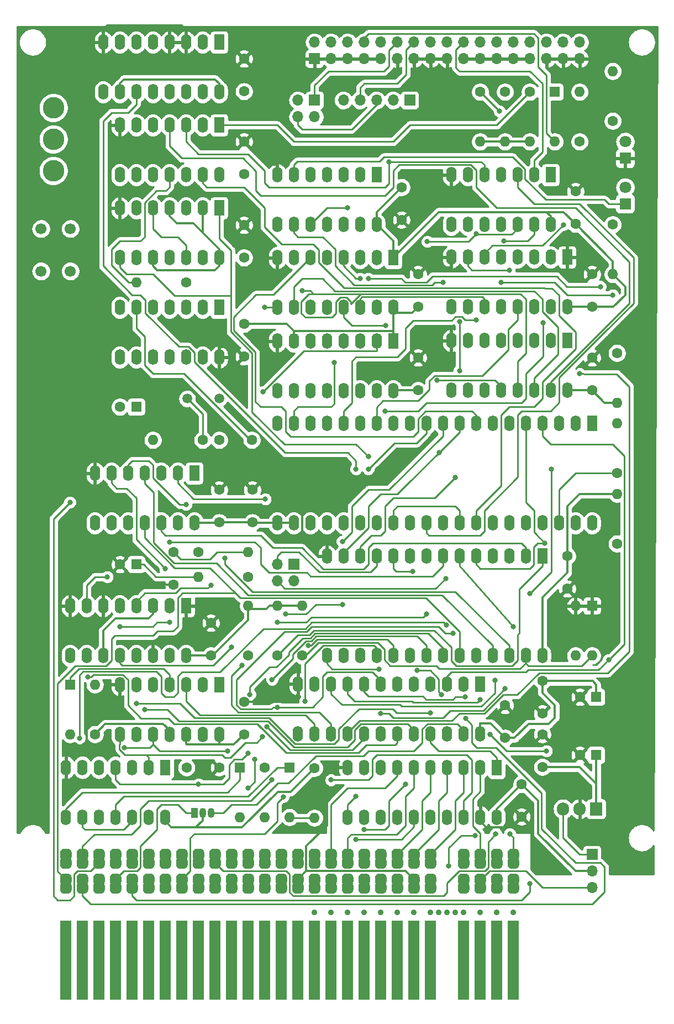
<source format=gbr>
G04 #@! TF.GenerationSoftware,KiCad,Pcbnew,5.99.0-unknown-4dfe630~86~ubuntu19.10.1*
G04 #@! TF.CreationDate,2020-03-08T16:29:21+04:00*
G04 #@! TF.ProjectId,beta128_r0.3,62657461-3132-4385-9f72-302e332e6b69,rev?*
G04 #@! TF.SameCoordinates,Original*
G04 #@! TF.FileFunction,Copper,L2,Bot*
G04 #@! TF.FilePolarity,Positive*
%FSLAX46Y46*%
G04 Gerber Fmt 4.6, Leading zero omitted, Abs format (unit mm)*
G04 Created by KiCad (PCBNEW 5.99.0-unknown-4dfe630~86~ubuntu19.10.1) date 2020-03-08 16:29:21*
%MOMM*%
%LPD*%
G01*
G04 APERTURE LIST*
%ADD10O,1.600000X2.400000*%
%ADD11R,1.600000X2.400000*%
%ADD12R,1.778000X7.620000*%
%ADD13C,3.302000*%
%ADD14C,1.600000*%
%ADD15R,1.600000X1.600000*%
%ADD16O,1.600000X1.600000*%
%ADD17C,1.700000*%
%ADD18O,1.700000X1.700000*%
%ADD19R,1.700000X1.700000*%
%ADD20R,1.050000X1.500000*%
%ADD21O,1.050000X1.500000*%
%ADD22C,1.500000*%
%ADD23O,1.905000X2.000000*%
%ADD24R,1.905000X2.000000*%
%ADD25C,1.800000*%
%ADD26R,1.800000X1.800000*%
%ADD27C,0.900000*%
%ADD28C,0.800000*%
%ADD29C,0.250000*%
%ADD30C,0.350000*%
%ADD31C,0.254000*%
G04 APERTURE END LIST*
D10*
X93980000Y-65405000D03*
X78740000Y-57785000D03*
X91440000Y-65405000D03*
X81280000Y-57785000D03*
X88900000Y-65405000D03*
X83820000Y-57785000D03*
X86360000Y-65405000D03*
X86360000Y-57785000D03*
X83820000Y-65405000D03*
X88900000Y-57785000D03*
X81280000Y-65405000D03*
X91440000Y-57785000D03*
X78740000Y-65405000D03*
D11*
X93980000Y-57785000D03*
D12*
X114935000Y-180340000D03*
X112395000Y-180340000D03*
X109855000Y-180340000D03*
X107315000Y-180340000D03*
X102235000Y-180340000D03*
X99695000Y-180340000D03*
X97155000Y-180340000D03*
X94615000Y-180340000D03*
X92075000Y-180340000D03*
X89535000Y-180340000D03*
X86995000Y-180340000D03*
X84455000Y-180340000D03*
X81915000Y-180340000D03*
X79375000Y-180340000D03*
X76835000Y-180340000D03*
X74295000Y-180340000D03*
X71755000Y-180340000D03*
X69215000Y-180340000D03*
X66675000Y-180340000D03*
X64135000Y-180340000D03*
X61595000Y-180340000D03*
X59055000Y-180340000D03*
X56515000Y-180340000D03*
X53975000Y-180340000D03*
X51435000Y-180340000D03*
X48895000Y-180340000D03*
X46355000Y-180340000D03*
X114935000Y-175895000D03*
X112395000Y-175895000D03*
X109855000Y-175895000D03*
X107315000Y-175895000D03*
X102235000Y-175895000D03*
X99695000Y-175895000D03*
X97155000Y-175895000D03*
X94615000Y-175895000D03*
X92075000Y-175895000D03*
X89535000Y-175895000D03*
X86995000Y-175895000D03*
X84455000Y-175895000D03*
X81915000Y-175895000D03*
X79375000Y-175895000D03*
X76835000Y-175895000D03*
X74295000Y-175895000D03*
X71755000Y-175895000D03*
X69215000Y-175895000D03*
X66675000Y-175895000D03*
X64135000Y-175895000D03*
X61595000Y-175895000D03*
X59055000Y-175895000D03*
X56515000Y-175895000D03*
X53975000Y-175895000D03*
X51435000Y-175895000D03*
X48895000Y-175895000D03*
X46355000Y-175895000D03*
D13*
X44450000Y-47498000D03*
X44450000Y-52324000D03*
X44450000Y-57150000D03*
G04 #@! TA.AperFunction,ComponentPad*
G36*
X115389119Y-162325993D02*
G01*
X115530630Y-162384608D01*
X115652148Y-162477852D01*
X115745392Y-162599370D01*
X115804007Y-162740881D01*
X115824000Y-162892740D01*
X115824000Y-163497260D01*
X115804007Y-163649119D01*
X115745392Y-163790630D01*
X115652148Y-163912148D01*
X115530630Y-164005392D01*
X115389119Y-164064007D01*
X115237260Y-164084000D01*
X114632740Y-164084000D01*
X114480881Y-164064007D01*
X114339370Y-164005392D01*
X114217852Y-163912148D01*
X114124608Y-163790630D01*
X114065993Y-163649119D01*
X114046000Y-163497260D01*
X114046000Y-162892740D01*
X114065993Y-162740881D01*
X114124608Y-162599370D01*
X114217852Y-162477852D01*
X114339370Y-162384608D01*
X114480881Y-162325993D01*
X114632740Y-162306000D01*
X115237260Y-162306000D01*
X115389119Y-162325993D01*
G37*
G04 #@! TD.AperFunction*
G04 #@! TA.AperFunction,ComponentPad*
G36*
X112849119Y-162325993D02*
G01*
X112990630Y-162384608D01*
X113112148Y-162477852D01*
X113205392Y-162599370D01*
X113264007Y-162740881D01*
X113284000Y-162892740D01*
X113284000Y-163497260D01*
X113264007Y-163649119D01*
X113205392Y-163790630D01*
X113112148Y-163912148D01*
X112990630Y-164005392D01*
X112849119Y-164064007D01*
X112697260Y-164084000D01*
X112092740Y-164084000D01*
X111940881Y-164064007D01*
X111799370Y-164005392D01*
X111677852Y-163912148D01*
X111584608Y-163790630D01*
X111525993Y-163649119D01*
X111506000Y-163497260D01*
X111506000Y-162892740D01*
X111525993Y-162740881D01*
X111584608Y-162599370D01*
X111677852Y-162477852D01*
X111799370Y-162384608D01*
X111940881Y-162325993D01*
X112092740Y-162306000D01*
X112697260Y-162306000D01*
X112849119Y-162325993D01*
G37*
G04 #@! TD.AperFunction*
G04 #@! TA.AperFunction,ComponentPad*
G36*
X110309119Y-162325993D02*
G01*
X110450630Y-162384608D01*
X110572148Y-162477852D01*
X110665392Y-162599370D01*
X110724007Y-162740881D01*
X110744000Y-162892740D01*
X110744000Y-163497260D01*
X110724007Y-163649119D01*
X110665392Y-163790630D01*
X110572148Y-163912148D01*
X110450630Y-164005392D01*
X110309119Y-164064007D01*
X110157260Y-164084000D01*
X109552740Y-164084000D01*
X109400881Y-164064007D01*
X109259370Y-164005392D01*
X109137852Y-163912148D01*
X109044608Y-163790630D01*
X108985993Y-163649119D01*
X108966000Y-163497260D01*
X108966000Y-162892740D01*
X108985993Y-162740881D01*
X109044608Y-162599370D01*
X109137852Y-162477852D01*
X109259370Y-162384608D01*
X109400881Y-162325993D01*
X109552740Y-162306000D01*
X110157260Y-162306000D01*
X110309119Y-162325993D01*
G37*
G04 #@! TD.AperFunction*
G04 #@! TA.AperFunction,ComponentPad*
G36*
X107769119Y-162325993D02*
G01*
X107910630Y-162384608D01*
X108032148Y-162477852D01*
X108125392Y-162599370D01*
X108184007Y-162740881D01*
X108204000Y-162892740D01*
X108204000Y-163497260D01*
X108184007Y-163649119D01*
X108125392Y-163790630D01*
X108032148Y-163912148D01*
X107910630Y-164005392D01*
X107769119Y-164064007D01*
X107617260Y-164084000D01*
X107012740Y-164084000D01*
X106860881Y-164064007D01*
X106719370Y-164005392D01*
X106597852Y-163912148D01*
X106504608Y-163790630D01*
X106445993Y-163649119D01*
X106426000Y-163497260D01*
X106426000Y-162892740D01*
X106445993Y-162740881D01*
X106504608Y-162599370D01*
X106597852Y-162477852D01*
X106719370Y-162384608D01*
X106860881Y-162325993D01*
X107012740Y-162306000D01*
X107617260Y-162306000D01*
X107769119Y-162325993D01*
G37*
G04 #@! TD.AperFunction*
G04 #@! TA.AperFunction,ComponentPad*
G36*
X102689119Y-162325993D02*
G01*
X102830630Y-162384608D01*
X102952148Y-162477852D01*
X103045392Y-162599370D01*
X103104007Y-162740881D01*
X103124000Y-162892740D01*
X103124000Y-163497260D01*
X103104007Y-163649119D01*
X103045392Y-163790630D01*
X102952148Y-163912148D01*
X102830630Y-164005392D01*
X102689119Y-164064007D01*
X102537260Y-164084000D01*
X101932740Y-164084000D01*
X101780881Y-164064007D01*
X101639370Y-164005392D01*
X101517852Y-163912148D01*
X101424608Y-163790630D01*
X101365993Y-163649119D01*
X101346000Y-163497260D01*
X101346000Y-162892740D01*
X101365993Y-162740881D01*
X101424608Y-162599370D01*
X101517852Y-162477852D01*
X101639370Y-162384608D01*
X101780881Y-162325993D01*
X101932740Y-162306000D01*
X102537260Y-162306000D01*
X102689119Y-162325993D01*
G37*
G04 #@! TD.AperFunction*
G04 #@! TA.AperFunction,ComponentPad*
G36*
X100149119Y-162325993D02*
G01*
X100290630Y-162384608D01*
X100412148Y-162477852D01*
X100505392Y-162599370D01*
X100564007Y-162740881D01*
X100584000Y-162892740D01*
X100584000Y-163497260D01*
X100564007Y-163649119D01*
X100505392Y-163790630D01*
X100412148Y-163912148D01*
X100290630Y-164005392D01*
X100149119Y-164064007D01*
X99997260Y-164084000D01*
X99392740Y-164084000D01*
X99240881Y-164064007D01*
X99099370Y-164005392D01*
X98977852Y-163912148D01*
X98884608Y-163790630D01*
X98825993Y-163649119D01*
X98806000Y-163497260D01*
X98806000Y-162892740D01*
X98825993Y-162740881D01*
X98884608Y-162599370D01*
X98977852Y-162477852D01*
X99099370Y-162384608D01*
X99240881Y-162325993D01*
X99392740Y-162306000D01*
X99997260Y-162306000D01*
X100149119Y-162325993D01*
G37*
G04 #@! TD.AperFunction*
G04 #@! TA.AperFunction,ComponentPad*
G36*
X97609119Y-162325993D02*
G01*
X97750630Y-162384608D01*
X97872148Y-162477852D01*
X97965392Y-162599370D01*
X98024007Y-162740881D01*
X98044000Y-162892740D01*
X98044000Y-163497260D01*
X98024007Y-163649119D01*
X97965392Y-163790630D01*
X97872148Y-163912148D01*
X97750630Y-164005392D01*
X97609119Y-164064007D01*
X97457260Y-164084000D01*
X96852740Y-164084000D01*
X96700881Y-164064007D01*
X96559370Y-164005392D01*
X96437852Y-163912148D01*
X96344608Y-163790630D01*
X96285993Y-163649119D01*
X96266000Y-163497260D01*
X96266000Y-162892740D01*
X96285993Y-162740881D01*
X96344608Y-162599370D01*
X96437852Y-162477852D01*
X96559370Y-162384608D01*
X96700881Y-162325993D01*
X96852740Y-162306000D01*
X97457260Y-162306000D01*
X97609119Y-162325993D01*
G37*
G04 #@! TD.AperFunction*
G04 #@! TA.AperFunction,ComponentPad*
G36*
X95069119Y-162325993D02*
G01*
X95210630Y-162384608D01*
X95332148Y-162477852D01*
X95425392Y-162599370D01*
X95484007Y-162740881D01*
X95504000Y-162892740D01*
X95504000Y-163497260D01*
X95484007Y-163649119D01*
X95425392Y-163790630D01*
X95332148Y-163912148D01*
X95210630Y-164005392D01*
X95069119Y-164064007D01*
X94917260Y-164084000D01*
X94312740Y-164084000D01*
X94160881Y-164064007D01*
X94019370Y-164005392D01*
X93897852Y-163912148D01*
X93804608Y-163790630D01*
X93745993Y-163649119D01*
X93726000Y-163497260D01*
X93726000Y-162892740D01*
X93745993Y-162740881D01*
X93804608Y-162599370D01*
X93897852Y-162477852D01*
X94019370Y-162384608D01*
X94160881Y-162325993D01*
X94312740Y-162306000D01*
X94917260Y-162306000D01*
X95069119Y-162325993D01*
G37*
G04 #@! TD.AperFunction*
G04 #@! TA.AperFunction,ComponentPad*
G36*
X92529119Y-162325993D02*
G01*
X92670630Y-162384608D01*
X92792148Y-162477852D01*
X92885392Y-162599370D01*
X92944007Y-162740881D01*
X92964000Y-162892740D01*
X92964000Y-163497260D01*
X92944007Y-163649119D01*
X92885392Y-163790630D01*
X92792148Y-163912148D01*
X92670630Y-164005392D01*
X92529119Y-164064007D01*
X92377260Y-164084000D01*
X91772740Y-164084000D01*
X91620881Y-164064007D01*
X91479370Y-164005392D01*
X91357852Y-163912148D01*
X91264608Y-163790630D01*
X91205993Y-163649119D01*
X91186000Y-163497260D01*
X91186000Y-162892740D01*
X91205993Y-162740881D01*
X91264608Y-162599370D01*
X91357852Y-162477852D01*
X91479370Y-162384608D01*
X91620881Y-162325993D01*
X91772740Y-162306000D01*
X92377260Y-162306000D01*
X92529119Y-162325993D01*
G37*
G04 #@! TD.AperFunction*
G04 #@! TA.AperFunction,ComponentPad*
G36*
X89989119Y-162325993D02*
G01*
X90130630Y-162384608D01*
X90252148Y-162477852D01*
X90345392Y-162599370D01*
X90404007Y-162740881D01*
X90424000Y-162892740D01*
X90424000Y-163497260D01*
X90404007Y-163649119D01*
X90345392Y-163790630D01*
X90252148Y-163912148D01*
X90130630Y-164005392D01*
X89989119Y-164064007D01*
X89837260Y-164084000D01*
X89232740Y-164084000D01*
X89080881Y-164064007D01*
X88939370Y-164005392D01*
X88817852Y-163912148D01*
X88724608Y-163790630D01*
X88665993Y-163649119D01*
X88646000Y-163497260D01*
X88646000Y-162892740D01*
X88665993Y-162740881D01*
X88724608Y-162599370D01*
X88817852Y-162477852D01*
X88939370Y-162384608D01*
X89080881Y-162325993D01*
X89232740Y-162306000D01*
X89837260Y-162306000D01*
X89989119Y-162325993D01*
G37*
G04 #@! TD.AperFunction*
G04 #@! TA.AperFunction,ComponentPad*
G36*
X87449119Y-162325993D02*
G01*
X87590630Y-162384608D01*
X87712148Y-162477852D01*
X87805392Y-162599370D01*
X87864007Y-162740881D01*
X87884000Y-162892740D01*
X87884000Y-163497260D01*
X87864007Y-163649119D01*
X87805392Y-163790630D01*
X87712148Y-163912148D01*
X87590630Y-164005392D01*
X87449119Y-164064007D01*
X87297260Y-164084000D01*
X86692740Y-164084000D01*
X86540881Y-164064007D01*
X86399370Y-164005392D01*
X86277852Y-163912148D01*
X86184608Y-163790630D01*
X86125993Y-163649119D01*
X86106000Y-163497260D01*
X86106000Y-162892740D01*
X86125993Y-162740881D01*
X86184608Y-162599370D01*
X86277852Y-162477852D01*
X86399370Y-162384608D01*
X86540881Y-162325993D01*
X86692740Y-162306000D01*
X87297260Y-162306000D01*
X87449119Y-162325993D01*
G37*
G04 #@! TD.AperFunction*
G04 #@! TA.AperFunction,ComponentPad*
G36*
X84909119Y-162325993D02*
G01*
X85050630Y-162384608D01*
X85172148Y-162477852D01*
X85265392Y-162599370D01*
X85324007Y-162740881D01*
X85344000Y-162892740D01*
X85344000Y-163497260D01*
X85324007Y-163649119D01*
X85265392Y-163790630D01*
X85172148Y-163912148D01*
X85050630Y-164005392D01*
X84909119Y-164064007D01*
X84757260Y-164084000D01*
X84152740Y-164084000D01*
X84000881Y-164064007D01*
X83859370Y-164005392D01*
X83737852Y-163912148D01*
X83644608Y-163790630D01*
X83585993Y-163649119D01*
X83566000Y-163497260D01*
X83566000Y-162892740D01*
X83585993Y-162740881D01*
X83644608Y-162599370D01*
X83737852Y-162477852D01*
X83859370Y-162384608D01*
X84000881Y-162325993D01*
X84152740Y-162306000D01*
X84757260Y-162306000D01*
X84909119Y-162325993D01*
G37*
G04 #@! TD.AperFunction*
G04 #@! TA.AperFunction,ComponentPad*
G36*
X82369119Y-162325993D02*
G01*
X82510630Y-162384608D01*
X82632148Y-162477852D01*
X82725392Y-162599370D01*
X82784007Y-162740881D01*
X82804000Y-162892740D01*
X82804000Y-163497260D01*
X82784007Y-163649119D01*
X82725392Y-163790630D01*
X82632148Y-163912148D01*
X82510630Y-164005392D01*
X82369119Y-164064007D01*
X82217260Y-164084000D01*
X81612740Y-164084000D01*
X81460881Y-164064007D01*
X81319370Y-164005392D01*
X81197852Y-163912148D01*
X81104608Y-163790630D01*
X81045993Y-163649119D01*
X81026000Y-163497260D01*
X81026000Y-162892740D01*
X81045993Y-162740881D01*
X81104608Y-162599370D01*
X81197852Y-162477852D01*
X81319370Y-162384608D01*
X81460881Y-162325993D01*
X81612740Y-162306000D01*
X82217260Y-162306000D01*
X82369119Y-162325993D01*
G37*
G04 #@! TD.AperFunction*
G04 #@! TA.AperFunction,ComponentPad*
G36*
X79829119Y-162325993D02*
G01*
X79970630Y-162384608D01*
X80092148Y-162477852D01*
X80185392Y-162599370D01*
X80244007Y-162740881D01*
X80264000Y-162892740D01*
X80264000Y-163497260D01*
X80244007Y-163649119D01*
X80185392Y-163790630D01*
X80092148Y-163912148D01*
X79970630Y-164005392D01*
X79829119Y-164064007D01*
X79677260Y-164084000D01*
X79072740Y-164084000D01*
X78920881Y-164064007D01*
X78779370Y-164005392D01*
X78657852Y-163912148D01*
X78564608Y-163790630D01*
X78505993Y-163649119D01*
X78486000Y-163497260D01*
X78486000Y-162892740D01*
X78505993Y-162740881D01*
X78564608Y-162599370D01*
X78657852Y-162477852D01*
X78779370Y-162384608D01*
X78920881Y-162325993D01*
X79072740Y-162306000D01*
X79677260Y-162306000D01*
X79829119Y-162325993D01*
G37*
G04 #@! TD.AperFunction*
G04 #@! TA.AperFunction,ComponentPad*
G36*
X77289119Y-162325993D02*
G01*
X77430630Y-162384608D01*
X77552148Y-162477852D01*
X77645392Y-162599370D01*
X77704007Y-162740881D01*
X77724000Y-162892740D01*
X77724000Y-163497260D01*
X77704007Y-163649119D01*
X77645392Y-163790630D01*
X77552148Y-163912148D01*
X77430630Y-164005392D01*
X77289119Y-164064007D01*
X77137260Y-164084000D01*
X76532740Y-164084000D01*
X76380881Y-164064007D01*
X76239370Y-164005392D01*
X76117852Y-163912148D01*
X76024608Y-163790630D01*
X75965993Y-163649119D01*
X75946000Y-163497260D01*
X75946000Y-162892740D01*
X75965993Y-162740881D01*
X76024608Y-162599370D01*
X76117852Y-162477852D01*
X76239370Y-162384608D01*
X76380881Y-162325993D01*
X76532740Y-162306000D01*
X77137260Y-162306000D01*
X77289119Y-162325993D01*
G37*
G04 #@! TD.AperFunction*
G04 #@! TA.AperFunction,ComponentPad*
G36*
X74749119Y-162325993D02*
G01*
X74890630Y-162384608D01*
X75012148Y-162477852D01*
X75105392Y-162599370D01*
X75164007Y-162740881D01*
X75184000Y-162892740D01*
X75184000Y-163497260D01*
X75164007Y-163649119D01*
X75105392Y-163790630D01*
X75012148Y-163912148D01*
X74890630Y-164005392D01*
X74749119Y-164064007D01*
X74597260Y-164084000D01*
X73992740Y-164084000D01*
X73840881Y-164064007D01*
X73699370Y-164005392D01*
X73577852Y-163912148D01*
X73484608Y-163790630D01*
X73425993Y-163649119D01*
X73406000Y-163497260D01*
X73406000Y-162892740D01*
X73425993Y-162740881D01*
X73484608Y-162599370D01*
X73577852Y-162477852D01*
X73699370Y-162384608D01*
X73840881Y-162325993D01*
X73992740Y-162306000D01*
X74597260Y-162306000D01*
X74749119Y-162325993D01*
G37*
G04 #@! TD.AperFunction*
G04 #@! TA.AperFunction,ComponentPad*
G36*
X72209119Y-162325993D02*
G01*
X72350630Y-162384608D01*
X72472148Y-162477852D01*
X72565392Y-162599370D01*
X72624007Y-162740881D01*
X72644000Y-162892740D01*
X72644000Y-163497260D01*
X72624007Y-163649119D01*
X72565392Y-163790630D01*
X72472148Y-163912148D01*
X72350630Y-164005392D01*
X72209119Y-164064007D01*
X72057260Y-164084000D01*
X71452740Y-164084000D01*
X71300881Y-164064007D01*
X71159370Y-164005392D01*
X71037852Y-163912148D01*
X70944608Y-163790630D01*
X70885993Y-163649119D01*
X70866000Y-163497260D01*
X70866000Y-162892740D01*
X70885993Y-162740881D01*
X70944608Y-162599370D01*
X71037852Y-162477852D01*
X71159370Y-162384608D01*
X71300881Y-162325993D01*
X71452740Y-162306000D01*
X72057260Y-162306000D01*
X72209119Y-162325993D01*
G37*
G04 #@! TD.AperFunction*
G04 #@! TA.AperFunction,ComponentPad*
G36*
X69669119Y-162325993D02*
G01*
X69810630Y-162384608D01*
X69932148Y-162477852D01*
X70025392Y-162599370D01*
X70084007Y-162740881D01*
X70104000Y-162892740D01*
X70104000Y-163497260D01*
X70084007Y-163649119D01*
X70025392Y-163790630D01*
X69932148Y-163912148D01*
X69810630Y-164005392D01*
X69669119Y-164064007D01*
X69517260Y-164084000D01*
X68912740Y-164084000D01*
X68760881Y-164064007D01*
X68619370Y-164005392D01*
X68497852Y-163912148D01*
X68404608Y-163790630D01*
X68345993Y-163649119D01*
X68326000Y-163497260D01*
X68326000Y-162892740D01*
X68345993Y-162740881D01*
X68404608Y-162599370D01*
X68497852Y-162477852D01*
X68619370Y-162384608D01*
X68760881Y-162325993D01*
X68912740Y-162306000D01*
X69517260Y-162306000D01*
X69669119Y-162325993D01*
G37*
G04 #@! TD.AperFunction*
G04 #@! TA.AperFunction,ComponentPad*
G36*
X67129119Y-162325993D02*
G01*
X67270630Y-162384608D01*
X67392148Y-162477852D01*
X67485392Y-162599370D01*
X67544007Y-162740881D01*
X67564000Y-162892740D01*
X67564000Y-163497260D01*
X67544007Y-163649119D01*
X67485392Y-163790630D01*
X67392148Y-163912148D01*
X67270630Y-164005392D01*
X67129119Y-164064007D01*
X66977260Y-164084000D01*
X66372740Y-164084000D01*
X66220881Y-164064007D01*
X66079370Y-164005392D01*
X65957852Y-163912148D01*
X65864608Y-163790630D01*
X65805993Y-163649119D01*
X65786000Y-163497260D01*
X65786000Y-162892740D01*
X65805993Y-162740881D01*
X65864608Y-162599370D01*
X65957852Y-162477852D01*
X66079370Y-162384608D01*
X66220881Y-162325993D01*
X66372740Y-162306000D01*
X66977260Y-162306000D01*
X67129119Y-162325993D01*
G37*
G04 #@! TD.AperFunction*
G04 #@! TA.AperFunction,ComponentPad*
G36*
X64589119Y-162325993D02*
G01*
X64730630Y-162384608D01*
X64852148Y-162477852D01*
X64945392Y-162599370D01*
X65004007Y-162740881D01*
X65024000Y-162892740D01*
X65024000Y-163497260D01*
X65004007Y-163649119D01*
X64945392Y-163790630D01*
X64852148Y-163912148D01*
X64730630Y-164005392D01*
X64589119Y-164064007D01*
X64437260Y-164084000D01*
X63832740Y-164084000D01*
X63680881Y-164064007D01*
X63539370Y-164005392D01*
X63417852Y-163912148D01*
X63324608Y-163790630D01*
X63265993Y-163649119D01*
X63246000Y-163497260D01*
X63246000Y-162892740D01*
X63265993Y-162740881D01*
X63324608Y-162599370D01*
X63417852Y-162477852D01*
X63539370Y-162384608D01*
X63680881Y-162325993D01*
X63832740Y-162306000D01*
X64437260Y-162306000D01*
X64589119Y-162325993D01*
G37*
G04 #@! TD.AperFunction*
G04 #@! TA.AperFunction,ComponentPad*
G36*
X62049119Y-162325993D02*
G01*
X62190630Y-162384608D01*
X62312148Y-162477852D01*
X62405392Y-162599370D01*
X62464007Y-162740881D01*
X62484000Y-162892740D01*
X62484000Y-163497260D01*
X62464007Y-163649119D01*
X62405392Y-163790630D01*
X62312148Y-163912148D01*
X62190630Y-164005392D01*
X62049119Y-164064007D01*
X61897260Y-164084000D01*
X61292740Y-164084000D01*
X61140881Y-164064007D01*
X60999370Y-164005392D01*
X60877852Y-163912148D01*
X60784608Y-163790630D01*
X60725993Y-163649119D01*
X60706000Y-163497260D01*
X60706000Y-162892740D01*
X60725993Y-162740881D01*
X60784608Y-162599370D01*
X60877852Y-162477852D01*
X60999370Y-162384608D01*
X61140881Y-162325993D01*
X61292740Y-162306000D01*
X61897260Y-162306000D01*
X62049119Y-162325993D01*
G37*
G04 #@! TD.AperFunction*
G04 #@! TA.AperFunction,ComponentPad*
G36*
X59509119Y-162325993D02*
G01*
X59650630Y-162384608D01*
X59772148Y-162477852D01*
X59865392Y-162599370D01*
X59924007Y-162740881D01*
X59944000Y-162892740D01*
X59944000Y-163497260D01*
X59924007Y-163649119D01*
X59865392Y-163790630D01*
X59772148Y-163912148D01*
X59650630Y-164005392D01*
X59509119Y-164064007D01*
X59357260Y-164084000D01*
X58752740Y-164084000D01*
X58600881Y-164064007D01*
X58459370Y-164005392D01*
X58337852Y-163912148D01*
X58244608Y-163790630D01*
X58185993Y-163649119D01*
X58166000Y-163497260D01*
X58166000Y-162892740D01*
X58185993Y-162740881D01*
X58244608Y-162599370D01*
X58337852Y-162477852D01*
X58459370Y-162384608D01*
X58600881Y-162325993D01*
X58752740Y-162306000D01*
X59357260Y-162306000D01*
X59509119Y-162325993D01*
G37*
G04 #@! TD.AperFunction*
G04 #@! TA.AperFunction,ComponentPad*
G36*
X51889119Y-162325993D02*
G01*
X52030630Y-162384608D01*
X52152148Y-162477852D01*
X52245392Y-162599370D01*
X52304007Y-162740881D01*
X52324000Y-162892740D01*
X52324000Y-163497260D01*
X52304007Y-163649119D01*
X52245392Y-163790630D01*
X52152148Y-163912148D01*
X52030630Y-164005392D01*
X51889119Y-164064007D01*
X51737260Y-164084000D01*
X51132740Y-164084000D01*
X50980881Y-164064007D01*
X50839370Y-164005392D01*
X50717852Y-163912148D01*
X50624608Y-163790630D01*
X50565993Y-163649119D01*
X50546000Y-163497260D01*
X50546000Y-162892740D01*
X50565993Y-162740881D01*
X50624608Y-162599370D01*
X50717852Y-162477852D01*
X50839370Y-162384608D01*
X50980881Y-162325993D01*
X51132740Y-162306000D01*
X51737260Y-162306000D01*
X51889119Y-162325993D01*
G37*
G04 #@! TD.AperFunction*
G04 #@! TA.AperFunction,ComponentPad*
G36*
X54429119Y-162325993D02*
G01*
X54570630Y-162384608D01*
X54692148Y-162477852D01*
X54785392Y-162599370D01*
X54844007Y-162740881D01*
X54864000Y-162892740D01*
X54864000Y-163497260D01*
X54844007Y-163649119D01*
X54785392Y-163790630D01*
X54692148Y-163912148D01*
X54570630Y-164005392D01*
X54429119Y-164064007D01*
X54277260Y-164084000D01*
X53672740Y-164084000D01*
X53520881Y-164064007D01*
X53379370Y-164005392D01*
X53257852Y-163912148D01*
X53164608Y-163790630D01*
X53105993Y-163649119D01*
X53086000Y-163497260D01*
X53086000Y-162892740D01*
X53105993Y-162740881D01*
X53164608Y-162599370D01*
X53257852Y-162477852D01*
X53379370Y-162384608D01*
X53520881Y-162325993D01*
X53672740Y-162306000D01*
X54277260Y-162306000D01*
X54429119Y-162325993D01*
G37*
G04 #@! TD.AperFunction*
G04 #@! TA.AperFunction,ComponentPad*
G36*
X46809119Y-162325993D02*
G01*
X46950630Y-162384608D01*
X47072148Y-162477852D01*
X47165392Y-162599370D01*
X47224007Y-162740881D01*
X47244000Y-162892740D01*
X47244000Y-163497260D01*
X47224007Y-163649119D01*
X47165392Y-163790630D01*
X47072148Y-163912148D01*
X46950630Y-164005392D01*
X46809119Y-164064007D01*
X46657260Y-164084000D01*
X46052740Y-164084000D01*
X45900881Y-164064007D01*
X45759370Y-164005392D01*
X45637852Y-163912148D01*
X45544608Y-163790630D01*
X45485993Y-163649119D01*
X45466000Y-163497260D01*
X45466000Y-162892740D01*
X45485993Y-162740881D01*
X45544608Y-162599370D01*
X45637852Y-162477852D01*
X45759370Y-162384608D01*
X45900881Y-162325993D01*
X46052740Y-162306000D01*
X46657260Y-162306000D01*
X46809119Y-162325993D01*
G37*
G04 #@! TD.AperFunction*
G04 #@! TA.AperFunction,ComponentPad*
G36*
X49349119Y-162325993D02*
G01*
X49490630Y-162384608D01*
X49612148Y-162477852D01*
X49705392Y-162599370D01*
X49764007Y-162740881D01*
X49784000Y-162892740D01*
X49784000Y-163497260D01*
X49764007Y-163649119D01*
X49705392Y-163790630D01*
X49612148Y-163912148D01*
X49490630Y-164005392D01*
X49349119Y-164064007D01*
X49197260Y-164084000D01*
X48592740Y-164084000D01*
X48440881Y-164064007D01*
X48299370Y-164005392D01*
X48177852Y-163912148D01*
X48084608Y-163790630D01*
X48025993Y-163649119D01*
X48006000Y-163497260D01*
X48006000Y-162892740D01*
X48025993Y-162740881D01*
X48084608Y-162599370D01*
X48177852Y-162477852D01*
X48299370Y-162384608D01*
X48440881Y-162325993D01*
X48592740Y-162306000D01*
X49197260Y-162306000D01*
X49349119Y-162325993D01*
G37*
G04 #@! TD.AperFunction*
G04 #@! TA.AperFunction,ComponentPad*
G36*
X56969119Y-162325993D02*
G01*
X57110630Y-162384608D01*
X57232148Y-162477852D01*
X57325392Y-162599370D01*
X57384007Y-162740881D01*
X57404000Y-162892740D01*
X57404000Y-163497260D01*
X57384007Y-163649119D01*
X57325392Y-163790630D01*
X57232148Y-163912148D01*
X57110630Y-164005392D01*
X56969119Y-164064007D01*
X56817260Y-164084000D01*
X56212740Y-164084000D01*
X56060881Y-164064007D01*
X55919370Y-164005392D01*
X55797852Y-163912148D01*
X55704608Y-163790630D01*
X55645993Y-163649119D01*
X55626000Y-163497260D01*
X55626000Y-162892740D01*
X55645993Y-162740881D01*
X55704608Y-162599370D01*
X55797852Y-162477852D01*
X55919370Y-162384608D01*
X56060881Y-162325993D01*
X56212740Y-162306000D01*
X56817260Y-162306000D01*
X56969119Y-162325993D01*
G37*
G04 #@! TD.AperFunction*
G04 #@! TA.AperFunction,ComponentPad*
G36*
X46809119Y-164865993D02*
G01*
X46950630Y-164924608D01*
X47072148Y-165017852D01*
X47165392Y-165139370D01*
X47224007Y-165280881D01*
X47244000Y-165432740D01*
X47244000Y-166037260D01*
X47224007Y-166189119D01*
X47165392Y-166330630D01*
X47072148Y-166452148D01*
X46950630Y-166545392D01*
X46809119Y-166604007D01*
X46657260Y-166624000D01*
X46052740Y-166624000D01*
X45900881Y-166604007D01*
X45759370Y-166545392D01*
X45637852Y-166452148D01*
X45544608Y-166330630D01*
X45485993Y-166189119D01*
X45466000Y-166037260D01*
X45466000Y-165432740D01*
X45485993Y-165280881D01*
X45544608Y-165139370D01*
X45637852Y-165017852D01*
X45759370Y-164924608D01*
X45900881Y-164865993D01*
X46052740Y-164846000D01*
X46657260Y-164846000D01*
X46809119Y-164865993D01*
G37*
G04 #@! TD.AperFunction*
G04 #@! TA.AperFunction,ComponentPad*
G36*
X49349119Y-164865993D02*
G01*
X49490630Y-164924608D01*
X49612148Y-165017852D01*
X49705392Y-165139370D01*
X49764007Y-165280881D01*
X49784000Y-165432740D01*
X49784000Y-166037260D01*
X49764007Y-166189119D01*
X49705392Y-166330630D01*
X49612148Y-166452148D01*
X49490630Y-166545392D01*
X49349119Y-166604007D01*
X49197260Y-166624000D01*
X48592740Y-166624000D01*
X48440881Y-166604007D01*
X48299370Y-166545392D01*
X48177852Y-166452148D01*
X48084608Y-166330630D01*
X48025993Y-166189119D01*
X48006000Y-166037260D01*
X48006000Y-165432740D01*
X48025993Y-165280881D01*
X48084608Y-165139370D01*
X48177852Y-165017852D01*
X48299370Y-164924608D01*
X48440881Y-164865993D01*
X48592740Y-164846000D01*
X49197260Y-164846000D01*
X49349119Y-164865993D01*
G37*
G04 #@! TD.AperFunction*
G04 #@! TA.AperFunction,ComponentPad*
G36*
X51889119Y-164865993D02*
G01*
X52030630Y-164924608D01*
X52152148Y-165017852D01*
X52245392Y-165139370D01*
X52304007Y-165280881D01*
X52324000Y-165432740D01*
X52324000Y-166037260D01*
X52304007Y-166189119D01*
X52245392Y-166330630D01*
X52152148Y-166452148D01*
X52030630Y-166545392D01*
X51889119Y-166604007D01*
X51737260Y-166624000D01*
X51132740Y-166624000D01*
X50980881Y-166604007D01*
X50839370Y-166545392D01*
X50717852Y-166452148D01*
X50624608Y-166330630D01*
X50565993Y-166189119D01*
X50546000Y-166037260D01*
X50546000Y-165432740D01*
X50565993Y-165280881D01*
X50624608Y-165139370D01*
X50717852Y-165017852D01*
X50839370Y-164924608D01*
X50980881Y-164865993D01*
X51132740Y-164846000D01*
X51737260Y-164846000D01*
X51889119Y-164865993D01*
G37*
G04 #@! TD.AperFunction*
G04 #@! TA.AperFunction,ComponentPad*
G36*
X69669119Y-164865993D02*
G01*
X69810630Y-164924608D01*
X69932148Y-165017852D01*
X70025392Y-165139370D01*
X70084007Y-165280881D01*
X70104000Y-165432740D01*
X70104000Y-166037260D01*
X70084007Y-166189119D01*
X70025392Y-166330630D01*
X69932148Y-166452148D01*
X69810630Y-166545392D01*
X69669119Y-166604007D01*
X69517260Y-166624000D01*
X68912740Y-166624000D01*
X68760881Y-166604007D01*
X68619370Y-166545392D01*
X68497852Y-166452148D01*
X68404608Y-166330630D01*
X68345993Y-166189119D01*
X68326000Y-166037260D01*
X68326000Y-165432740D01*
X68345993Y-165280881D01*
X68404608Y-165139370D01*
X68497852Y-165017852D01*
X68619370Y-164924608D01*
X68760881Y-164865993D01*
X68912740Y-164846000D01*
X69517260Y-164846000D01*
X69669119Y-164865993D01*
G37*
G04 #@! TD.AperFunction*
G04 #@! TA.AperFunction,ComponentPad*
G36*
X64589119Y-164865993D02*
G01*
X64730630Y-164924608D01*
X64852148Y-165017852D01*
X64945392Y-165139370D01*
X65004007Y-165280881D01*
X65024000Y-165432740D01*
X65024000Y-166037260D01*
X65004007Y-166189119D01*
X64945392Y-166330630D01*
X64852148Y-166452148D01*
X64730630Y-166545392D01*
X64589119Y-166604007D01*
X64437260Y-166624000D01*
X63832740Y-166624000D01*
X63680881Y-166604007D01*
X63539370Y-166545392D01*
X63417852Y-166452148D01*
X63324608Y-166330630D01*
X63265993Y-166189119D01*
X63246000Y-166037260D01*
X63246000Y-165432740D01*
X63265993Y-165280881D01*
X63324608Y-165139370D01*
X63417852Y-165017852D01*
X63539370Y-164924608D01*
X63680881Y-164865993D01*
X63832740Y-164846000D01*
X64437260Y-164846000D01*
X64589119Y-164865993D01*
G37*
G04 #@! TD.AperFunction*
G04 #@! TA.AperFunction,ComponentPad*
G36*
X62049119Y-164865993D02*
G01*
X62190630Y-164924608D01*
X62312148Y-165017852D01*
X62405392Y-165139370D01*
X62464007Y-165280881D01*
X62484000Y-165432740D01*
X62484000Y-166037260D01*
X62464007Y-166189119D01*
X62405392Y-166330630D01*
X62312148Y-166452148D01*
X62190630Y-166545392D01*
X62049119Y-166604007D01*
X61897260Y-166624000D01*
X61292740Y-166624000D01*
X61140881Y-166604007D01*
X60999370Y-166545392D01*
X60877852Y-166452148D01*
X60784608Y-166330630D01*
X60725993Y-166189119D01*
X60706000Y-166037260D01*
X60706000Y-165432740D01*
X60725993Y-165280881D01*
X60784608Y-165139370D01*
X60877852Y-165017852D01*
X60999370Y-164924608D01*
X61140881Y-164865993D01*
X61292740Y-164846000D01*
X61897260Y-164846000D01*
X62049119Y-164865993D01*
G37*
G04 #@! TD.AperFunction*
G04 #@! TA.AperFunction,ComponentPad*
G36*
X54429119Y-164865993D02*
G01*
X54570630Y-164924608D01*
X54692148Y-165017852D01*
X54785392Y-165139370D01*
X54844007Y-165280881D01*
X54864000Y-165432740D01*
X54864000Y-166037260D01*
X54844007Y-166189119D01*
X54785392Y-166330630D01*
X54692148Y-166452148D01*
X54570630Y-166545392D01*
X54429119Y-166604007D01*
X54277260Y-166624000D01*
X53672740Y-166624000D01*
X53520881Y-166604007D01*
X53379370Y-166545392D01*
X53257852Y-166452148D01*
X53164608Y-166330630D01*
X53105993Y-166189119D01*
X53086000Y-166037260D01*
X53086000Y-165432740D01*
X53105993Y-165280881D01*
X53164608Y-165139370D01*
X53257852Y-165017852D01*
X53379370Y-164924608D01*
X53520881Y-164865993D01*
X53672740Y-164846000D01*
X54277260Y-164846000D01*
X54429119Y-164865993D01*
G37*
G04 #@! TD.AperFunction*
G04 #@! TA.AperFunction,ComponentPad*
G36*
X56969119Y-164865993D02*
G01*
X57110630Y-164924608D01*
X57232148Y-165017852D01*
X57325392Y-165139370D01*
X57384007Y-165280881D01*
X57404000Y-165432740D01*
X57404000Y-166037260D01*
X57384007Y-166189119D01*
X57325392Y-166330630D01*
X57232148Y-166452148D01*
X57110630Y-166545392D01*
X56969119Y-166604007D01*
X56817260Y-166624000D01*
X56212740Y-166624000D01*
X56060881Y-166604007D01*
X55919370Y-166545392D01*
X55797852Y-166452148D01*
X55704608Y-166330630D01*
X55645993Y-166189119D01*
X55626000Y-166037260D01*
X55626000Y-165432740D01*
X55645993Y-165280881D01*
X55704608Y-165139370D01*
X55797852Y-165017852D01*
X55919370Y-164924608D01*
X56060881Y-164865993D01*
X56212740Y-164846000D01*
X56817260Y-164846000D01*
X56969119Y-164865993D01*
G37*
G04 #@! TD.AperFunction*
G04 #@! TA.AperFunction,ComponentPad*
G36*
X59509119Y-164865993D02*
G01*
X59650630Y-164924608D01*
X59772148Y-165017852D01*
X59865392Y-165139370D01*
X59924007Y-165280881D01*
X59944000Y-165432740D01*
X59944000Y-166037260D01*
X59924007Y-166189119D01*
X59865392Y-166330630D01*
X59772148Y-166452148D01*
X59650630Y-166545392D01*
X59509119Y-166604007D01*
X59357260Y-166624000D01*
X58752740Y-166624000D01*
X58600881Y-166604007D01*
X58459370Y-166545392D01*
X58337852Y-166452148D01*
X58244608Y-166330630D01*
X58185993Y-166189119D01*
X58166000Y-166037260D01*
X58166000Y-165432740D01*
X58185993Y-165280881D01*
X58244608Y-165139370D01*
X58337852Y-165017852D01*
X58459370Y-164924608D01*
X58600881Y-164865993D01*
X58752740Y-164846000D01*
X59357260Y-164846000D01*
X59509119Y-164865993D01*
G37*
G04 #@! TD.AperFunction*
G04 #@! TA.AperFunction,ComponentPad*
G36*
X115389119Y-164865993D02*
G01*
X115530630Y-164924608D01*
X115652148Y-165017852D01*
X115745392Y-165139370D01*
X115804007Y-165280881D01*
X115824000Y-165432740D01*
X115824000Y-166037260D01*
X115804007Y-166189119D01*
X115745392Y-166330630D01*
X115652148Y-166452148D01*
X115530630Y-166545392D01*
X115389119Y-166604007D01*
X115237260Y-166624000D01*
X114632740Y-166624000D01*
X114480881Y-166604007D01*
X114339370Y-166545392D01*
X114217852Y-166452148D01*
X114124608Y-166330630D01*
X114065993Y-166189119D01*
X114046000Y-166037260D01*
X114046000Y-165432740D01*
X114065993Y-165280881D01*
X114124608Y-165139370D01*
X114217852Y-165017852D01*
X114339370Y-164924608D01*
X114480881Y-164865993D01*
X114632740Y-164846000D01*
X115237260Y-164846000D01*
X115389119Y-164865993D01*
G37*
G04 #@! TD.AperFunction*
G04 #@! TA.AperFunction,ComponentPad*
G36*
X112849119Y-164865993D02*
G01*
X112990630Y-164924608D01*
X113112148Y-165017852D01*
X113205392Y-165139370D01*
X113264007Y-165280881D01*
X113284000Y-165432740D01*
X113284000Y-166037260D01*
X113264007Y-166189119D01*
X113205392Y-166330630D01*
X113112148Y-166452148D01*
X112990630Y-166545392D01*
X112849119Y-166604007D01*
X112697260Y-166624000D01*
X112092740Y-166624000D01*
X111940881Y-166604007D01*
X111799370Y-166545392D01*
X111677852Y-166452148D01*
X111584608Y-166330630D01*
X111525993Y-166189119D01*
X111506000Y-166037260D01*
X111506000Y-165432740D01*
X111525993Y-165280881D01*
X111584608Y-165139370D01*
X111677852Y-165017852D01*
X111799370Y-164924608D01*
X111940881Y-164865993D01*
X112092740Y-164846000D01*
X112697260Y-164846000D01*
X112849119Y-164865993D01*
G37*
G04 #@! TD.AperFunction*
G04 #@! TA.AperFunction,ComponentPad*
G36*
X110309119Y-164865993D02*
G01*
X110450630Y-164924608D01*
X110572148Y-165017852D01*
X110665392Y-165139370D01*
X110724007Y-165280881D01*
X110744000Y-165432740D01*
X110744000Y-166037260D01*
X110724007Y-166189119D01*
X110665392Y-166330630D01*
X110572148Y-166452148D01*
X110450630Y-166545392D01*
X110309119Y-166604007D01*
X110157260Y-166624000D01*
X109552740Y-166624000D01*
X109400881Y-166604007D01*
X109259370Y-166545392D01*
X109137852Y-166452148D01*
X109044608Y-166330630D01*
X108985993Y-166189119D01*
X108966000Y-166037260D01*
X108966000Y-165432740D01*
X108985993Y-165280881D01*
X109044608Y-165139370D01*
X109137852Y-165017852D01*
X109259370Y-164924608D01*
X109400881Y-164865993D01*
X109552740Y-164846000D01*
X110157260Y-164846000D01*
X110309119Y-164865993D01*
G37*
G04 #@! TD.AperFunction*
G04 #@! TA.AperFunction,ComponentPad*
G36*
X107769119Y-164865993D02*
G01*
X107910630Y-164924608D01*
X108032148Y-165017852D01*
X108125392Y-165139370D01*
X108184007Y-165280881D01*
X108204000Y-165432740D01*
X108204000Y-166037260D01*
X108184007Y-166189119D01*
X108125392Y-166330630D01*
X108032148Y-166452148D01*
X107910630Y-166545392D01*
X107769119Y-166604007D01*
X107617260Y-166624000D01*
X107012740Y-166624000D01*
X106860881Y-166604007D01*
X106719370Y-166545392D01*
X106597852Y-166452148D01*
X106504608Y-166330630D01*
X106445993Y-166189119D01*
X106426000Y-166037260D01*
X106426000Y-165432740D01*
X106445993Y-165280881D01*
X106504608Y-165139370D01*
X106597852Y-165017852D01*
X106719370Y-164924608D01*
X106860881Y-164865993D01*
X107012740Y-164846000D01*
X107617260Y-164846000D01*
X107769119Y-164865993D01*
G37*
G04 #@! TD.AperFunction*
G04 #@! TA.AperFunction,ComponentPad*
G36*
X102689119Y-164865993D02*
G01*
X102830630Y-164924608D01*
X102952148Y-165017852D01*
X103045392Y-165139370D01*
X103104007Y-165280881D01*
X103124000Y-165432740D01*
X103124000Y-166037260D01*
X103104007Y-166189119D01*
X103045392Y-166330630D01*
X102952148Y-166452148D01*
X102830630Y-166545392D01*
X102689119Y-166604007D01*
X102537260Y-166624000D01*
X101932740Y-166624000D01*
X101780881Y-166604007D01*
X101639370Y-166545392D01*
X101517852Y-166452148D01*
X101424608Y-166330630D01*
X101365993Y-166189119D01*
X101346000Y-166037260D01*
X101346000Y-165432740D01*
X101365993Y-165280881D01*
X101424608Y-165139370D01*
X101517852Y-165017852D01*
X101639370Y-164924608D01*
X101780881Y-164865993D01*
X101932740Y-164846000D01*
X102537260Y-164846000D01*
X102689119Y-164865993D01*
G37*
G04 #@! TD.AperFunction*
G04 #@! TA.AperFunction,ComponentPad*
G36*
X100149119Y-164865993D02*
G01*
X100290630Y-164924608D01*
X100412148Y-165017852D01*
X100505392Y-165139370D01*
X100564007Y-165280881D01*
X100584000Y-165432740D01*
X100584000Y-166037260D01*
X100564007Y-166189119D01*
X100505392Y-166330630D01*
X100412148Y-166452148D01*
X100290630Y-166545392D01*
X100149119Y-166604007D01*
X99997260Y-166624000D01*
X99392740Y-166624000D01*
X99240881Y-166604007D01*
X99099370Y-166545392D01*
X98977852Y-166452148D01*
X98884608Y-166330630D01*
X98825993Y-166189119D01*
X98806000Y-166037260D01*
X98806000Y-165432740D01*
X98825993Y-165280881D01*
X98884608Y-165139370D01*
X98977852Y-165017852D01*
X99099370Y-164924608D01*
X99240881Y-164865993D01*
X99392740Y-164846000D01*
X99997260Y-164846000D01*
X100149119Y-164865993D01*
G37*
G04 #@! TD.AperFunction*
G04 #@! TA.AperFunction,ComponentPad*
G36*
X97609119Y-164865993D02*
G01*
X97750630Y-164924608D01*
X97872148Y-165017852D01*
X97965392Y-165139370D01*
X98024007Y-165280881D01*
X98044000Y-165432740D01*
X98044000Y-166037260D01*
X98024007Y-166189119D01*
X97965392Y-166330630D01*
X97872148Y-166452148D01*
X97750630Y-166545392D01*
X97609119Y-166604007D01*
X97457260Y-166624000D01*
X96852740Y-166624000D01*
X96700881Y-166604007D01*
X96559370Y-166545392D01*
X96437852Y-166452148D01*
X96344608Y-166330630D01*
X96285993Y-166189119D01*
X96266000Y-166037260D01*
X96266000Y-165432740D01*
X96285993Y-165280881D01*
X96344608Y-165139370D01*
X96437852Y-165017852D01*
X96559370Y-164924608D01*
X96700881Y-164865993D01*
X96852740Y-164846000D01*
X97457260Y-164846000D01*
X97609119Y-164865993D01*
G37*
G04 #@! TD.AperFunction*
G04 #@! TA.AperFunction,ComponentPad*
G36*
X95069119Y-164865993D02*
G01*
X95210630Y-164924608D01*
X95332148Y-165017852D01*
X95425392Y-165139370D01*
X95484007Y-165280881D01*
X95504000Y-165432740D01*
X95504000Y-166037260D01*
X95484007Y-166189119D01*
X95425392Y-166330630D01*
X95332148Y-166452148D01*
X95210630Y-166545392D01*
X95069119Y-166604007D01*
X94917260Y-166624000D01*
X94312740Y-166624000D01*
X94160881Y-166604007D01*
X94019370Y-166545392D01*
X93897852Y-166452148D01*
X93804608Y-166330630D01*
X93745993Y-166189119D01*
X93726000Y-166037260D01*
X93726000Y-165432740D01*
X93745993Y-165280881D01*
X93804608Y-165139370D01*
X93897852Y-165017852D01*
X94019370Y-164924608D01*
X94160881Y-164865993D01*
X94312740Y-164846000D01*
X94917260Y-164846000D01*
X95069119Y-164865993D01*
G37*
G04 #@! TD.AperFunction*
G04 #@! TA.AperFunction,ComponentPad*
G36*
X92529119Y-164865993D02*
G01*
X92670630Y-164924608D01*
X92792148Y-165017852D01*
X92885392Y-165139370D01*
X92944007Y-165280881D01*
X92964000Y-165432740D01*
X92964000Y-166037260D01*
X92944007Y-166189119D01*
X92885392Y-166330630D01*
X92792148Y-166452148D01*
X92670630Y-166545392D01*
X92529119Y-166604007D01*
X92377260Y-166624000D01*
X91772740Y-166624000D01*
X91620881Y-166604007D01*
X91479370Y-166545392D01*
X91357852Y-166452148D01*
X91264608Y-166330630D01*
X91205993Y-166189119D01*
X91186000Y-166037260D01*
X91186000Y-165432740D01*
X91205993Y-165280881D01*
X91264608Y-165139370D01*
X91357852Y-165017852D01*
X91479370Y-164924608D01*
X91620881Y-164865993D01*
X91772740Y-164846000D01*
X92377260Y-164846000D01*
X92529119Y-164865993D01*
G37*
G04 #@! TD.AperFunction*
G04 #@! TA.AperFunction,ComponentPad*
G36*
X89989119Y-164865993D02*
G01*
X90130630Y-164924608D01*
X90252148Y-165017852D01*
X90345392Y-165139370D01*
X90404007Y-165280881D01*
X90424000Y-165432740D01*
X90424000Y-166037260D01*
X90404007Y-166189119D01*
X90345392Y-166330630D01*
X90252148Y-166452148D01*
X90130630Y-166545392D01*
X89989119Y-166604007D01*
X89837260Y-166624000D01*
X89232740Y-166624000D01*
X89080881Y-166604007D01*
X88939370Y-166545392D01*
X88817852Y-166452148D01*
X88724608Y-166330630D01*
X88665993Y-166189119D01*
X88646000Y-166037260D01*
X88646000Y-165432740D01*
X88665993Y-165280881D01*
X88724608Y-165139370D01*
X88817852Y-165017852D01*
X88939370Y-164924608D01*
X89080881Y-164865993D01*
X89232740Y-164846000D01*
X89837260Y-164846000D01*
X89989119Y-164865993D01*
G37*
G04 #@! TD.AperFunction*
G04 #@! TA.AperFunction,ComponentPad*
G36*
X87449119Y-164865993D02*
G01*
X87590630Y-164924608D01*
X87712148Y-165017852D01*
X87805392Y-165139370D01*
X87864007Y-165280881D01*
X87884000Y-165432740D01*
X87884000Y-166037260D01*
X87864007Y-166189119D01*
X87805392Y-166330630D01*
X87712148Y-166452148D01*
X87590630Y-166545392D01*
X87449119Y-166604007D01*
X87297260Y-166624000D01*
X86692740Y-166624000D01*
X86540881Y-166604007D01*
X86399370Y-166545392D01*
X86277852Y-166452148D01*
X86184608Y-166330630D01*
X86125993Y-166189119D01*
X86106000Y-166037260D01*
X86106000Y-165432740D01*
X86125993Y-165280881D01*
X86184608Y-165139370D01*
X86277852Y-165017852D01*
X86399370Y-164924608D01*
X86540881Y-164865993D01*
X86692740Y-164846000D01*
X87297260Y-164846000D01*
X87449119Y-164865993D01*
G37*
G04 #@! TD.AperFunction*
G04 #@! TA.AperFunction,ComponentPad*
G36*
X84909119Y-164865993D02*
G01*
X85050630Y-164924608D01*
X85172148Y-165017852D01*
X85265392Y-165139370D01*
X85324007Y-165280881D01*
X85344000Y-165432740D01*
X85344000Y-166037260D01*
X85324007Y-166189119D01*
X85265392Y-166330630D01*
X85172148Y-166452148D01*
X85050630Y-166545392D01*
X84909119Y-166604007D01*
X84757260Y-166624000D01*
X84152740Y-166624000D01*
X84000881Y-166604007D01*
X83859370Y-166545392D01*
X83737852Y-166452148D01*
X83644608Y-166330630D01*
X83585993Y-166189119D01*
X83566000Y-166037260D01*
X83566000Y-165432740D01*
X83585993Y-165280881D01*
X83644608Y-165139370D01*
X83737852Y-165017852D01*
X83859370Y-164924608D01*
X84000881Y-164865993D01*
X84152740Y-164846000D01*
X84757260Y-164846000D01*
X84909119Y-164865993D01*
G37*
G04 #@! TD.AperFunction*
G04 #@! TA.AperFunction,ComponentPad*
G36*
X82369119Y-164865993D02*
G01*
X82510630Y-164924608D01*
X82632148Y-165017852D01*
X82725392Y-165139370D01*
X82784007Y-165280881D01*
X82804000Y-165432740D01*
X82804000Y-166037260D01*
X82784007Y-166189119D01*
X82725392Y-166330630D01*
X82632148Y-166452148D01*
X82510630Y-166545392D01*
X82369119Y-166604007D01*
X82217260Y-166624000D01*
X81612740Y-166624000D01*
X81460881Y-166604007D01*
X81319370Y-166545392D01*
X81197852Y-166452148D01*
X81104608Y-166330630D01*
X81045993Y-166189119D01*
X81026000Y-166037260D01*
X81026000Y-165432740D01*
X81045993Y-165280881D01*
X81104608Y-165139370D01*
X81197852Y-165017852D01*
X81319370Y-164924608D01*
X81460881Y-164865993D01*
X81612740Y-164846000D01*
X82217260Y-164846000D01*
X82369119Y-164865993D01*
G37*
G04 #@! TD.AperFunction*
G04 #@! TA.AperFunction,ComponentPad*
G36*
X79829119Y-164865993D02*
G01*
X79970630Y-164924608D01*
X80092148Y-165017852D01*
X80185392Y-165139370D01*
X80244007Y-165280881D01*
X80264000Y-165432740D01*
X80264000Y-166037260D01*
X80244007Y-166189119D01*
X80185392Y-166330630D01*
X80092148Y-166452148D01*
X79970630Y-166545392D01*
X79829119Y-166604007D01*
X79677260Y-166624000D01*
X79072740Y-166624000D01*
X78920881Y-166604007D01*
X78779370Y-166545392D01*
X78657852Y-166452148D01*
X78564608Y-166330630D01*
X78505993Y-166189119D01*
X78486000Y-166037260D01*
X78486000Y-165432740D01*
X78505993Y-165280881D01*
X78564608Y-165139370D01*
X78657852Y-165017852D01*
X78779370Y-164924608D01*
X78920881Y-164865993D01*
X79072740Y-164846000D01*
X79677260Y-164846000D01*
X79829119Y-164865993D01*
G37*
G04 #@! TD.AperFunction*
G04 #@! TA.AperFunction,ComponentPad*
G36*
X77289119Y-164865993D02*
G01*
X77430630Y-164924608D01*
X77552148Y-165017852D01*
X77645392Y-165139370D01*
X77704007Y-165280881D01*
X77724000Y-165432740D01*
X77724000Y-166037260D01*
X77704007Y-166189119D01*
X77645392Y-166330630D01*
X77552148Y-166452148D01*
X77430630Y-166545392D01*
X77289119Y-166604007D01*
X77137260Y-166624000D01*
X76532740Y-166624000D01*
X76380881Y-166604007D01*
X76239370Y-166545392D01*
X76117852Y-166452148D01*
X76024608Y-166330630D01*
X75965993Y-166189119D01*
X75946000Y-166037260D01*
X75946000Y-165432740D01*
X75965993Y-165280881D01*
X76024608Y-165139370D01*
X76117852Y-165017852D01*
X76239370Y-164924608D01*
X76380881Y-164865993D01*
X76532740Y-164846000D01*
X77137260Y-164846000D01*
X77289119Y-164865993D01*
G37*
G04 #@! TD.AperFunction*
G04 #@! TA.AperFunction,ComponentPad*
G36*
X74749119Y-164865993D02*
G01*
X74890630Y-164924608D01*
X75012148Y-165017852D01*
X75105392Y-165139370D01*
X75164007Y-165280881D01*
X75184000Y-165432740D01*
X75184000Y-166037260D01*
X75164007Y-166189119D01*
X75105392Y-166330630D01*
X75012148Y-166452148D01*
X74890630Y-166545392D01*
X74749119Y-166604007D01*
X74597260Y-166624000D01*
X73992740Y-166624000D01*
X73840881Y-166604007D01*
X73699370Y-166545392D01*
X73577852Y-166452148D01*
X73484608Y-166330630D01*
X73425993Y-166189119D01*
X73406000Y-166037260D01*
X73406000Y-165432740D01*
X73425993Y-165280881D01*
X73484608Y-165139370D01*
X73577852Y-165017852D01*
X73699370Y-164924608D01*
X73840881Y-164865993D01*
X73992740Y-164846000D01*
X74597260Y-164846000D01*
X74749119Y-164865993D01*
G37*
G04 #@! TD.AperFunction*
G04 #@! TA.AperFunction,ComponentPad*
G36*
X72209119Y-164865993D02*
G01*
X72350630Y-164924608D01*
X72472148Y-165017852D01*
X72565392Y-165139370D01*
X72624007Y-165280881D01*
X72644000Y-165432740D01*
X72644000Y-166037260D01*
X72624007Y-166189119D01*
X72565392Y-166330630D01*
X72472148Y-166452148D01*
X72350630Y-166545392D01*
X72209119Y-166604007D01*
X72057260Y-166624000D01*
X71452740Y-166624000D01*
X71300881Y-166604007D01*
X71159370Y-166545392D01*
X71037852Y-166452148D01*
X70944608Y-166330630D01*
X70885993Y-166189119D01*
X70866000Y-166037260D01*
X70866000Y-165432740D01*
X70885993Y-165280881D01*
X70944608Y-165139370D01*
X71037852Y-165017852D01*
X71159370Y-164924608D01*
X71300881Y-164865993D01*
X71452740Y-164846000D01*
X72057260Y-164846000D01*
X72209119Y-164865993D01*
G37*
G04 #@! TD.AperFunction*
G04 #@! TA.AperFunction,ComponentPad*
G36*
X67129119Y-164865993D02*
G01*
X67270630Y-164924608D01*
X67392148Y-165017852D01*
X67485392Y-165139370D01*
X67544007Y-165280881D01*
X67564000Y-165432740D01*
X67564000Y-166037260D01*
X67544007Y-166189119D01*
X67485392Y-166330630D01*
X67392148Y-166452148D01*
X67270630Y-166545392D01*
X67129119Y-166604007D01*
X66977260Y-166624000D01*
X66372740Y-166624000D01*
X66220881Y-166604007D01*
X66079370Y-166545392D01*
X65957852Y-166452148D01*
X65864608Y-166330630D01*
X65805993Y-166189119D01*
X65786000Y-166037260D01*
X65786000Y-165432740D01*
X65805993Y-165280881D01*
X65864608Y-165139370D01*
X65957852Y-165017852D01*
X66079370Y-164924608D01*
X66220881Y-164865993D01*
X66372740Y-164846000D01*
X66977260Y-164846000D01*
X67129119Y-164865993D01*
G37*
G04 #@! TD.AperFunction*
G04 #@! TA.AperFunction,ComponentPad*
G36*
X115389119Y-161055993D02*
G01*
X115530630Y-161114608D01*
X115652148Y-161207852D01*
X115745392Y-161329370D01*
X115804007Y-161470881D01*
X115824000Y-161622740D01*
X115824000Y-162227260D01*
X115804007Y-162379119D01*
X115745392Y-162520630D01*
X115652148Y-162642148D01*
X115530630Y-162735392D01*
X115389119Y-162794007D01*
X115237260Y-162814000D01*
X114632740Y-162814000D01*
X114480881Y-162794007D01*
X114339370Y-162735392D01*
X114217852Y-162642148D01*
X114124608Y-162520630D01*
X114065993Y-162379119D01*
X114046000Y-162227260D01*
X114046000Y-161622740D01*
X114065993Y-161470881D01*
X114124608Y-161329370D01*
X114217852Y-161207852D01*
X114339370Y-161114608D01*
X114480881Y-161055993D01*
X114632740Y-161036000D01*
X115237260Y-161036000D01*
X115389119Y-161055993D01*
G37*
G04 #@! TD.AperFunction*
G04 #@! TA.AperFunction,ComponentPad*
G36*
X112849119Y-161055993D02*
G01*
X112990630Y-161114608D01*
X113112148Y-161207852D01*
X113205392Y-161329370D01*
X113264007Y-161470881D01*
X113284000Y-161622740D01*
X113284000Y-162227260D01*
X113264007Y-162379119D01*
X113205392Y-162520630D01*
X113112148Y-162642148D01*
X112990630Y-162735392D01*
X112849119Y-162794007D01*
X112697260Y-162814000D01*
X112092740Y-162814000D01*
X111940881Y-162794007D01*
X111799370Y-162735392D01*
X111677852Y-162642148D01*
X111584608Y-162520630D01*
X111525993Y-162379119D01*
X111506000Y-162227260D01*
X111506000Y-161622740D01*
X111525993Y-161470881D01*
X111584608Y-161329370D01*
X111677852Y-161207852D01*
X111799370Y-161114608D01*
X111940881Y-161055993D01*
X112092740Y-161036000D01*
X112697260Y-161036000D01*
X112849119Y-161055993D01*
G37*
G04 #@! TD.AperFunction*
G04 #@! TA.AperFunction,ComponentPad*
G36*
X110309119Y-161055993D02*
G01*
X110450630Y-161114608D01*
X110572148Y-161207852D01*
X110665392Y-161329370D01*
X110724007Y-161470881D01*
X110744000Y-161622740D01*
X110744000Y-162227260D01*
X110724007Y-162379119D01*
X110665392Y-162520630D01*
X110572148Y-162642148D01*
X110450630Y-162735392D01*
X110309119Y-162794007D01*
X110157260Y-162814000D01*
X109552740Y-162814000D01*
X109400881Y-162794007D01*
X109259370Y-162735392D01*
X109137852Y-162642148D01*
X109044608Y-162520630D01*
X108985993Y-162379119D01*
X108966000Y-162227260D01*
X108966000Y-161622740D01*
X108985993Y-161470881D01*
X109044608Y-161329370D01*
X109137852Y-161207852D01*
X109259370Y-161114608D01*
X109400881Y-161055993D01*
X109552740Y-161036000D01*
X110157260Y-161036000D01*
X110309119Y-161055993D01*
G37*
G04 #@! TD.AperFunction*
G04 #@! TA.AperFunction,ComponentPad*
G36*
X107769119Y-161055993D02*
G01*
X107910630Y-161114608D01*
X108032148Y-161207852D01*
X108125392Y-161329370D01*
X108184007Y-161470881D01*
X108204000Y-161622740D01*
X108204000Y-162227260D01*
X108184007Y-162379119D01*
X108125392Y-162520630D01*
X108032148Y-162642148D01*
X107910630Y-162735392D01*
X107769119Y-162794007D01*
X107617260Y-162814000D01*
X107012740Y-162814000D01*
X106860881Y-162794007D01*
X106719370Y-162735392D01*
X106597852Y-162642148D01*
X106504608Y-162520630D01*
X106445993Y-162379119D01*
X106426000Y-162227260D01*
X106426000Y-161622740D01*
X106445993Y-161470881D01*
X106504608Y-161329370D01*
X106597852Y-161207852D01*
X106719370Y-161114608D01*
X106860881Y-161055993D01*
X107012740Y-161036000D01*
X107617260Y-161036000D01*
X107769119Y-161055993D01*
G37*
G04 #@! TD.AperFunction*
G04 #@! TA.AperFunction,ComponentPad*
G36*
X102689119Y-161055993D02*
G01*
X102830630Y-161114608D01*
X102952148Y-161207852D01*
X103045392Y-161329370D01*
X103104007Y-161470881D01*
X103124000Y-161622740D01*
X103124000Y-162227260D01*
X103104007Y-162379119D01*
X103045392Y-162520630D01*
X102952148Y-162642148D01*
X102830630Y-162735392D01*
X102689119Y-162794007D01*
X102537260Y-162814000D01*
X101932740Y-162814000D01*
X101780881Y-162794007D01*
X101639370Y-162735392D01*
X101517852Y-162642148D01*
X101424608Y-162520630D01*
X101365993Y-162379119D01*
X101346000Y-162227260D01*
X101346000Y-161622740D01*
X101365993Y-161470881D01*
X101424608Y-161329370D01*
X101517852Y-161207852D01*
X101639370Y-161114608D01*
X101780881Y-161055993D01*
X101932740Y-161036000D01*
X102537260Y-161036000D01*
X102689119Y-161055993D01*
G37*
G04 #@! TD.AperFunction*
G04 #@! TA.AperFunction,ComponentPad*
G36*
X100149119Y-161055993D02*
G01*
X100290630Y-161114608D01*
X100412148Y-161207852D01*
X100505392Y-161329370D01*
X100564007Y-161470881D01*
X100584000Y-161622740D01*
X100584000Y-162227260D01*
X100564007Y-162379119D01*
X100505392Y-162520630D01*
X100412148Y-162642148D01*
X100290630Y-162735392D01*
X100149119Y-162794007D01*
X99997260Y-162814000D01*
X99392740Y-162814000D01*
X99240881Y-162794007D01*
X99099370Y-162735392D01*
X98977852Y-162642148D01*
X98884608Y-162520630D01*
X98825993Y-162379119D01*
X98806000Y-162227260D01*
X98806000Y-161622740D01*
X98825993Y-161470881D01*
X98884608Y-161329370D01*
X98977852Y-161207852D01*
X99099370Y-161114608D01*
X99240881Y-161055993D01*
X99392740Y-161036000D01*
X99997260Y-161036000D01*
X100149119Y-161055993D01*
G37*
G04 #@! TD.AperFunction*
G04 #@! TA.AperFunction,ComponentPad*
G36*
X97609119Y-161055993D02*
G01*
X97750630Y-161114608D01*
X97872148Y-161207852D01*
X97965392Y-161329370D01*
X98024007Y-161470881D01*
X98044000Y-161622740D01*
X98044000Y-162227260D01*
X98024007Y-162379119D01*
X97965392Y-162520630D01*
X97872148Y-162642148D01*
X97750630Y-162735392D01*
X97609119Y-162794007D01*
X97457260Y-162814000D01*
X96852740Y-162814000D01*
X96700881Y-162794007D01*
X96559370Y-162735392D01*
X96437852Y-162642148D01*
X96344608Y-162520630D01*
X96285993Y-162379119D01*
X96266000Y-162227260D01*
X96266000Y-161622740D01*
X96285993Y-161470881D01*
X96344608Y-161329370D01*
X96437852Y-161207852D01*
X96559370Y-161114608D01*
X96700881Y-161055993D01*
X96852740Y-161036000D01*
X97457260Y-161036000D01*
X97609119Y-161055993D01*
G37*
G04 #@! TD.AperFunction*
G04 #@! TA.AperFunction,ComponentPad*
G36*
X95069119Y-161055993D02*
G01*
X95210630Y-161114608D01*
X95332148Y-161207852D01*
X95425392Y-161329370D01*
X95484007Y-161470881D01*
X95504000Y-161622740D01*
X95504000Y-162227260D01*
X95484007Y-162379119D01*
X95425392Y-162520630D01*
X95332148Y-162642148D01*
X95210630Y-162735392D01*
X95069119Y-162794007D01*
X94917260Y-162814000D01*
X94312740Y-162814000D01*
X94160881Y-162794007D01*
X94019370Y-162735392D01*
X93897852Y-162642148D01*
X93804608Y-162520630D01*
X93745993Y-162379119D01*
X93726000Y-162227260D01*
X93726000Y-161622740D01*
X93745993Y-161470881D01*
X93804608Y-161329370D01*
X93897852Y-161207852D01*
X94019370Y-161114608D01*
X94160881Y-161055993D01*
X94312740Y-161036000D01*
X94917260Y-161036000D01*
X95069119Y-161055993D01*
G37*
G04 #@! TD.AperFunction*
G04 #@! TA.AperFunction,ComponentPad*
G36*
X92529119Y-161055993D02*
G01*
X92670630Y-161114608D01*
X92792148Y-161207852D01*
X92885392Y-161329370D01*
X92944007Y-161470881D01*
X92964000Y-161622740D01*
X92964000Y-162227260D01*
X92944007Y-162379119D01*
X92885392Y-162520630D01*
X92792148Y-162642148D01*
X92670630Y-162735392D01*
X92529119Y-162794007D01*
X92377260Y-162814000D01*
X91772740Y-162814000D01*
X91620881Y-162794007D01*
X91479370Y-162735392D01*
X91357852Y-162642148D01*
X91264608Y-162520630D01*
X91205993Y-162379119D01*
X91186000Y-162227260D01*
X91186000Y-161622740D01*
X91205993Y-161470881D01*
X91264608Y-161329370D01*
X91357852Y-161207852D01*
X91479370Y-161114608D01*
X91620881Y-161055993D01*
X91772740Y-161036000D01*
X92377260Y-161036000D01*
X92529119Y-161055993D01*
G37*
G04 #@! TD.AperFunction*
G04 #@! TA.AperFunction,ComponentPad*
G36*
X89989119Y-161055993D02*
G01*
X90130630Y-161114608D01*
X90252148Y-161207852D01*
X90345392Y-161329370D01*
X90404007Y-161470881D01*
X90424000Y-161622740D01*
X90424000Y-162227260D01*
X90404007Y-162379119D01*
X90345392Y-162520630D01*
X90252148Y-162642148D01*
X90130630Y-162735392D01*
X89989119Y-162794007D01*
X89837260Y-162814000D01*
X89232740Y-162814000D01*
X89080881Y-162794007D01*
X88939370Y-162735392D01*
X88817852Y-162642148D01*
X88724608Y-162520630D01*
X88665993Y-162379119D01*
X88646000Y-162227260D01*
X88646000Y-161622740D01*
X88665993Y-161470881D01*
X88724608Y-161329370D01*
X88817852Y-161207852D01*
X88939370Y-161114608D01*
X89080881Y-161055993D01*
X89232740Y-161036000D01*
X89837260Y-161036000D01*
X89989119Y-161055993D01*
G37*
G04 #@! TD.AperFunction*
G04 #@! TA.AperFunction,ComponentPad*
G36*
X87449119Y-161055993D02*
G01*
X87590630Y-161114608D01*
X87712148Y-161207852D01*
X87805392Y-161329370D01*
X87864007Y-161470881D01*
X87884000Y-161622740D01*
X87884000Y-162227260D01*
X87864007Y-162379119D01*
X87805392Y-162520630D01*
X87712148Y-162642148D01*
X87590630Y-162735392D01*
X87449119Y-162794007D01*
X87297260Y-162814000D01*
X86692740Y-162814000D01*
X86540881Y-162794007D01*
X86399370Y-162735392D01*
X86277852Y-162642148D01*
X86184608Y-162520630D01*
X86125993Y-162379119D01*
X86106000Y-162227260D01*
X86106000Y-161622740D01*
X86125993Y-161470881D01*
X86184608Y-161329370D01*
X86277852Y-161207852D01*
X86399370Y-161114608D01*
X86540881Y-161055993D01*
X86692740Y-161036000D01*
X87297260Y-161036000D01*
X87449119Y-161055993D01*
G37*
G04 #@! TD.AperFunction*
G04 #@! TA.AperFunction,ComponentPad*
G36*
X84909119Y-161055993D02*
G01*
X85050630Y-161114608D01*
X85172148Y-161207852D01*
X85265392Y-161329370D01*
X85324007Y-161470881D01*
X85344000Y-161622740D01*
X85344000Y-162227260D01*
X85324007Y-162379119D01*
X85265392Y-162520630D01*
X85172148Y-162642148D01*
X85050630Y-162735392D01*
X84909119Y-162794007D01*
X84757260Y-162814000D01*
X84152740Y-162814000D01*
X84000881Y-162794007D01*
X83859370Y-162735392D01*
X83737852Y-162642148D01*
X83644608Y-162520630D01*
X83585993Y-162379119D01*
X83566000Y-162227260D01*
X83566000Y-161622740D01*
X83585993Y-161470881D01*
X83644608Y-161329370D01*
X83737852Y-161207852D01*
X83859370Y-161114608D01*
X84000881Y-161055993D01*
X84152740Y-161036000D01*
X84757260Y-161036000D01*
X84909119Y-161055993D01*
G37*
G04 #@! TD.AperFunction*
G04 #@! TA.AperFunction,ComponentPad*
G36*
X82369119Y-161055993D02*
G01*
X82510630Y-161114608D01*
X82632148Y-161207852D01*
X82725392Y-161329370D01*
X82784007Y-161470881D01*
X82804000Y-161622740D01*
X82804000Y-162227260D01*
X82784007Y-162379119D01*
X82725392Y-162520630D01*
X82632148Y-162642148D01*
X82510630Y-162735392D01*
X82369119Y-162794007D01*
X82217260Y-162814000D01*
X81612740Y-162814000D01*
X81460881Y-162794007D01*
X81319370Y-162735392D01*
X81197852Y-162642148D01*
X81104608Y-162520630D01*
X81045993Y-162379119D01*
X81026000Y-162227260D01*
X81026000Y-161622740D01*
X81045993Y-161470881D01*
X81104608Y-161329370D01*
X81197852Y-161207852D01*
X81319370Y-161114608D01*
X81460881Y-161055993D01*
X81612740Y-161036000D01*
X82217260Y-161036000D01*
X82369119Y-161055993D01*
G37*
G04 #@! TD.AperFunction*
G04 #@! TA.AperFunction,ComponentPad*
G36*
X79829119Y-161055993D02*
G01*
X79970630Y-161114608D01*
X80092148Y-161207852D01*
X80185392Y-161329370D01*
X80244007Y-161470881D01*
X80264000Y-161622740D01*
X80264000Y-162227260D01*
X80244007Y-162379119D01*
X80185392Y-162520630D01*
X80092148Y-162642148D01*
X79970630Y-162735392D01*
X79829119Y-162794007D01*
X79677260Y-162814000D01*
X79072740Y-162814000D01*
X78920881Y-162794007D01*
X78779370Y-162735392D01*
X78657852Y-162642148D01*
X78564608Y-162520630D01*
X78505993Y-162379119D01*
X78486000Y-162227260D01*
X78486000Y-161622740D01*
X78505993Y-161470881D01*
X78564608Y-161329370D01*
X78657852Y-161207852D01*
X78779370Y-161114608D01*
X78920881Y-161055993D01*
X79072740Y-161036000D01*
X79677260Y-161036000D01*
X79829119Y-161055993D01*
G37*
G04 #@! TD.AperFunction*
G04 #@! TA.AperFunction,ComponentPad*
G36*
X77289119Y-161055993D02*
G01*
X77430630Y-161114608D01*
X77552148Y-161207852D01*
X77645392Y-161329370D01*
X77704007Y-161470881D01*
X77724000Y-161622740D01*
X77724000Y-162227260D01*
X77704007Y-162379119D01*
X77645392Y-162520630D01*
X77552148Y-162642148D01*
X77430630Y-162735392D01*
X77289119Y-162794007D01*
X77137260Y-162814000D01*
X76532740Y-162814000D01*
X76380881Y-162794007D01*
X76239370Y-162735392D01*
X76117852Y-162642148D01*
X76024608Y-162520630D01*
X75965993Y-162379119D01*
X75946000Y-162227260D01*
X75946000Y-161622740D01*
X75965993Y-161470881D01*
X76024608Y-161329370D01*
X76117852Y-161207852D01*
X76239370Y-161114608D01*
X76380881Y-161055993D01*
X76532740Y-161036000D01*
X77137260Y-161036000D01*
X77289119Y-161055993D01*
G37*
G04 #@! TD.AperFunction*
G04 #@! TA.AperFunction,ComponentPad*
G36*
X74749119Y-161055993D02*
G01*
X74890630Y-161114608D01*
X75012148Y-161207852D01*
X75105392Y-161329370D01*
X75164007Y-161470881D01*
X75184000Y-161622740D01*
X75184000Y-162227260D01*
X75164007Y-162379119D01*
X75105392Y-162520630D01*
X75012148Y-162642148D01*
X74890630Y-162735392D01*
X74749119Y-162794007D01*
X74597260Y-162814000D01*
X73992740Y-162814000D01*
X73840881Y-162794007D01*
X73699370Y-162735392D01*
X73577852Y-162642148D01*
X73484608Y-162520630D01*
X73425993Y-162379119D01*
X73406000Y-162227260D01*
X73406000Y-161622740D01*
X73425993Y-161470881D01*
X73484608Y-161329370D01*
X73577852Y-161207852D01*
X73699370Y-161114608D01*
X73840881Y-161055993D01*
X73992740Y-161036000D01*
X74597260Y-161036000D01*
X74749119Y-161055993D01*
G37*
G04 #@! TD.AperFunction*
G04 #@! TA.AperFunction,ComponentPad*
G36*
X72209119Y-161055993D02*
G01*
X72350630Y-161114608D01*
X72472148Y-161207852D01*
X72565392Y-161329370D01*
X72624007Y-161470881D01*
X72644000Y-161622740D01*
X72644000Y-162227260D01*
X72624007Y-162379119D01*
X72565392Y-162520630D01*
X72472148Y-162642148D01*
X72350630Y-162735392D01*
X72209119Y-162794007D01*
X72057260Y-162814000D01*
X71452740Y-162814000D01*
X71300881Y-162794007D01*
X71159370Y-162735392D01*
X71037852Y-162642148D01*
X70944608Y-162520630D01*
X70885993Y-162379119D01*
X70866000Y-162227260D01*
X70866000Y-161622740D01*
X70885993Y-161470881D01*
X70944608Y-161329370D01*
X71037852Y-161207852D01*
X71159370Y-161114608D01*
X71300881Y-161055993D01*
X71452740Y-161036000D01*
X72057260Y-161036000D01*
X72209119Y-161055993D01*
G37*
G04 #@! TD.AperFunction*
G04 #@! TA.AperFunction,ComponentPad*
G36*
X115389119Y-166135993D02*
G01*
X115530630Y-166194608D01*
X115652148Y-166287852D01*
X115745392Y-166409370D01*
X115804007Y-166550881D01*
X115824000Y-166702740D01*
X115824000Y-167307260D01*
X115804007Y-167459119D01*
X115745392Y-167600630D01*
X115652148Y-167722148D01*
X115530630Y-167815392D01*
X115389119Y-167874007D01*
X115237260Y-167894000D01*
X114632740Y-167894000D01*
X114480881Y-167874007D01*
X114339370Y-167815392D01*
X114217852Y-167722148D01*
X114124608Y-167600630D01*
X114065993Y-167459119D01*
X114046000Y-167307260D01*
X114046000Y-166702740D01*
X114065993Y-166550881D01*
X114124608Y-166409370D01*
X114217852Y-166287852D01*
X114339370Y-166194608D01*
X114480881Y-166135993D01*
X114632740Y-166116000D01*
X115237260Y-166116000D01*
X115389119Y-166135993D01*
G37*
G04 #@! TD.AperFunction*
G04 #@! TA.AperFunction,ComponentPad*
G36*
X112849119Y-166135993D02*
G01*
X112990630Y-166194608D01*
X113112148Y-166287852D01*
X113205392Y-166409370D01*
X113264007Y-166550881D01*
X113284000Y-166702740D01*
X113284000Y-167307260D01*
X113264007Y-167459119D01*
X113205392Y-167600630D01*
X113112148Y-167722148D01*
X112990630Y-167815392D01*
X112849119Y-167874007D01*
X112697260Y-167894000D01*
X112092740Y-167894000D01*
X111940881Y-167874007D01*
X111799370Y-167815392D01*
X111677852Y-167722148D01*
X111584608Y-167600630D01*
X111525993Y-167459119D01*
X111506000Y-167307260D01*
X111506000Y-166702740D01*
X111525993Y-166550881D01*
X111584608Y-166409370D01*
X111677852Y-166287852D01*
X111799370Y-166194608D01*
X111940881Y-166135993D01*
X112092740Y-166116000D01*
X112697260Y-166116000D01*
X112849119Y-166135993D01*
G37*
G04 #@! TD.AperFunction*
G04 #@! TA.AperFunction,ComponentPad*
G36*
X110309119Y-166135993D02*
G01*
X110450630Y-166194608D01*
X110572148Y-166287852D01*
X110665392Y-166409370D01*
X110724007Y-166550881D01*
X110744000Y-166702740D01*
X110744000Y-167307260D01*
X110724007Y-167459119D01*
X110665392Y-167600630D01*
X110572148Y-167722148D01*
X110450630Y-167815392D01*
X110309119Y-167874007D01*
X110157260Y-167894000D01*
X109552740Y-167894000D01*
X109400881Y-167874007D01*
X109259370Y-167815392D01*
X109137852Y-167722148D01*
X109044608Y-167600630D01*
X108985993Y-167459119D01*
X108966000Y-167307260D01*
X108966000Y-166702740D01*
X108985993Y-166550881D01*
X109044608Y-166409370D01*
X109137852Y-166287852D01*
X109259370Y-166194608D01*
X109400881Y-166135993D01*
X109552740Y-166116000D01*
X110157260Y-166116000D01*
X110309119Y-166135993D01*
G37*
G04 #@! TD.AperFunction*
G04 #@! TA.AperFunction,ComponentPad*
G36*
X107769119Y-166135993D02*
G01*
X107910630Y-166194608D01*
X108032148Y-166287852D01*
X108125392Y-166409370D01*
X108184007Y-166550881D01*
X108204000Y-166702740D01*
X108204000Y-167307260D01*
X108184007Y-167459119D01*
X108125392Y-167600630D01*
X108032148Y-167722148D01*
X107910630Y-167815392D01*
X107769119Y-167874007D01*
X107617260Y-167894000D01*
X107012740Y-167894000D01*
X106860881Y-167874007D01*
X106719370Y-167815392D01*
X106597852Y-167722148D01*
X106504608Y-167600630D01*
X106445993Y-167459119D01*
X106426000Y-167307260D01*
X106426000Y-166702740D01*
X106445993Y-166550881D01*
X106504608Y-166409370D01*
X106597852Y-166287852D01*
X106719370Y-166194608D01*
X106860881Y-166135993D01*
X107012740Y-166116000D01*
X107617260Y-166116000D01*
X107769119Y-166135993D01*
G37*
G04 #@! TD.AperFunction*
G04 #@! TA.AperFunction,ComponentPad*
G36*
X102689119Y-166135993D02*
G01*
X102830630Y-166194608D01*
X102952148Y-166287852D01*
X103045392Y-166409370D01*
X103104007Y-166550881D01*
X103124000Y-166702740D01*
X103124000Y-167307260D01*
X103104007Y-167459119D01*
X103045392Y-167600630D01*
X102952148Y-167722148D01*
X102830630Y-167815392D01*
X102689119Y-167874007D01*
X102537260Y-167894000D01*
X101932740Y-167894000D01*
X101780881Y-167874007D01*
X101639370Y-167815392D01*
X101517852Y-167722148D01*
X101424608Y-167600630D01*
X101365993Y-167459119D01*
X101346000Y-167307260D01*
X101346000Y-166702740D01*
X101365993Y-166550881D01*
X101424608Y-166409370D01*
X101517852Y-166287852D01*
X101639370Y-166194608D01*
X101780881Y-166135993D01*
X101932740Y-166116000D01*
X102537260Y-166116000D01*
X102689119Y-166135993D01*
G37*
G04 #@! TD.AperFunction*
G04 #@! TA.AperFunction,ComponentPad*
G36*
X100149119Y-166135993D02*
G01*
X100290630Y-166194608D01*
X100412148Y-166287852D01*
X100505392Y-166409370D01*
X100564007Y-166550881D01*
X100584000Y-166702740D01*
X100584000Y-167307260D01*
X100564007Y-167459119D01*
X100505392Y-167600630D01*
X100412148Y-167722148D01*
X100290630Y-167815392D01*
X100149119Y-167874007D01*
X99997260Y-167894000D01*
X99392740Y-167894000D01*
X99240881Y-167874007D01*
X99099370Y-167815392D01*
X98977852Y-167722148D01*
X98884608Y-167600630D01*
X98825993Y-167459119D01*
X98806000Y-167307260D01*
X98806000Y-166702740D01*
X98825993Y-166550881D01*
X98884608Y-166409370D01*
X98977852Y-166287852D01*
X99099370Y-166194608D01*
X99240881Y-166135993D01*
X99392740Y-166116000D01*
X99997260Y-166116000D01*
X100149119Y-166135993D01*
G37*
G04 #@! TD.AperFunction*
G04 #@! TA.AperFunction,ComponentPad*
G36*
X97609119Y-166135993D02*
G01*
X97750630Y-166194608D01*
X97872148Y-166287852D01*
X97965392Y-166409370D01*
X98024007Y-166550881D01*
X98044000Y-166702740D01*
X98044000Y-167307260D01*
X98024007Y-167459119D01*
X97965392Y-167600630D01*
X97872148Y-167722148D01*
X97750630Y-167815392D01*
X97609119Y-167874007D01*
X97457260Y-167894000D01*
X96852740Y-167894000D01*
X96700881Y-167874007D01*
X96559370Y-167815392D01*
X96437852Y-167722148D01*
X96344608Y-167600630D01*
X96285993Y-167459119D01*
X96266000Y-167307260D01*
X96266000Y-166702740D01*
X96285993Y-166550881D01*
X96344608Y-166409370D01*
X96437852Y-166287852D01*
X96559370Y-166194608D01*
X96700881Y-166135993D01*
X96852740Y-166116000D01*
X97457260Y-166116000D01*
X97609119Y-166135993D01*
G37*
G04 #@! TD.AperFunction*
G04 #@! TA.AperFunction,ComponentPad*
G36*
X95069119Y-166135993D02*
G01*
X95210630Y-166194608D01*
X95332148Y-166287852D01*
X95425392Y-166409370D01*
X95484007Y-166550881D01*
X95504000Y-166702740D01*
X95504000Y-167307260D01*
X95484007Y-167459119D01*
X95425392Y-167600630D01*
X95332148Y-167722148D01*
X95210630Y-167815392D01*
X95069119Y-167874007D01*
X94917260Y-167894000D01*
X94312740Y-167894000D01*
X94160881Y-167874007D01*
X94019370Y-167815392D01*
X93897852Y-167722148D01*
X93804608Y-167600630D01*
X93745993Y-167459119D01*
X93726000Y-167307260D01*
X93726000Y-166702740D01*
X93745993Y-166550881D01*
X93804608Y-166409370D01*
X93897852Y-166287852D01*
X94019370Y-166194608D01*
X94160881Y-166135993D01*
X94312740Y-166116000D01*
X94917260Y-166116000D01*
X95069119Y-166135993D01*
G37*
G04 #@! TD.AperFunction*
G04 #@! TA.AperFunction,ComponentPad*
G36*
X92529119Y-166135993D02*
G01*
X92670630Y-166194608D01*
X92792148Y-166287852D01*
X92885392Y-166409370D01*
X92944007Y-166550881D01*
X92964000Y-166702740D01*
X92964000Y-167307260D01*
X92944007Y-167459119D01*
X92885392Y-167600630D01*
X92792148Y-167722148D01*
X92670630Y-167815392D01*
X92529119Y-167874007D01*
X92377260Y-167894000D01*
X91772740Y-167894000D01*
X91620881Y-167874007D01*
X91479370Y-167815392D01*
X91357852Y-167722148D01*
X91264608Y-167600630D01*
X91205993Y-167459119D01*
X91186000Y-167307260D01*
X91186000Y-166702740D01*
X91205993Y-166550881D01*
X91264608Y-166409370D01*
X91357852Y-166287852D01*
X91479370Y-166194608D01*
X91620881Y-166135993D01*
X91772740Y-166116000D01*
X92377260Y-166116000D01*
X92529119Y-166135993D01*
G37*
G04 #@! TD.AperFunction*
G04 #@! TA.AperFunction,ComponentPad*
G36*
X89989119Y-166135993D02*
G01*
X90130630Y-166194608D01*
X90252148Y-166287852D01*
X90345392Y-166409370D01*
X90404007Y-166550881D01*
X90424000Y-166702740D01*
X90424000Y-167307260D01*
X90404007Y-167459119D01*
X90345392Y-167600630D01*
X90252148Y-167722148D01*
X90130630Y-167815392D01*
X89989119Y-167874007D01*
X89837260Y-167894000D01*
X89232740Y-167894000D01*
X89080881Y-167874007D01*
X88939370Y-167815392D01*
X88817852Y-167722148D01*
X88724608Y-167600630D01*
X88665993Y-167459119D01*
X88646000Y-167307260D01*
X88646000Y-166702740D01*
X88665993Y-166550881D01*
X88724608Y-166409370D01*
X88817852Y-166287852D01*
X88939370Y-166194608D01*
X89080881Y-166135993D01*
X89232740Y-166116000D01*
X89837260Y-166116000D01*
X89989119Y-166135993D01*
G37*
G04 #@! TD.AperFunction*
G04 #@! TA.AperFunction,ComponentPad*
G36*
X87449119Y-166135993D02*
G01*
X87590630Y-166194608D01*
X87712148Y-166287852D01*
X87805392Y-166409370D01*
X87864007Y-166550881D01*
X87884000Y-166702740D01*
X87884000Y-167307260D01*
X87864007Y-167459119D01*
X87805392Y-167600630D01*
X87712148Y-167722148D01*
X87590630Y-167815392D01*
X87449119Y-167874007D01*
X87297260Y-167894000D01*
X86692740Y-167894000D01*
X86540881Y-167874007D01*
X86399370Y-167815392D01*
X86277852Y-167722148D01*
X86184608Y-167600630D01*
X86125993Y-167459119D01*
X86106000Y-167307260D01*
X86106000Y-166702740D01*
X86125993Y-166550881D01*
X86184608Y-166409370D01*
X86277852Y-166287852D01*
X86399370Y-166194608D01*
X86540881Y-166135993D01*
X86692740Y-166116000D01*
X87297260Y-166116000D01*
X87449119Y-166135993D01*
G37*
G04 #@! TD.AperFunction*
G04 #@! TA.AperFunction,ComponentPad*
G36*
X84909119Y-166135993D02*
G01*
X85050630Y-166194608D01*
X85172148Y-166287852D01*
X85265392Y-166409370D01*
X85324007Y-166550881D01*
X85344000Y-166702740D01*
X85344000Y-167307260D01*
X85324007Y-167459119D01*
X85265392Y-167600630D01*
X85172148Y-167722148D01*
X85050630Y-167815392D01*
X84909119Y-167874007D01*
X84757260Y-167894000D01*
X84152740Y-167894000D01*
X84000881Y-167874007D01*
X83859370Y-167815392D01*
X83737852Y-167722148D01*
X83644608Y-167600630D01*
X83585993Y-167459119D01*
X83566000Y-167307260D01*
X83566000Y-166702740D01*
X83585993Y-166550881D01*
X83644608Y-166409370D01*
X83737852Y-166287852D01*
X83859370Y-166194608D01*
X84000881Y-166135993D01*
X84152740Y-166116000D01*
X84757260Y-166116000D01*
X84909119Y-166135993D01*
G37*
G04 #@! TD.AperFunction*
G04 #@! TA.AperFunction,ComponentPad*
G36*
X82369119Y-166135993D02*
G01*
X82510630Y-166194608D01*
X82632148Y-166287852D01*
X82725392Y-166409370D01*
X82784007Y-166550881D01*
X82804000Y-166702740D01*
X82804000Y-167307260D01*
X82784007Y-167459119D01*
X82725392Y-167600630D01*
X82632148Y-167722148D01*
X82510630Y-167815392D01*
X82369119Y-167874007D01*
X82217260Y-167894000D01*
X81612740Y-167894000D01*
X81460881Y-167874007D01*
X81319370Y-167815392D01*
X81197852Y-167722148D01*
X81104608Y-167600630D01*
X81045993Y-167459119D01*
X81026000Y-167307260D01*
X81026000Y-166702740D01*
X81045993Y-166550881D01*
X81104608Y-166409370D01*
X81197852Y-166287852D01*
X81319370Y-166194608D01*
X81460881Y-166135993D01*
X81612740Y-166116000D01*
X82217260Y-166116000D01*
X82369119Y-166135993D01*
G37*
G04 #@! TD.AperFunction*
G04 #@! TA.AperFunction,ComponentPad*
G36*
X79829119Y-166135993D02*
G01*
X79970630Y-166194608D01*
X80092148Y-166287852D01*
X80185392Y-166409370D01*
X80244007Y-166550881D01*
X80264000Y-166702740D01*
X80264000Y-167307260D01*
X80244007Y-167459119D01*
X80185392Y-167600630D01*
X80092148Y-167722148D01*
X79970630Y-167815392D01*
X79829119Y-167874007D01*
X79677260Y-167894000D01*
X79072740Y-167894000D01*
X78920881Y-167874007D01*
X78779370Y-167815392D01*
X78657852Y-167722148D01*
X78564608Y-167600630D01*
X78505993Y-167459119D01*
X78486000Y-167307260D01*
X78486000Y-166702740D01*
X78505993Y-166550881D01*
X78564608Y-166409370D01*
X78657852Y-166287852D01*
X78779370Y-166194608D01*
X78920881Y-166135993D01*
X79072740Y-166116000D01*
X79677260Y-166116000D01*
X79829119Y-166135993D01*
G37*
G04 #@! TD.AperFunction*
G04 #@! TA.AperFunction,ComponentPad*
G36*
X77289119Y-166135993D02*
G01*
X77430630Y-166194608D01*
X77552148Y-166287852D01*
X77645392Y-166409370D01*
X77704007Y-166550881D01*
X77724000Y-166702740D01*
X77724000Y-167307260D01*
X77704007Y-167459119D01*
X77645392Y-167600630D01*
X77552148Y-167722148D01*
X77430630Y-167815392D01*
X77289119Y-167874007D01*
X77137260Y-167894000D01*
X76532740Y-167894000D01*
X76380881Y-167874007D01*
X76239370Y-167815392D01*
X76117852Y-167722148D01*
X76024608Y-167600630D01*
X75965993Y-167459119D01*
X75946000Y-167307260D01*
X75946000Y-166702740D01*
X75965993Y-166550881D01*
X76024608Y-166409370D01*
X76117852Y-166287852D01*
X76239370Y-166194608D01*
X76380881Y-166135993D01*
X76532740Y-166116000D01*
X77137260Y-166116000D01*
X77289119Y-166135993D01*
G37*
G04 #@! TD.AperFunction*
G04 #@! TA.AperFunction,ComponentPad*
G36*
X74749119Y-166135993D02*
G01*
X74890630Y-166194608D01*
X75012148Y-166287852D01*
X75105392Y-166409370D01*
X75164007Y-166550881D01*
X75184000Y-166702740D01*
X75184000Y-167307260D01*
X75164007Y-167459119D01*
X75105392Y-167600630D01*
X75012148Y-167722148D01*
X74890630Y-167815392D01*
X74749119Y-167874007D01*
X74597260Y-167894000D01*
X73992740Y-167894000D01*
X73840881Y-167874007D01*
X73699370Y-167815392D01*
X73577852Y-167722148D01*
X73484608Y-167600630D01*
X73425993Y-167459119D01*
X73406000Y-167307260D01*
X73406000Y-166702740D01*
X73425993Y-166550881D01*
X73484608Y-166409370D01*
X73577852Y-166287852D01*
X73699370Y-166194608D01*
X73840881Y-166135993D01*
X73992740Y-166116000D01*
X74597260Y-166116000D01*
X74749119Y-166135993D01*
G37*
G04 #@! TD.AperFunction*
G04 #@! TA.AperFunction,ComponentPad*
G36*
X72209119Y-166135993D02*
G01*
X72350630Y-166194608D01*
X72472148Y-166287852D01*
X72565392Y-166409370D01*
X72624007Y-166550881D01*
X72644000Y-166702740D01*
X72644000Y-167307260D01*
X72624007Y-167459119D01*
X72565392Y-167600630D01*
X72472148Y-167722148D01*
X72350630Y-167815392D01*
X72209119Y-167874007D01*
X72057260Y-167894000D01*
X71452740Y-167894000D01*
X71300881Y-167874007D01*
X71159370Y-167815392D01*
X71037852Y-167722148D01*
X70944608Y-167600630D01*
X70885993Y-167459119D01*
X70866000Y-167307260D01*
X70866000Y-166702740D01*
X70885993Y-166550881D01*
X70944608Y-166409370D01*
X71037852Y-166287852D01*
X71159370Y-166194608D01*
X71300881Y-166135993D01*
X71452740Y-166116000D01*
X72057260Y-166116000D01*
X72209119Y-166135993D01*
G37*
G04 #@! TD.AperFunction*
G04 #@! TA.AperFunction,ComponentPad*
G36*
X69669119Y-161055993D02*
G01*
X69810630Y-161114608D01*
X69932148Y-161207852D01*
X70025392Y-161329370D01*
X70084007Y-161470881D01*
X70104000Y-161622740D01*
X70104000Y-162227260D01*
X70084007Y-162379119D01*
X70025392Y-162520630D01*
X69932148Y-162642148D01*
X69810630Y-162735392D01*
X69669119Y-162794007D01*
X69517260Y-162814000D01*
X68912740Y-162814000D01*
X68760881Y-162794007D01*
X68619370Y-162735392D01*
X68497852Y-162642148D01*
X68404608Y-162520630D01*
X68345993Y-162379119D01*
X68326000Y-162227260D01*
X68326000Y-161622740D01*
X68345993Y-161470881D01*
X68404608Y-161329370D01*
X68497852Y-161207852D01*
X68619370Y-161114608D01*
X68760881Y-161055993D01*
X68912740Y-161036000D01*
X69517260Y-161036000D01*
X69669119Y-161055993D01*
G37*
G04 #@! TD.AperFunction*
G04 #@! TA.AperFunction,ComponentPad*
G36*
X67129119Y-161055993D02*
G01*
X67270630Y-161114608D01*
X67392148Y-161207852D01*
X67485392Y-161329370D01*
X67544007Y-161470881D01*
X67564000Y-161622740D01*
X67564000Y-162227260D01*
X67544007Y-162379119D01*
X67485392Y-162520630D01*
X67392148Y-162642148D01*
X67270630Y-162735392D01*
X67129119Y-162794007D01*
X66977260Y-162814000D01*
X66372740Y-162814000D01*
X66220881Y-162794007D01*
X66079370Y-162735392D01*
X65957852Y-162642148D01*
X65864608Y-162520630D01*
X65805993Y-162379119D01*
X65786000Y-162227260D01*
X65786000Y-161622740D01*
X65805993Y-161470881D01*
X65864608Y-161329370D01*
X65957852Y-161207852D01*
X66079370Y-161114608D01*
X66220881Y-161055993D01*
X66372740Y-161036000D01*
X66977260Y-161036000D01*
X67129119Y-161055993D01*
G37*
G04 #@! TD.AperFunction*
G04 #@! TA.AperFunction,ComponentPad*
G36*
X64589119Y-161055993D02*
G01*
X64730630Y-161114608D01*
X64852148Y-161207852D01*
X64945392Y-161329370D01*
X65004007Y-161470881D01*
X65024000Y-161622740D01*
X65024000Y-162227260D01*
X65004007Y-162379119D01*
X64945392Y-162520630D01*
X64852148Y-162642148D01*
X64730630Y-162735392D01*
X64589119Y-162794007D01*
X64437260Y-162814000D01*
X63832740Y-162814000D01*
X63680881Y-162794007D01*
X63539370Y-162735392D01*
X63417852Y-162642148D01*
X63324608Y-162520630D01*
X63265993Y-162379119D01*
X63246000Y-162227260D01*
X63246000Y-161622740D01*
X63265993Y-161470881D01*
X63324608Y-161329370D01*
X63417852Y-161207852D01*
X63539370Y-161114608D01*
X63680881Y-161055993D01*
X63832740Y-161036000D01*
X64437260Y-161036000D01*
X64589119Y-161055993D01*
G37*
G04 #@! TD.AperFunction*
G04 #@! TA.AperFunction,ComponentPad*
G36*
X62049119Y-161055993D02*
G01*
X62190630Y-161114608D01*
X62312148Y-161207852D01*
X62405392Y-161329370D01*
X62464007Y-161470881D01*
X62484000Y-161622740D01*
X62484000Y-162227260D01*
X62464007Y-162379119D01*
X62405392Y-162520630D01*
X62312148Y-162642148D01*
X62190630Y-162735392D01*
X62049119Y-162794007D01*
X61897260Y-162814000D01*
X61292740Y-162814000D01*
X61140881Y-162794007D01*
X60999370Y-162735392D01*
X60877852Y-162642148D01*
X60784608Y-162520630D01*
X60725993Y-162379119D01*
X60706000Y-162227260D01*
X60706000Y-161622740D01*
X60725993Y-161470881D01*
X60784608Y-161329370D01*
X60877852Y-161207852D01*
X60999370Y-161114608D01*
X61140881Y-161055993D01*
X61292740Y-161036000D01*
X61897260Y-161036000D01*
X62049119Y-161055993D01*
G37*
G04 #@! TD.AperFunction*
G04 #@! TA.AperFunction,ComponentPad*
G36*
X59509119Y-161055993D02*
G01*
X59650630Y-161114608D01*
X59772148Y-161207852D01*
X59865392Y-161329370D01*
X59924007Y-161470881D01*
X59944000Y-161622740D01*
X59944000Y-162227260D01*
X59924007Y-162379119D01*
X59865392Y-162520630D01*
X59772148Y-162642148D01*
X59650630Y-162735392D01*
X59509119Y-162794007D01*
X59357260Y-162814000D01*
X58752740Y-162814000D01*
X58600881Y-162794007D01*
X58459370Y-162735392D01*
X58337852Y-162642148D01*
X58244608Y-162520630D01*
X58185993Y-162379119D01*
X58166000Y-162227260D01*
X58166000Y-161622740D01*
X58185993Y-161470881D01*
X58244608Y-161329370D01*
X58337852Y-161207852D01*
X58459370Y-161114608D01*
X58600881Y-161055993D01*
X58752740Y-161036000D01*
X59357260Y-161036000D01*
X59509119Y-161055993D01*
G37*
G04 #@! TD.AperFunction*
G04 #@! TA.AperFunction,ComponentPad*
G36*
X56969119Y-161055993D02*
G01*
X57110630Y-161114608D01*
X57232148Y-161207852D01*
X57325392Y-161329370D01*
X57384007Y-161470881D01*
X57404000Y-161622740D01*
X57404000Y-162227260D01*
X57384007Y-162379119D01*
X57325392Y-162520630D01*
X57232148Y-162642148D01*
X57110630Y-162735392D01*
X56969119Y-162794007D01*
X56817260Y-162814000D01*
X56212740Y-162814000D01*
X56060881Y-162794007D01*
X55919370Y-162735392D01*
X55797852Y-162642148D01*
X55704608Y-162520630D01*
X55645993Y-162379119D01*
X55626000Y-162227260D01*
X55626000Y-161622740D01*
X55645993Y-161470881D01*
X55704608Y-161329370D01*
X55797852Y-161207852D01*
X55919370Y-161114608D01*
X56060881Y-161055993D01*
X56212740Y-161036000D01*
X56817260Y-161036000D01*
X56969119Y-161055993D01*
G37*
G04 #@! TD.AperFunction*
G04 #@! TA.AperFunction,ComponentPad*
G36*
X54429119Y-161055993D02*
G01*
X54570630Y-161114608D01*
X54692148Y-161207852D01*
X54785392Y-161329370D01*
X54844007Y-161470881D01*
X54864000Y-161622740D01*
X54864000Y-162227260D01*
X54844007Y-162379119D01*
X54785392Y-162520630D01*
X54692148Y-162642148D01*
X54570630Y-162735392D01*
X54429119Y-162794007D01*
X54277260Y-162814000D01*
X53672740Y-162814000D01*
X53520881Y-162794007D01*
X53379370Y-162735392D01*
X53257852Y-162642148D01*
X53164608Y-162520630D01*
X53105993Y-162379119D01*
X53086000Y-162227260D01*
X53086000Y-161622740D01*
X53105993Y-161470881D01*
X53164608Y-161329370D01*
X53257852Y-161207852D01*
X53379370Y-161114608D01*
X53520881Y-161055993D01*
X53672740Y-161036000D01*
X54277260Y-161036000D01*
X54429119Y-161055993D01*
G37*
G04 #@! TD.AperFunction*
G04 #@! TA.AperFunction,ComponentPad*
G36*
X51889119Y-161055993D02*
G01*
X52030630Y-161114608D01*
X52152148Y-161207852D01*
X52245392Y-161329370D01*
X52304007Y-161470881D01*
X52324000Y-161622740D01*
X52324000Y-162227260D01*
X52304007Y-162379119D01*
X52245392Y-162520630D01*
X52152148Y-162642148D01*
X52030630Y-162735392D01*
X51889119Y-162794007D01*
X51737260Y-162814000D01*
X51132740Y-162814000D01*
X50980881Y-162794007D01*
X50839370Y-162735392D01*
X50717852Y-162642148D01*
X50624608Y-162520630D01*
X50565993Y-162379119D01*
X50546000Y-162227260D01*
X50546000Y-161622740D01*
X50565993Y-161470881D01*
X50624608Y-161329370D01*
X50717852Y-161207852D01*
X50839370Y-161114608D01*
X50980881Y-161055993D01*
X51132740Y-161036000D01*
X51737260Y-161036000D01*
X51889119Y-161055993D01*
G37*
G04 #@! TD.AperFunction*
G04 #@! TA.AperFunction,ComponentPad*
G36*
X49349119Y-161055993D02*
G01*
X49490630Y-161114608D01*
X49612148Y-161207852D01*
X49705392Y-161329370D01*
X49764007Y-161470881D01*
X49784000Y-161622740D01*
X49784000Y-162227260D01*
X49764007Y-162379119D01*
X49705392Y-162520630D01*
X49612148Y-162642148D01*
X49490630Y-162735392D01*
X49349119Y-162794007D01*
X49197260Y-162814000D01*
X48592740Y-162814000D01*
X48440881Y-162794007D01*
X48299370Y-162735392D01*
X48177852Y-162642148D01*
X48084608Y-162520630D01*
X48025993Y-162379119D01*
X48006000Y-162227260D01*
X48006000Y-161622740D01*
X48025993Y-161470881D01*
X48084608Y-161329370D01*
X48177852Y-161207852D01*
X48299370Y-161114608D01*
X48440881Y-161055993D01*
X48592740Y-161036000D01*
X49197260Y-161036000D01*
X49349119Y-161055993D01*
G37*
G04 #@! TD.AperFunction*
G04 #@! TA.AperFunction,ComponentPad*
G36*
X46809119Y-161055993D02*
G01*
X46950630Y-161114608D01*
X47072148Y-161207852D01*
X47165392Y-161329370D01*
X47224007Y-161470881D01*
X47244000Y-161622740D01*
X47244000Y-162227260D01*
X47224007Y-162379119D01*
X47165392Y-162520630D01*
X47072148Y-162642148D01*
X46950630Y-162735392D01*
X46809119Y-162794007D01*
X46657260Y-162814000D01*
X46052740Y-162814000D01*
X45900881Y-162794007D01*
X45759370Y-162735392D01*
X45637852Y-162642148D01*
X45544608Y-162520630D01*
X45485993Y-162379119D01*
X45466000Y-162227260D01*
X45466000Y-161622740D01*
X45485993Y-161470881D01*
X45544608Y-161329370D01*
X45637852Y-161207852D01*
X45759370Y-161114608D01*
X45900881Y-161055993D01*
X46052740Y-161036000D01*
X46657260Y-161036000D01*
X46809119Y-161055993D01*
G37*
G04 #@! TD.AperFunction*
G04 #@! TA.AperFunction,ComponentPad*
G36*
X69669119Y-166135993D02*
G01*
X69810630Y-166194608D01*
X69932148Y-166287852D01*
X70025392Y-166409370D01*
X70084007Y-166550881D01*
X70104000Y-166702740D01*
X70104000Y-167307260D01*
X70084007Y-167459119D01*
X70025392Y-167600630D01*
X69932148Y-167722148D01*
X69810630Y-167815392D01*
X69669119Y-167874007D01*
X69517260Y-167894000D01*
X68912740Y-167894000D01*
X68760881Y-167874007D01*
X68619370Y-167815392D01*
X68497852Y-167722148D01*
X68404608Y-167600630D01*
X68345993Y-167459119D01*
X68326000Y-167307260D01*
X68326000Y-166702740D01*
X68345993Y-166550881D01*
X68404608Y-166409370D01*
X68497852Y-166287852D01*
X68619370Y-166194608D01*
X68760881Y-166135993D01*
X68912740Y-166116000D01*
X69517260Y-166116000D01*
X69669119Y-166135993D01*
G37*
G04 #@! TD.AperFunction*
G04 #@! TA.AperFunction,ComponentPad*
G36*
X67129119Y-166135993D02*
G01*
X67270630Y-166194608D01*
X67392148Y-166287852D01*
X67485392Y-166409370D01*
X67544007Y-166550881D01*
X67564000Y-166702740D01*
X67564000Y-167307260D01*
X67544007Y-167459119D01*
X67485392Y-167600630D01*
X67392148Y-167722148D01*
X67270630Y-167815392D01*
X67129119Y-167874007D01*
X66977260Y-167894000D01*
X66372740Y-167894000D01*
X66220881Y-167874007D01*
X66079370Y-167815392D01*
X65957852Y-167722148D01*
X65864608Y-167600630D01*
X65805993Y-167459119D01*
X65786000Y-167307260D01*
X65786000Y-166702740D01*
X65805993Y-166550881D01*
X65864608Y-166409370D01*
X65957852Y-166287852D01*
X66079370Y-166194608D01*
X66220881Y-166135993D01*
X66372740Y-166116000D01*
X66977260Y-166116000D01*
X67129119Y-166135993D01*
G37*
G04 #@! TD.AperFunction*
G04 #@! TA.AperFunction,ComponentPad*
G36*
X64589119Y-166135993D02*
G01*
X64730630Y-166194608D01*
X64852148Y-166287852D01*
X64945392Y-166409370D01*
X65004007Y-166550881D01*
X65024000Y-166702740D01*
X65024000Y-167307260D01*
X65004007Y-167459119D01*
X64945392Y-167600630D01*
X64852148Y-167722148D01*
X64730630Y-167815392D01*
X64589119Y-167874007D01*
X64437260Y-167894000D01*
X63832740Y-167894000D01*
X63680881Y-167874007D01*
X63539370Y-167815392D01*
X63417852Y-167722148D01*
X63324608Y-167600630D01*
X63265993Y-167459119D01*
X63246000Y-167307260D01*
X63246000Y-166702740D01*
X63265993Y-166550881D01*
X63324608Y-166409370D01*
X63417852Y-166287852D01*
X63539370Y-166194608D01*
X63680881Y-166135993D01*
X63832740Y-166116000D01*
X64437260Y-166116000D01*
X64589119Y-166135993D01*
G37*
G04 #@! TD.AperFunction*
G04 #@! TA.AperFunction,ComponentPad*
G36*
X62049119Y-166135993D02*
G01*
X62190630Y-166194608D01*
X62312148Y-166287852D01*
X62405392Y-166409370D01*
X62464007Y-166550881D01*
X62484000Y-166702740D01*
X62484000Y-167307260D01*
X62464007Y-167459119D01*
X62405392Y-167600630D01*
X62312148Y-167722148D01*
X62190630Y-167815392D01*
X62049119Y-167874007D01*
X61897260Y-167894000D01*
X61292740Y-167894000D01*
X61140881Y-167874007D01*
X60999370Y-167815392D01*
X60877852Y-167722148D01*
X60784608Y-167600630D01*
X60725993Y-167459119D01*
X60706000Y-167307260D01*
X60706000Y-166702740D01*
X60725993Y-166550881D01*
X60784608Y-166409370D01*
X60877852Y-166287852D01*
X60999370Y-166194608D01*
X61140881Y-166135993D01*
X61292740Y-166116000D01*
X61897260Y-166116000D01*
X62049119Y-166135993D01*
G37*
G04 #@! TD.AperFunction*
G04 #@! TA.AperFunction,ComponentPad*
G36*
X59509119Y-166135993D02*
G01*
X59650630Y-166194608D01*
X59772148Y-166287852D01*
X59865392Y-166409370D01*
X59924007Y-166550881D01*
X59944000Y-166702740D01*
X59944000Y-167307260D01*
X59924007Y-167459119D01*
X59865392Y-167600630D01*
X59772148Y-167722148D01*
X59650630Y-167815392D01*
X59509119Y-167874007D01*
X59357260Y-167894000D01*
X58752740Y-167894000D01*
X58600881Y-167874007D01*
X58459370Y-167815392D01*
X58337852Y-167722148D01*
X58244608Y-167600630D01*
X58185993Y-167459119D01*
X58166000Y-167307260D01*
X58166000Y-166702740D01*
X58185993Y-166550881D01*
X58244608Y-166409370D01*
X58337852Y-166287852D01*
X58459370Y-166194608D01*
X58600881Y-166135993D01*
X58752740Y-166116000D01*
X59357260Y-166116000D01*
X59509119Y-166135993D01*
G37*
G04 #@! TD.AperFunction*
G04 #@! TA.AperFunction,ComponentPad*
G36*
X56969119Y-166135993D02*
G01*
X57110630Y-166194608D01*
X57232148Y-166287852D01*
X57325392Y-166409370D01*
X57384007Y-166550881D01*
X57404000Y-166702740D01*
X57404000Y-167307260D01*
X57384007Y-167459119D01*
X57325392Y-167600630D01*
X57232148Y-167722148D01*
X57110630Y-167815392D01*
X56969119Y-167874007D01*
X56817260Y-167894000D01*
X56212740Y-167894000D01*
X56060881Y-167874007D01*
X55919370Y-167815392D01*
X55797852Y-167722148D01*
X55704608Y-167600630D01*
X55645993Y-167459119D01*
X55626000Y-167307260D01*
X55626000Y-166702740D01*
X55645993Y-166550881D01*
X55704608Y-166409370D01*
X55797852Y-166287852D01*
X55919370Y-166194608D01*
X56060881Y-166135993D01*
X56212740Y-166116000D01*
X56817260Y-166116000D01*
X56969119Y-166135993D01*
G37*
G04 #@! TD.AperFunction*
G04 #@! TA.AperFunction,ComponentPad*
G36*
X54429119Y-166135993D02*
G01*
X54570630Y-166194608D01*
X54692148Y-166287852D01*
X54785392Y-166409370D01*
X54844007Y-166550881D01*
X54864000Y-166702740D01*
X54864000Y-167307260D01*
X54844007Y-167459119D01*
X54785392Y-167600630D01*
X54692148Y-167722148D01*
X54570630Y-167815392D01*
X54429119Y-167874007D01*
X54277260Y-167894000D01*
X53672740Y-167894000D01*
X53520881Y-167874007D01*
X53379370Y-167815392D01*
X53257852Y-167722148D01*
X53164608Y-167600630D01*
X53105993Y-167459119D01*
X53086000Y-167307260D01*
X53086000Y-166702740D01*
X53105993Y-166550881D01*
X53164608Y-166409370D01*
X53257852Y-166287852D01*
X53379370Y-166194608D01*
X53520881Y-166135993D01*
X53672740Y-166116000D01*
X54277260Y-166116000D01*
X54429119Y-166135993D01*
G37*
G04 #@! TD.AperFunction*
G04 #@! TA.AperFunction,ComponentPad*
G36*
X51889119Y-166135993D02*
G01*
X52030630Y-166194608D01*
X52152148Y-166287852D01*
X52245392Y-166409370D01*
X52304007Y-166550881D01*
X52324000Y-166702740D01*
X52324000Y-167307260D01*
X52304007Y-167459119D01*
X52245392Y-167600630D01*
X52152148Y-167722148D01*
X52030630Y-167815392D01*
X51889119Y-167874007D01*
X51737260Y-167894000D01*
X51132740Y-167894000D01*
X50980881Y-167874007D01*
X50839370Y-167815392D01*
X50717852Y-167722148D01*
X50624608Y-167600630D01*
X50565993Y-167459119D01*
X50546000Y-167307260D01*
X50546000Y-166702740D01*
X50565993Y-166550881D01*
X50624608Y-166409370D01*
X50717852Y-166287852D01*
X50839370Y-166194608D01*
X50980881Y-166135993D01*
X51132740Y-166116000D01*
X51737260Y-166116000D01*
X51889119Y-166135993D01*
G37*
G04 #@! TD.AperFunction*
G04 #@! TA.AperFunction,ComponentPad*
G36*
X49349119Y-166135993D02*
G01*
X49490630Y-166194608D01*
X49612148Y-166287852D01*
X49705392Y-166409370D01*
X49764007Y-166550881D01*
X49784000Y-166702740D01*
X49784000Y-167307260D01*
X49764007Y-167459119D01*
X49705392Y-167600630D01*
X49612148Y-167722148D01*
X49490630Y-167815392D01*
X49349119Y-167874007D01*
X49197260Y-167894000D01*
X48592740Y-167894000D01*
X48440881Y-167874007D01*
X48299370Y-167815392D01*
X48177852Y-167722148D01*
X48084608Y-167600630D01*
X48025993Y-167459119D01*
X48006000Y-167307260D01*
X48006000Y-166702740D01*
X48025993Y-166550881D01*
X48084608Y-166409370D01*
X48177852Y-166287852D01*
X48299370Y-166194608D01*
X48440881Y-166135993D01*
X48592740Y-166116000D01*
X49197260Y-166116000D01*
X49349119Y-166135993D01*
G37*
G04 #@! TD.AperFunction*
G04 #@! TA.AperFunction,ComponentPad*
G36*
X46809119Y-166135993D02*
G01*
X46950630Y-166194608D01*
X47072148Y-166287852D01*
X47165392Y-166409370D01*
X47224007Y-166550881D01*
X47244000Y-166702740D01*
X47244000Y-167307260D01*
X47224007Y-167459119D01*
X47165392Y-167600630D01*
X47072148Y-167722148D01*
X46950630Y-167815392D01*
X46809119Y-167874007D01*
X46657260Y-167894000D01*
X46052740Y-167894000D01*
X45900881Y-167874007D01*
X45759370Y-167815392D01*
X45637852Y-167722148D01*
X45544608Y-167600630D01*
X45485993Y-167459119D01*
X45466000Y-167307260D01*
X45466000Y-166702740D01*
X45485993Y-166550881D01*
X45544608Y-166409370D01*
X45637852Y-166287852D01*
X45759370Y-166194608D01*
X45900881Y-166135993D01*
X46052740Y-166116000D01*
X46657260Y-166116000D01*
X46809119Y-166135993D01*
G37*
G04 #@! TD.AperFunction*
D14*
X73660000Y-65485000D03*
X73660000Y-70485000D03*
D10*
X64770000Y-131445000D03*
X46990000Y-123825000D03*
X62230000Y-131445000D03*
X49530000Y-123825000D03*
X59690000Y-131445000D03*
X52070000Y-123825000D03*
X57150000Y-131445000D03*
X54610000Y-123825000D03*
X54610000Y-131445000D03*
X57150000Y-123825000D03*
X52070000Y-131445000D03*
X59690000Y-123825000D03*
X49530000Y-131445000D03*
X62230000Y-123825000D03*
X46990000Y-131445000D03*
D11*
X64770000Y-123825000D03*
D14*
X125135000Y-137795000D03*
D15*
X127635000Y-137795000D03*
D10*
X69850000Y-57785000D03*
X54610000Y-50165000D03*
X67310000Y-57785000D03*
X57150000Y-50165000D03*
X64770000Y-57785000D03*
X59690000Y-50165000D03*
X62230000Y-57785000D03*
X62230000Y-50165000D03*
X59690000Y-57785000D03*
X64770000Y-50165000D03*
X57150000Y-57785000D03*
X67310000Y-50165000D03*
X54610000Y-57785000D03*
D11*
X69850000Y-50165000D03*
D16*
X109855000Y-52705000D03*
D14*
X109855000Y-45085000D03*
D10*
X127000000Y-111125000D03*
X78740000Y-95885000D03*
X124460000Y-111125000D03*
X81280000Y-95885000D03*
X121920000Y-111125000D03*
X83820000Y-95885000D03*
X119380000Y-111125000D03*
X86360000Y-95885000D03*
X116840000Y-111125000D03*
X88900000Y-95885000D03*
X114300000Y-111125000D03*
X91440000Y-95885000D03*
X111760000Y-111125000D03*
X93980000Y-95885000D03*
X109220000Y-111125000D03*
X96520000Y-95885000D03*
X106680000Y-111125000D03*
X99060000Y-95885000D03*
X104140000Y-111125000D03*
X101600000Y-95885000D03*
X101600000Y-111125000D03*
X104140000Y-95885000D03*
X99060000Y-111125000D03*
X106680000Y-95885000D03*
X96520000Y-111125000D03*
X109220000Y-95885000D03*
X93980000Y-111125000D03*
X111760000Y-95885000D03*
X91440000Y-111125000D03*
X114300000Y-95885000D03*
X88900000Y-111125000D03*
X116840000Y-95885000D03*
X86360000Y-111125000D03*
X119380000Y-95885000D03*
X83820000Y-111125000D03*
X121920000Y-95885000D03*
X81280000Y-111125000D03*
X124460000Y-95885000D03*
X78740000Y-111125000D03*
D11*
X127000000Y-95885000D03*
D17*
X42545000Y-66040000D03*
X42545000Y-72540000D03*
X47045000Y-66040000D03*
X47045000Y-72540000D03*
D14*
X54650000Y-117475000D03*
D15*
X57150000Y-117475000D03*
D18*
X88900000Y-46355000D03*
X91440000Y-46355000D03*
X93980000Y-46355000D03*
X96520000Y-46355000D03*
D19*
X99060000Y-46355000D03*
D20*
X66040000Y-155575000D03*
D21*
X68580000Y-155575000D03*
X67310000Y-155575000D03*
D22*
X64950000Y-92075000D03*
X69850000Y-92075000D03*
D10*
X112395000Y-156210000D03*
X89535000Y-148590000D03*
X109855000Y-156210000D03*
X92075000Y-148590000D03*
X107315000Y-156210000D03*
X94615000Y-148590000D03*
X104775000Y-156210000D03*
X97155000Y-148590000D03*
X102235000Y-156210000D03*
X99695000Y-148590000D03*
X99695000Y-156210000D03*
X102235000Y-148590000D03*
X97155000Y-156210000D03*
X104775000Y-148590000D03*
X94615000Y-156210000D03*
X107315000Y-148590000D03*
X92075000Y-156210000D03*
X109855000Y-148590000D03*
X89535000Y-156210000D03*
D11*
X112395000Y-148590000D03*
D10*
X109855000Y-143420000D03*
X81915000Y-135800000D03*
X107315000Y-143420000D03*
X84455000Y-135800000D03*
X104775000Y-143420000D03*
X86995000Y-135800000D03*
X102235000Y-143420000D03*
X89535000Y-135800000D03*
X99695000Y-143420000D03*
X92075000Y-135800000D03*
X97155000Y-143420000D03*
X94615000Y-135800000D03*
X94615000Y-143420000D03*
X97155000Y-135800000D03*
X92075000Y-143420000D03*
X99695000Y-135800000D03*
X89535000Y-143420000D03*
X102235000Y-135800000D03*
X86995000Y-143420000D03*
X104775000Y-135800000D03*
X84455000Y-143420000D03*
X107315000Y-135800000D03*
X81915000Y-143420000D03*
D11*
X109855000Y-135800000D03*
D23*
X122555000Y-154940000D03*
X125095000Y-154940000D03*
D24*
X127635000Y-154940000D03*
D10*
X69850000Y-85725000D03*
X54610000Y-78105000D03*
X67310000Y-85725000D03*
X57150000Y-78105000D03*
X64770000Y-85725000D03*
X59690000Y-78105000D03*
X62230000Y-85725000D03*
X62230000Y-78105000D03*
X59690000Y-85725000D03*
X64770000Y-78105000D03*
X57150000Y-85725000D03*
X67310000Y-78105000D03*
X54610000Y-85725000D03*
D11*
X69850000Y-78105000D03*
D10*
X69850000Y-45085000D03*
X52070000Y-37465000D03*
X67310000Y-45085000D03*
X54610000Y-37465000D03*
X64770000Y-45085000D03*
X57150000Y-37465000D03*
X62230000Y-45085000D03*
X59690000Y-37465000D03*
X59690000Y-45085000D03*
X62230000Y-37465000D03*
X57150000Y-45085000D03*
X64770000Y-37465000D03*
X54610000Y-45085000D03*
X67310000Y-37465000D03*
X52070000Y-45085000D03*
D11*
X69850000Y-37465000D03*
D10*
X96520000Y-90885000D03*
X78740000Y-83265000D03*
X93980000Y-90885000D03*
X81280000Y-83265000D03*
X91440000Y-90885000D03*
X83820000Y-83265000D03*
X88900000Y-90885000D03*
X86360000Y-83265000D03*
X86360000Y-90885000D03*
X88900000Y-83265000D03*
X83820000Y-90885000D03*
X91440000Y-83265000D03*
X81280000Y-90885000D03*
X93980000Y-83265000D03*
X78740000Y-90885000D03*
D11*
X96520000Y-83265000D03*
D10*
X69850000Y-70485000D03*
X54610000Y-62865000D03*
X67310000Y-70485000D03*
X57150000Y-62865000D03*
X64770000Y-70485000D03*
X59690000Y-62865000D03*
X62230000Y-70485000D03*
X62230000Y-62865000D03*
X59690000Y-70485000D03*
X64770000Y-62865000D03*
X57150000Y-70485000D03*
X67310000Y-62865000D03*
X54610000Y-70485000D03*
D11*
X69850000Y-62865000D03*
D10*
X120650000Y-65405000D03*
X105410000Y-57785000D03*
X118110000Y-65405000D03*
X107950000Y-57785000D03*
X115570000Y-65405000D03*
X110490000Y-57785000D03*
X113030000Y-65405000D03*
X113030000Y-57785000D03*
X110490000Y-65405000D03*
X115570000Y-57785000D03*
X107950000Y-65405000D03*
X118110000Y-57785000D03*
X105410000Y-65405000D03*
D11*
X120650000Y-57785000D03*
D10*
X123190000Y-90805000D03*
X105410000Y-83185000D03*
X120650000Y-90805000D03*
X107950000Y-83185000D03*
X118110000Y-90805000D03*
X110490000Y-83185000D03*
X115570000Y-90805000D03*
X113030000Y-83185000D03*
X113030000Y-90805000D03*
X115570000Y-83185000D03*
X110490000Y-90805000D03*
X118110000Y-83185000D03*
X107950000Y-90805000D03*
X120650000Y-83185000D03*
X105410000Y-90805000D03*
D11*
X123190000Y-83185000D03*
D10*
X123190000Y-78025000D03*
X105410000Y-70405000D03*
X120650000Y-78025000D03*
X107950000Y-70405000D03*
X118110000Y-78025000D03*
X110490000Y-70405000D03*
X115570000Y-78025000D03*
X113030000Y-70405000D03*
X113030000Y-78025000D03*
X115570000Y-70405000D03*
X110490000Y-78025000D03*
X118110000Y-70405000D03*
X107950000Y-78025000D03*
X120650000Y-70405000D03*
X105410000Y-78025000D03*
D11*
X123190000Y-70405000D03*
D10*
X96520000Y-78105000D03*
X78740000Y-70485000D03*
X93980000Y-78105000D03*
X81280000Y-70485000D03*
X91440000Y-78105000D03*
X83820000Y-70485000D03*
X88900000Y-78105000D03*
X86360000Y-70485000D03*
X86360000Y-78105000D03*
X88900000Y-70485000D03*
X83820000Y-78105000D03*
X91440000Y-70485000D03*
X81280000Y-78105000D03*
X93980000Y-70485000D03*
X78740000Y-78105000D03*
D11*
X96520000Y-70485000D03*
D10*
X69850000Y-143510000D03*
X54610000Y-135890000D03*
X67310000Y-143510000D03*
X57150000Y-135890000D03*
X64770000Y-143510000D03*
X59690000Y-135890000D03*
X62230000Y-143510000D03*
X62230000Y-135890000D03*
X59690000Y-143510000D03*
X64770000Y-135890000D03*
X57150000Y-143510000D03*
X67310000Y-135890000D03*
X54610000Y-143510000D03*
D11*
X69850000Y-135890000D03*
D10*
X66040000Y-111125000D03*
X50800000Y-103505000D03*
X63500000Y-111125000D03*
X53340000Y-103505000D03*
X60960000Y-111125000D03*
X55880000Y-103505000D03*
X58420000Y-111125000D03*
X58420000Y-103505000D03*
X55880000Y-111125000D03*
X60960000Y-103505000D03*
X53340000Y-111125000D03*
X63500000Y-103505000D03*
X50800000Y-111125000D03*
D11*
X66040000Y-103505000D03*
D10*
X61595000Y-156210000D03*
X46355000Y-148590000D03*
X59055000Y-156210000D03*
X48895000Y-148590000D03*
X56515000Y-156210000D03*
X51435000Y-148590000D03*
X53975000Y-156210000D03*
X53975000Y-148590000D03*
X51435000Y-156210000D03*
X56515000Y-148590000D03*
X48895000Y-156210000D03*
X59055000Y-148590000D03*
X46355000Y-156210000D03*
D11*
X61595000Y-148590000D03*
D10*
X119380000Y-131445000D03*
X86360000Y-116205000D03*
X116840000Y-131445000D03*
X88900000Y-116205000D03*
X114300000Y-131445000D03*
X91440000Y-116205000D03*
X111760000Y-131445000D03*
X93980000Y-116205000D03*
X109220000Y-131445000D03*
X96520000Y-116205000D03*
X106680000Y-131445000D03*
X99060000Y-116205000D03*
X104140000Y-131445000D03*
X101600000Y-116205000D03*
X101600000Y-131445000D03*
X104140000Y-116205000D03*
X99060000Y-131445000D03*
X106680000Y-116205000D03*
X96520000Y-131445000D03*
X109220000Y-116205000D03*
X93980000Y-131445000D03*
X111760000Y-116205000D03*
X91440000Y-131445000D03*
X114300000Y-116205000D03*
X88900000Y-131445000D03*
X116840000Y-116205000D03*
X86360000Y-131445000D03*
D11*
X119380000Y-116205000D03*
D16*
X127000000Y-131445000D03*
X124460000Y-123825000D03*
X124460000Y-131445000D03*
D15*
X127000000Y-123825000D03*
D16*
X130810000Y-92710000D03*
D14*
X130810000Y-85090000D03*
D16*
X117475000Y-52705000D03*
D14*
X117475000Y-45085000D03*
D16*
X57150000Y-74295000D03*
D14*
X64770000Y-74295000D03*
D16*
X59690000Y-98425000D03*
D14*
X67310000Y-98425000D03*
D16*
X74300000Y-123825000D03*
D14*
X74300000Y-131445000D03*
D16*
X125095000Y-45085000D03*
D14*
X125095000Y-52705000D03*
D16*
X113665000Y-52705000D03*
D14*
X113665000Y-45085000D03*
D16*
X130810000Y-95885000D03*
D14*
X130810000Y-103505000D03*
D16*
X130810000Y-106680000D03*
D14*
X130810000Y-114300000D03*
D16*
X78740000Y-123825000D03*
D14*
X78740000Y-131445000D03*
D16*
X82550000Y-123825000D03*
D14*
X82550000Y-131445000D03*
D16*
X130175000Y-41910000D03*
D14*
X130175000Y-49530000D03*
D16*
X130175000Y-73025000D03*
D14*
X130175000Y-65405000D03*
D16*
X74295000Y-115570000D03*
D14*
X66675000Y-115570000D03*
D16*
X84455000Y-156300000D03*
D14*
X84455000Y-148680000D03*
D16*
X76835000Y-156210000D03*
D14*
X76835000Y-148590000D03*
D16*
X66675000Y-119380000D03*
D14*
X74295000Y-119380000D03*
D16*
X50800000Y-135890000D03*
D14*
X50800000Y-143510000D03*
D18*
X81915000Y-48895000D03*
X81915000Y-46355000D03*
X84455000Y-48895000D03*
D19*
X84455000Y-46355000D03*
D18*
X78740000Y-120015000D03*
X78740000Y-117475000D03*
X81280000Y-120015000D03*
D19*
X81280000Y-117475000D03*
D18*
X127000000Y-167005000D03*
X127000000Y-164465000D03*
D19*
X127000000Y-161925000D03*
D18*
X125095000Y-37465000D03*
X125095000Y-40005000D03*
X122555000Y-37465000D03*
X122555000Y-40005000D03*
X120015000Y-37465000D03*
X120015000Y-40005000D03*
X117475000Y-37465000D03*
X117475000Y-40005000D03*
X114935000Y-37465000D03*
X114935000Y-40005000D03*
X112395000Y-37465000D03*
X112395000Y-40005000D03*
X109855000Y-37465000D03*
X109855000Y-40005000D03*
X107315000Y-37465000D03*
X107315000Y-40005000D03*
X104775000Y-37465000D03*
X104775000Y-40005000D03*
X102235000Y-37465000D03*
X102235000Y-40005000D03*
X99695000Y-37465000D03*
X99695000Y-40005000D03*
X97155000Y-37465000D03*
X97155000Y-40005000D03*
X94615000Y-37465000D03*
X94615000Y-40005000D03*
X92075000Y-37465000D03*
X92075000Y-40005000D03*
X89535000Y-37465000D03*
X89535000Y-40005000D03*
X86995000Y-37465000D03*
X86995000Y-40005000D03*
X84455000Y-37465000D03*
D19*
X84455000Y-40005000D03*
D16*
X121285000Y-52705000D03*
D15*
X121285000Y-45085000D03*
D16*
X46990000Y-143510000D03*
D15*
X46990000Y-135890000D03*
D16*
X80645000Y-156210000D03*
D15*
X80645000Y-148590000D03*
D16*
X73025000Y-156210000D03*
D15*
X73025000Y-148590000D03*
D25*
X132080000Y-52705000D03*
D26*
X132080000Y-55245000D03*
D25*
X132080000Y-59690000D03*
D26*
X132080000Y-62230000D03*
D14*
X116205000Y-156130000D03*
X116205000Y-151130000D03*
X113665000Y-139055000D03*
X113665000Y-144055000D03*
X73660000Y-85645000D03*
X73660000Y-80645000D03*
X73660000Y-45005000D03*
X73660000Y-40005000D03*
X100330000Y-85805000D03*
X100330000Y-90805000D03*
X124460000Y-65325000D03*
X124460000Y-60325000D03*
X127000000Y-85805000D03*
X127000000Y-90805000D03*
X73660000Y-57705000D03*
X73660000Y-52705000D03*
X74930000Y-111045000D03*
X74930000Y-106045000D03*
X127000000Y-73025000D03*
X127000000Y-78025000D03*
X100330000Y-78025000D03*
X100330000Y-73025000D03*
X97790000Y-64690000D03*
X97790000Y-59690000D03*
X73660000Y-138510000D03*
X73660000Y-143510000D03*
X68580000Y-126445000D03*
X68580000Y-131445000D03*
X69850000Y-111045000D03*
X69850000Y-106045000D03*
X64850000Y-148590000D03*
X69850000Y-148590000D03*
X123190000Y-121205000D03*
X123190000Y-116205000D03*
X54650000Y-93345000D03*
D15*
X57150000Y-93345000D03*
D14*
X74850000Y-98425000D03*
X69850000Y-98425000D03*
X62865000Y-120570000D03*
X62865000Y-115570000D03*
X119380000Y-135335000D03*
X119380000Y-140335000D03*
X125135000Y-146685000D03*
D15*
X127635000Y-146685000D03*
D14*
X119380000Y-148510000D03*
X119380000Y-143510000D03*
D27*
X84455000Y-170815000D03*
X86995000Y-170815000D03*
X89535000Y-170815000D03*
X92075000Y-170815000D03*
X94615000Y-170815000D03*
X97155000Y-170815000D03*
X99695000Y-170815000D03*
X114935000Y-170815000D03*
X112395000Y-170815000D03*
X109855000Y-170815000D03*
X102235000Y-170815000D03*
X107315000Y-170815000D03*
X106045000Y-170815000D03*
X104775000Y-170815000D03*
X103505000Y-170815000D03*
D28*
X106045000Y-104140000D03*
X103550800Y-100330000D03*
X114300000Y-72390000D03*
X125095000Y-88265000D03*
X62230000Y-126365000D03*
X52705000Y-119380000D03*
X46990000Y-107950000D03*
X89535000Y-62865000D03*
X128270000Y-74908800D03*
X92710000Y-102870000D03*
X90822300Y-102870000D03*
X92710000Y-100965000D03*
X95250000Y-93980000D03*
X120794990Y-102870000D03*
X87485010Y-86504990D03*
X82550000Y-75565000D03*
X76787100Y-78105000D03*
X76546500Y-91052200D03*
X55318900Y-145532800D03*
X122602400Y-65445500D03*
X70717600Y-116481400D03*
X74276700Y-146409100D03*
X74569600Y-137389200D03*
X109116500Y-158985800D03*
X105062900Y-163694700D03*
X99553800Y-118584500D03*
X77964700Y-150456400D03*
X76920100Y-107472300D03*
X79672300Y-153093600D03*
X78738600Y-139337300D03*
X105702400Y-128007700D03*
X48461000Y-144082000D03*
X104706600Y-126798200D03*
X119788800Y-114184800D03*
X107607200Y-141085700D03*
X107596400Y-137790400D03*
X112814100Y-48044100D03*
X101757900Y-68009900D03*
X109219800Y-66825600D03*
X104608600Y-119611200D03*
X88777900Y-123616100D03*
X95394600Y-80893500D03*
X94394800Y-133531300D03*
X88734400Y-113952800D03*
X76498200Y-143897400D03*
X103256000Y-89254700D03*
X104185100Y-74295000D03*
X113030000Y-74295000D03*
X113449200Y-67905000D03*
X119510500Y-80468600D03*
X111394700Y-143515200D03*
X103937000Y-137395700D03*
X100196300Y-133732300D03*
X73371900Y-132954300D03*
X49712200Y-134685100D03*
X77148700Y-142319700D03*
X83487500Y-129929800D03*
X129540000Y-132080000D03*
X117475000Y-121920000D03*
X120015000Y-146050000D03*
X114935000Y-127000000D03*
X77964700Y-135114700D03*
X92710000Y-73660000D03*
X61569600Y-118110000D03*
X71120000Y-146050000D03*
X75296400Y-147320000D03*
X66675000Y-151150700D03*
X91440000Y-73660000D03*
X106680000Y-87786600D03*
X83046500Y-138430000D03*
X114397700Y-158750000D03*
X112254200Y-158750000D03*
X92075000Y-158115000D03*
X98425000Y-151130000D03*
X90805000Y-153035000D03*
X90805000Y-159565001D03*
X113665000Y-136525000D03*
X112117600Y-135255000D03*
X94615000Y-140335000D03*
X109855000Y-138144100D03*
X117475000Y-166370000D03*
X80010000Y-125095000D03*
X78740000Y-126365000D03*
X101600000Y-125095000D03*
X57150000Y-138794400D03*
X58420000Y-139700000D03*
X54610000Y-127000000D03*
X68580000Y-120650000D03*
X64770000Y-108309100D03*
X62230000Y-114042400D03*
X71755000Y-130175000D03*
X86995000Y-150495000D03*
X106682500Y-80242300D03*
X109220000Y-80010000D03*
X130175000Y-76200000D03*
X95885000Y-55808100D03*
X102235000Y-140208000D03*
X74295000Y-151765000D03*
D29*
X94615000Y-113030000D02*
X95250000Y-112395000D01*
X91440000Y-116205000D02*
X91440000Y-114755000D01*
X93165000Y-113030000D02*
X94615000Y-113030000D01*
X91440000Y-114755000D02*
X93165000Y-113030000D01*
X102870000Y-107315000D02*
X106045000Y-104140000D01*
X109220000Y-116205000D02*
X109220000Y-117475000D01*
X109220000Y-117475000D02*
X109855000Y-118110000D01*
X92710000Y-102870000D02*
X96709850Y-98870150D01*
X96709850Y-98870150D02*
X100140150Y-98870150D01*
X100140150Y-98870150D02*
X101600000Y-97410300D01*
X101600000Y-97410300D02*
X101600000Y-95885000D01*
X106680000Y-97200800D02*
X106680000Y-95885000D01*
X103550800Y-100330000D02*
X106680000Y-97200800D01*
X97151700Y-85721700D02*
X90808300Y-85721700D01*
X90170000Y-86360000D02*
X90170000Y-92710000D01*
X90808300Y-85721700D02*
X90170000Y-86360000D01*
X98421700Y-84451700D02*
X97151700Y-85721700D01*
X98421700Y-81283300D02*
X98421700Y-84451700D01*
X90170000Y-92710000D02*
X88900000Y-93980000D01*
X88900000Y-93980000D02*
X88900000Y-95885000D01*
X99611350Y-80093650D02*
X105493650Y-80093650D01*
X98421700Y-81283300D02*
X99611350Y-80093650D01*
X120650000Y-93980000D02*
X116205000Y-93980000D01*
X109855000Y-113030000D02*
X101979700Y-113030000D01*
X121968900Y-92661100D02*
X120650000Y-93980000D01*
X128906410Y-81915000D02*
X128904999Y-81915001D01*
X121968900Y-88851100D02*
X121968900Y-92661100D01*
X133350000Y-77471410D02*
X128906410Y-81915000D01*
X115570000Y-57785000D02*
X115570000Y-59690000D01*
X115643900Y-94541100D02*
X115643900Y-104086500D01*
X110490000Y-109240400D02*
X110490000Y-112395000D01*
X128904999Y-81915001D02*
X121968900Y-88851100D01*
X101979700Y-113030000D02*
X101600000Y-112650300D01*
X115570000Y-59690000D02*
X118110000Y-62230000D01*
X118110000Y-62230000D02*
X125095000Y-62230000D01*
X125095000Y-62230000D02*
X133350000Y-70485000D01*
X133350000Y-70485000D02*
X133350000Y-77471410D01*
X116205000Y-93980000D02*
X115643900Y-94541100D01*
X115643900Y-104086500D02*
X110490000Y-109240400D01*
X110490000Y-112395000D02*
X109855000Y-113030000D01*
X101600000Y-112650300D02*
X101600000Y-111125000D01*
X119889600Y-61595000D02*
X116695300Y-58400700D01*
X128905000Y-61595000D02*
X119889600Y-61595000D01*
X129540000Y-62230000D02*
X128905000Y-61595000D01*
X132080000Y-62230000D02*
X129540000Y-62230000D01*
X116695300Y-58400700D02*
X116695300Y-56918800D01*
X116695300Y-56918800D02*
X114859300Y-55082800D01*
X81280000Y-56259700D02*
X81280000Y-57785000D01*
X91739700Y-76499700D02*
X110154700Y-76499700D01*
X110490000Y-76835000D02*
X110154700Y-76499700D01*
X87115974Y-79630010D02*
X83064026Y-79630010D01*
X87774990Y-78970994D02*
X87115974Y-79630010D01*
X89365994Y-76579990D02*
X88434006Y-76579990D01*
X82405010Y-78970994D02*
X82405010Y-77239006D01*
X115570000Y-86360000D02*
X115570000Y-90805000D01*
X90025010Y-77239006D02*
X89365994Y-76579990D01*
X82550000Y-75565000D02*
X83820000Y-75565000D01*
X116840000Y-76835000D02*
X116840000Y-85090000D01*
X90025010Y-77528986D02*
X90025010Y-77239006D01*
X116840000Y-85090000D02*
X115570000Y-86360000D01*
X87774990Y-77239006D02*
X87774990Y-78970994D01*
X88434006Y-76579990D02*
X87774990Y-77239006D01*
X84286600Y-76031600D02*
X91522396Y-76031600D01*
X83820000Y-75565000D02*
X84286600Y-76031600D01*
X91522396Y-76031600D02*
X90025010Y-77528986D01*
X83064026Y-79630010D02*
X82405010Y-78970994D01*
X82405010Y-77239006D02*
X83612706Y-76031310D01*
X83612706Y-76031310D02*
X116036310Y-76031310D01*
X116036310Y-76031310D02*
X116840000Y-76835000D01*
X119375950Y-78744050D02*
X121778200Y-81146300D01*
X118126010Y-75581010D02*
X119375950Y-76830950D01*
X112378990Y-75581010D02*
X118126010Y-75581010D01*
X112378700Y-75581300D02*
X112378990Y-75581010D01*
X87613700Y-75581300D02*
X112378700Y-75581300D01*
X85692400Y-73660000D02*
X87613700Y-75581300D01*
X81280000Y-74930000D02*
X82550000Y-73660000D01*
X121778200Y-85231800D02*
X118110000Y-88900000D01*
X121778200Y-81146300D02*
X121778200Y-85231800D01*
X82550000Y-73660000D02*
X85692400Y-73660000D01*
X81280000Y-78105000D02*
X81280000Y-74930000D01*
X118110000Y-88900000D02*
X118110000Y-90805000D01*
X102484010Y-74680990D02*
X102870000Y-74295000D01*
X102870000Y-74295000D02*
X104185100Y-74295000D01*
X90555990Y-74680990D02*
X102484010Y-74680990D01*
X108585000Y-72390000D02*
X114300000Y-72390000D01*
X107950000Y-71755000D02*
X108585000Y-72390000D01*
X107950000Y-70405000D02*
X107950000Y-71755000D01*
X116840000Y-92075000D02*
X116840000Y-88265000D01*
X116840000Y-88265000D02*
X119510500Y-85594500D01*
X100330000Y-93980000D02*
X101600000Y-92710000D01*
X101600000Y-92710000D02*
X116205000Y-92710000D01*
X119510500Y-85594500D02*
X119510500Y-80468600D01*
X116205000Y-92710000D02*
X116840000Y-92075000D01*
X95250000Y-93980000D02*
X100330000Y-93980000D01*
D30*
X124460000Y-65325000D02*
X130175000Y-71040000D01*
X130175000Y-73025000D02*
X130175000Y-71040000D01*
X130175000Y-73025000D02*
X132080000Y-74930000D01*
X132080000Y-74930000D02*
X132080000Y-76200000D01*
X132080000Y-76200000D02*
X130255000Y-78025000D01*
X130255000Y-78025000D02*
X127000000Y-78025000D01*
X127635000Y-40640000D02*
X127635000Y-43815000D01*
X127000000Y-40005000D02*
X127635000Y-40640000D01*
X127635000Y-43815000D02*
X129857500Y-46037500D01*
X129857500Y-46037500D02*
X133032500Y-46037500D01*
X125095000Y-40005000D02*
X127000000Y-40005000D01*
X133032500Y-46037500D02*
X134620000Y-47625000D01*
X134620000Y-47625000D02*
X134620000Y-54610000D01*
X134620000Y-54610000D02*
X133985000Y-55245000D01*
X133985000Y-55245000D02*
X132080000Y-55245000D01*
D29*
X109855000Y-165735000D02*
X109855000Y-165481000D01*
X57785000Y-163957000D02*
X57785000Y-160655000D01*
X57785000Y-160655000D02*
X60325000Y-158115000D01*
X57277000Y-164465000D02*
X57785000Y-163957000D01*
X55245000Y-164465000D02*
X57277000Y-164465000D01*
X53975000Y-165735000D02*
X55245000Y-164465000D01*
X60325000Y-154940000D02*
X60960000Y-154305000D01*
X63500000Y-154305000D02*
X64770000Y-155575000D01*
X60325000Y-158115000D02*
X60325000Y-154940000D01*
X60960000Y-154305000D02*
X63500000Y-154305000D01*
X64770000Y-155575000D02*
X66040000Y-155575000D01*
X63500000Y-134620000D02*
X64135000Y-133985000D01*
X62865000Y-137795000D02*
X63500000Y-137160000D01*
X63500000Y-137160000D02*
X63500000Y-134620000D01*
X61595000Y-137795000D02*
X62865000Y-137795000D01*
X104273400Y-126365000D02*
X104706600Y-126798200D01*
X60960000Y-137160000D02*
X61595000Y-137795000D01*
X48461000Y-144082000D02*
X48461000Y-134419000D01*
X48986800Y-133893200D02*
X60233200Y-133893200D01*
X60233200Y-133893200D02*
X60960000Y-134620000D01*
X60960000Y-134620000D02*
X60960000Y-137160000D01*
X64135000Y-133985000D02*
X69948100Y-133985000D01*
X48461000Y-134419000D02*
X48986800Y-133893200D01*
X69948100Y-133985000D02*
X76619900Y-127313200D01*
X76619900Y-127313200D02*
X83099700Y-127313200D01*
X83099700Y-127313200D02*
X84047900Y-126365000D01*
X84047900Y-126365000D02*
X104273400Y-126365000D01*
X105410000Y-130175000D02*
X102823200Y-127588200D01*
X105410000Y-132236900D02*
X105410000Y-130175000D01*
X106175700Y-133002600D02*
X105410000Y-132236900D01*
X115570000Y-132206400D02*
X114773800Y-133002600D01*
X115570000Y-128270000D02*
X115570000Y-132206400D01*
X83655000Y-128303800D02*
X81881200Y-128303800D01*
X114773800Y-133002600D02*
X106175700Y-133002600D01*
X119380000Y-116205000D02*
X119380000Y-117730300D01*
X115894400Y-121215900D02*
X115894400Y-127959400D01*
X119380000Y-117730300D02*
X115894400Y-121215900D01*
X115880600Y-127959400D02*
X115570000Y-128270000D01*
X115894400Y-127959400D02*
X115880600Y-127959400D01*
X102823200Y-127588200D02*
X84370600Y-127588200D01*
X84370600Y-127588200D02*
X83655000Y-128303800D01*
X81881200Y-128303800D02*
X78740000Y-131445000D01*
X94152200Y-129446500D02*
X85060000Y-129446500D01*
X95176100Y-130470400D02*
X94152200Y-129446500D01*
X95176100Y-132125400D02*
X95176100Y-130470400D01*
X103157600Y-133002600D02*
X96053300Y-133002600D01*
X125463200Y-132981800D02*
X117232900Y-132981800D01*
X103607900Y-133452900D02*
X103157600Y-133002600D01*
X127000000Y-131445000D02*
X125463200Y-132981800D01*
X115976000Y-133452900D02*
X103607900Y-133452900D01*
X116840000Y-132588900D02*
X115976000Y-133452900D01*
X85060000Y-129446500D02*
X83061500Y-131445000D01*
X117232900Y-132981800D02*
X116840000Y-132588900D01*
X96053300Y-133002600D02*
X95176100Y-132125400D01*
X66040000Y-158750000D02*
X65405000Y-159385000D01*
X78740000Y-156845000D02*
X76835000Y-158750000D01*
X76835000Y-158750000D02*
X66040000Y-158750000D01*
X78740000Y-154025900D02*
X78740000Y-156845000D01*
X79672300Y-153093600D02*
X78740000Y-154025900D01*
X65405000Y-159385000D02*
X65405000Y-164465000D01*
X65405000Y-164465000D02*
X64135000Y-165735000D01*
D30*
X66225000Y-157785300D02*
X73354700Y-157785300D01*
X73354700Y-157785300D02*
X78821401Y-152318599D01*
X84455000Y-148680000D02*
X80816401Y-152318599D01*
X80816401Y-152318599D02*
X78821401Y-152318599D01*
D29*
X46355000Y-154940000D02*
X48895000Y-152400000D01*
X46355000Y-156210000D02*
X46355000Y-154940000D01*
X48895000Y-152400000D02*
X71120000Y-152400000D01*
X71120000Y-152400000D02*
X73025000Y-150495000D01*
X56515000Y-156845000D02*
X55245000Y-158115000D01*
X55245000Y-158115000D02*
X49274700Y-158115000D01*
X49274700Y-158115000D02*
X48895000Y-157735300D01*
X48895000Y-157735300D02*
X48895000Y-156210000D01*
X57785000Y-154940000D02*
X57785000Y-157480000D01*
X59055000Y-153670000D02*
X57785000Y-154940000D01*
X57785000Y-157480000D02*
X56458200Y-158806800D01*
X74751100Y-153670000D02*
X59055000Y-153670000D01*
X77964700Y-150456400D02*
X74751100Y-153670000D01*
X56458200Y-158806800D02*
X50743200Y-158806800D01*
X50743200Y-158806800D02*
X48895000Y-160655000D01*
X48895000Y-160655000D02*
X48895000Y-161925000D01*
X74316200Y-153035000D02*
X78761200Y-148590000D01*
X78761200Y-148590000D02*
X80645000Y-148590000D01*
X73025000Y-150495000D02*
X73025000Y-148590000D01*
D30*
X76835000Y-104140000D02*
X79375000Y-104140000D01*
X74930000Y-106045000D02*
X76835000Y-104140000D01*
X79375000Y-104140000D02*
X82550000Y-107315000D01*
X82550000Y-107315000D02*
X82550000Y-112395000D01*
X74930000Y-106045000D02*
X73025000Y-104140000D01*
X73025000Y-104140000D02*
X71755000Y-104140000D01*
X71755000Y-104140000D02*
X69850000Y-106045000D01*
D29*
X108717900Y-157537700D02*
X108717900Y-153397100D01*
X109855000Y-158674800D02*
X108717900Y-157537700D01*
X109855000Y-161925000D02*
X109855000Y-158674800D01*
X62991700Y-76326700D02*
X71628300Y-76326700D01*
D30*
X64770000Y-37465000D02*
X64770000Y-40005000D01*
X64770000Y-40005000D02*
X66040000Y-41275000D01*
X66040000Y-41275000D02*
X72390000Y-41275000D01*
X72390000Y-41275000D02*
X73660000Y-40005000D01*
X73660000Y-40005000D02*
X75565000Y-38100000D01*
X78105000Y-38100000D02*
X80010000Y-40005000D01*
X75565000Y-38100000D02*
X78105000Y-38100000D01*
X80010000Y-40005000D02*
X84455000Y-40005000D01*
X127080000Y-135335000D02*
X127635000Y-135890000D01*
X127635000Y-135890000D02*
X127635000Y-137795000D01*
X119380000Y-135335000D02*
X127080000Y-135335000D01*
X125135000Y-146685000D02*
X123210000Y-144760000D01*
X120650000Y-144780000D02*
X123190000Y-144780000D01*
X123190000Y-144780000D02*
X123210000Y-144760000D01*
X119380000Y-143510000D02*
X120650000Y-144780000D01*
X115570000Y-140335000D02*
X114945000Y-140335000D01*
X116840000Y-139065000D02*
X115570000Y-140335000D01*
X118110000Y-139065000D02*
X116840000Y-139065000D01*
X119380000Y-140335000D02*
X118110000Y-139065000D01*
X66755000Y-128270000D02*
X64135000Y-128270000D01*
X63335150Y-129069850D02*
X64770000Y-127635000D01*
X68580000Y-126445000D02*
X66755000Y-128270000D01*
X52070000Y-121920000D02*
X53380000Y-120610000D01*
X52070000Y-123825000D02*
X52070000Y-121920000D01*
X53380000Y-120610000D02*
X55285000Y-120610000D01*
X55285000Y-120610000D02*
X56535000Y-119360000D01*
X56535000Y-119360000D02*
X57745000Y-120570000D01*
X54650000Y-117475000D02*
X56535000Y-119360000D01*
X102235000Y-83820000D02*
X102870000Y-83185000D01*
X102870000Y-83185000D02*
X105410000Y-83185000D01*
X102235000Y-83900000D02*
X102235000Y-83820000D01*
X100330000Y-85805000D02*
X102235000Y-83900000D01*
X105410000Y-57785000D02*
X102870000Y-57785000D01*
X102870000Y-57785000D02*
X100925000Y-59730000D01*
X100925000Y-59730000D02*
X100925000Y-61555000D01*
X100925000Y-61555000D02*
X97790000Y-64690000D01*
X124460000Y-60325000D02*
X129540000Y-55245000D01*
X129540000Y-55245000D02*
X132080000Y-55245000D01*
X102235000Y-40005000D02*
X104775000Y-40005000D01*
D29*
X98519999Y-38640001D02*
X98519999Y-42450001D01*
X84455000Y-46355000D02*
X84455000Y-44069000D01*
X95885000Y-38735000D02*
X97155000Y-37465000D01*
X84455000Y-44069000D02*
X86614000Y-41910000D01*
X86614000Y-41910000D02*
X95123000Y-41910000D01*
X95123000Y-41910000D02*
X95885000Y-41148000D01*
X95885000Y-41148000D02*
X95885000Y-38735000D01*
X58490700Y-121849300D02*
X63177300Y-121849300D01*
X57150000Y-123190000D02*
X58490700Y-121849300D01*
D30*
X60489850Y-129069850D02*
X59690000Y-129869700D01*
X63335150Y-129069850D02*
X60489850Y-129069850D01*
X64770000Y-126445000D02*
X64770000Y-127635000D01*
X47625000Y-126365000D02*
X51435000Y-126365000D01*
X46990000Y-123825000D02*
X46990000Y-125730000D01*
X46990000Y-125730000D02*
X47625000Y-126365000D01*
X51435000Y-126365000D02*
X52070000Y-125730000D01*
X52070000Y-125730000D02*
X52070000Y-123825000D01*
D29*
X50800000Y-119380000D02*
X49530000Y-120650000D01*
X49530000Y-120650000D02*
X49530000Y-123825000D01*
X52705000Y-119380000D02*
X50800000Y-119380000D01*
D30*
X62865000Y-120570000D02*
X58500000Y-120570000D01*
X57745000Y-120570000D02*
X58500000Y-120570000D01*
X48895000Y-104140000D02*
X48895000Y-111720000D01*
X48895000Y-111720000D02*
X54650000Y-117475000D01*
X49530000Y-103505000D02*
X48895000Y-104140000D01*
X50800000Y-103505000D02*
X49530000Y-103505000D01*
X48935000Y-111760000D02*
X48895000Y-111760000D01*
X66040000Y-111125000D02*
X69770000Y-111125000D01*
D29*
X86360000Y-62865000D02*
X89535000Y-62865000D01*
X83820000Y-65405000D02*
X86360000Y-62865000D01*
D30*
X123190000Y-70405000D02*
X124380000Y-70405000D01*
X124380000Y-70405000D02*
X127000000Y-73025000D01*
D29*
X109855000Y-118110000D02*
X117475000Y-118110000D01*
X117475000Y-118110000D02*
X118019800Y-117565200D01*
X106680000Y-111125000D02*
X106680000Y-109220000D01*
X96520000Y-109220000D02*
X96520000Y-111125000D01*
X106680000Y-109220000D02*
X106045000Y-108585000D01*
X106045000Y-108585000D02*
X97155000Y-108585000D01*
X97155000Y-108585000D02*
X96520000Y-109220000D01*
X58564990Y-76979990D02*
X57785000Y-76200000D01*
X58564990Y-78979190D02*
X58564990Y-76979990D01*
X63685700Y-84099900D02*
X58564990Y-78979190D01*
X57150000Y-46990000D02*
X57150000Y-45085000D01*
X65143800Y-84099900D02*
X63685700Y-84099900D01*
X52070000Y-71755000D02*
X52070000Y-49530000D01*
X66040000Y-84996100D02*
X65143800Y-84099900D01*
X90822300Y-101617300D02*
X89581950Y-100376950D01*
X90822300Y-102870000D02*
X90822300Y-101617300D01*
X89581950Y-100376950D02*
X79963050Y-100376950D01*
X79963050Y-100376950D02*
X66040000Y-86453900D01*
X57785000Y-76200000D02*
X56515000Y-76200000D01*
X56515000Y-76200000D02*
X52070000Y-71755000D01*
X66040000Y-86453900D02*
X66040000Y-84996100D01*
X52070000Y-49530000D02*
X53340000Y-48260000D01*
X53340000Y-48260000D02*
X55880000Y-48260000D01*
X55880000Y-48260000D02*
X57150000Y-46990000D01*
X74920500Y-85117500D02*
X71628300Y-81825300D01*
X74920500Y-94143600D02*
X74920500Y-85117500D01*
X79836900Y-99060000D02*
X74920500Y-94143600D01*
X90805000Y-99060000D02*
X79836900Y-99060000D01*
X92710000Y-100965000D02*
X90805000Y-99060000D01*
D30*
X100330000Y-90805000D02*
X96600000Y-90805000D01*
D29*
X120650000Y-99060000D02*
X130175000Y-99060000D01*
X119380000Y-95885000D02*
X119380000Y-97790000D01*
X131935600Y-100820600D02*
X131935600Y-129684400D01*
X130175000Y-99060000D02*
X131935600Y-100820600D01*
X119380000Y-97790000D02*
X120650000Y-99060000D01*
X131935600Y-129684400D02*
X129540000Y-132080000D01*
X120794990Y-118600010D02*
X117475000Y-121920000D01*
X120794990Y-102870000D02*
X120794990Y-118600010D01*
X86995000Y-93345000D02*
X87485010Y-92854990D01*
X87485010Y-92854990D02*
X87485010Y-86504990D01*
X81280000Y-93980000D02*
X81915000Y-93345000D01*
X81915000Y-93345000D02*
X86995000Y-93345000D01*
X76835000Y-78105000D02*
X76787100Y-78105000D01*
X78740000Y-78105000D02*
X76835000Y-78105000D01*
D30*
X119380000Y-148510000D02*
X125121200Y-148510000D01*
X125121200Y-148510000D02*
X127635000Y-151023800D01*
X69850000Y-85725000D02*
X69850000Y-84149700D01*
X73660000Y-85645000D02*
X72164700Y-84149700D01*
X72164700Y-84149700D02*
X69850000Y-84149700D01*
X81915000Y-137375300D02*
X80780300Y-138510000D01*
X80780300Y-138510000D02*
X73660000Y-138510000D01*
X78740000Y-56209700D02*
X77164700Y-56209700D01*
X77164700Y-56209700D02*
X73660000Y-52705000D01*
X85725000Y-164465000D02*
X98425000Y-164465000D01*
X98425000Y-164465000D02*
X99695000Y-165735000D01*
X81915000Y-165735000D02*
X83185000Y-164465000D01*
X83185000Y-164465000D02*
X85725000Y-164465000D01*
X64770000Y-126445000D02*
X64770000Y-125400300D01*
X59690000Y-131445000D02*
X59690000Y-129869700D01*
X122555000Y-40005000D02*
X125095000Y-40005000D01*
X120015000Y-40005000D02*
X122555000Y-40005000D01*
X114935000Y-40005000D02*
X117475000Y-40005000D01*
X112395000Y-40005000D02*
X114935000Y-40005000D01*
X109855000Y-40005000D02*
X112395000Y-40005000D01*
X107315000Y-40005000D02*
X109855000Y-40005000D01*
X99695000Y-40005000D02*
X102235000Y-40005000D01*
X92075000Y-40005000D02*
X94615000Y-40005000D01*
X89535000Y-40005000D02*
X92075000Y-40005000D01*
X86995000Y-40005000D02*
X89535000Y-40005000D01*
X84455000Y-40005000D02*
X86995000Y-40005000D01*
X78740000Y-57785000D02*
X78740000Y-56209700D01*
X105410000Y-70405000D02*
X105410000Y-71980300D01*
X100330000Y-73025000D02*
X101374700Y-71980300D01*
X101374700Y-71980300D02*
X105410000Y-71980300D01*
X81915000Y-135800000D02*
X81915000Y-137375300D01*
X64770000Y-123825000D02*
X64770000Y-125400300D01*
X114945000Y-140335000D02*
X113665000Y-139055000D01*
X74300000Y-124275100D02*
X74300000Y-125981500D01*
X74300000Y-125981500D02*
X68836500Y-131445000D01*
X77564700Y-123825000D02*
X77114600Y-124275100D01*
X77114600Y-124275100D02*
X74300000Y-124275100D01*
X78740000Y-123825000D02*
X77564700Y-123825000D01*
X117475000Y-52705000D02*
X113665000Y-52705000D01*
X113665000Y-144055000D02*
X111454700Y-141844700D01*
X111454700Y-141844700D02*
X109855000Y-141844700D01*
X109855000Y-143420000D02*
X109855000Y-141844700D01*
X81280000Y-111125000D02*
X78740000Y-111125000D01*
X123102300Y-63967300D02*
X124460000Y-65325000D01*
X82550000Y-123825000D02*
X78740000Y-123825000D01*
X73660000Y-143510000D02*
X72084700Y-145085300D01*
X72084700Y-145085300D02*
X69850000Y-145085300D01*
X64770000Y-131445000D02*
X68580000Y-131445000D01*
X67310000Y-156562700D02*
X67310000Y-156700300D01*
X67310000Y-155575000D02*
X67310000Y-156562700D01*
X67310000Y-156700300D02*
X66225000Y-157785300D01*
X96520000Y-78892600D02*
X99462400Y-78892600D01*
X99462400Y-78892600D02*
X100330000Y-78025000D01*
X69850000Y-111045000D02*
X74930000Y-111045000D01*
X96520000Y-78892600D02*
X96520000Y-83265000D01*
X96520000Y-81689700D02*
X81280000Y-81689700D01*
X50800000Y-143510000D02*
X52375300Y-141934700D01*
X113665000Y-52705000D02*
X109855000Y-52705000D01*
X69850000Y-145085300D02*
X64907600Y-145085300D01*
X64907600Y-145085300D02*
X64770000Y-144947700D01*
X64770000Y-143510000D02*
X64770000Y-144947700D01*
X81280000Y-83265000D02*
X81280000Y-81689700D01*
X81280000Y-81689700D02*
X80235300Y-80645000D01*
X80235300Y-80645000D02*
X73660000Y-80645000D01*
X97790000Y-59690000D02*
X93980000Y-63500000D01*
X93980000Y-63500000D02*
X93980000Y-65405000D01*
X69850000Y-143510000D02*
X69850000Y-145085300D01*
D29*
X63990300Y-116695300D02*
X62865000Y-115570000D01*
X76546500Y-91052200D02*
X82808400Y-84790300D01*
X82808400Y-84790300D02*
X93980000Y-84790300D01*
X93980000Y-83265000D02*
X93980000Y-84790300D01*
X55318900Y-145532800D02*
X59192500Y-145532800D01*
X59192500Y-145532800D02*
X59690000Y-145035300D01*
X59690000Y-143510000D02*
X59690000Y-145035300D01*
X105062900Y-163694700D02*
X105062900Y-160895900D01*
X105062900Y-160895900D02*
X106973000Y-158985800D01*
X106973000Y-158985800D02*
X109116500Y-158985800D01*
X58420000Y-105054200D02*
X59834600Y-106468800D01*
X59834600Y-106468800D02*
X59834600Y-114134500D01*
X59834600Y-114134500D02*
X62981400Y-117281300D01*
X62981400Y-117281300D02*
X69420500Y-117281300D01*
X69420500Y-117281300D02*
X74286300Y-122147100D01*
X74286300Y-122147100D02*
X103987400Y-122147100D01*
X103987400Y-122147100D02*
X111760000Y-129919700D01*
X58420000Y-105054200D02*
X58420000Y-103505000D01*
X111760000Y-131445000D02*
X111760000Y-129919700D01*
X81128400Y-131231400D02*
X83155400Y-129204400D01*
X83155400Y-129204400D02*
X84028300Y-129204400D01*
X84028300Y-129204400D02*
X84743900Y-128488800D01*
X84743900Y-128488800D02*
X100169100Y-128488800D01*
X100169100Y-128488800D02*
X101600000Y-129919700D01*
X101600000Y-131445000D02*
X101600000Y-129919700D01*
X63500000Y-103505000D02*
X63500000Y-105030300D01*
X76920100Y-107472300D02*
X65942000Y-107472300D01*
X65942000Y-107472300D02*
X63500000Y-105030300D01*
X106680000Y-127745800D02*
X101531700Y-122597500D01*
X58420000Y-111125000D02*
X58420000Y-113356800D01*
X58420000Y-113356800D02*
X63062300Y-117999100D01*
X106680000Y-131445000D02*
X106680000Y-127745800D01*
X109855000Y-45085000D02*
X112814100Y-48044100D01*
X109219800Y-66825600D02*
X108035500Y-68009900D01*
X108035500Y-68009900D02*
X101757900Y-68009900D01*
X109324500Y-66930300D02*
X109219800Y-66825600D01*
X93980000Y-117730300D02*
X93057000Y-118653300D01*
X93980000Y-116205000D02*
X93980000Y-117730300D01*
X88900000Y-79630300D02*
X90163200Y-80893500D01*
X90163200Y-80893500D02*
X95394600Y-80893500D01*
X88900000Y-78105000D02*
X88900000Y-79630300D01*
X54610000Y-143510000D02*
X54610000Y-145035300D01*
X54610000Y-145035300D02*
X54593600Y-145051700D01*
X54593600Y-145051700D02*
X54593600Y-145833200D01*
X59055000Y-147177300D02*
X59055000Y-147064700D01*
X59055000Y-148590000D02*
X59055000Y-147177300D01*
X103281000Y-89279700D02*
X103256000Y-89254700D01*
X81280000Y-95885000D02*
X81280000Y-93980000D01*
X118110000Y-65405000D02*
X118110000Y-66930300D01*
X118110000Y-66930300D02*
X117135300Y-67905000D01*
X117135300Y-67905000D02*
X113449200Y-67905000D01*
X54610000Y-70485000D02*
X54610000Y-72010300D01*
X67310000Y-98425000D02*
X67310000Y-94435000D01*
X67310000Y-94435000D02*
X64950000Y-92075000D01*
X85215000Y-140114700D02*
X86995000Y-141894700D01*
X86995000Y-143420000D02*
X86995000Y-141894700D01*
X77148700Y-142319700D02*
X80717200Y-145888200D01*
X57150000Y-117475000D02*
X58275300Y-117475000D01*
X58275300Y-117475000D02*
X60180300Y-119380000D01*
X60180300Y-119380000D02*
X66675000Y-119380000D01*
X83487500Y-129929800D02*
X83939800Y-129929800D01*
X83939800Y-129929800D02*
X84876300Y-128993300D01*
X84876300Y-128993300D02*
X95593600Y-128993300D01*
X95593600Y-128993300D02*
X96520000Y-129919700D01*
X96520000Y-131445000D02*
X96520000Y-129919700D01*
D30*
X115135900Y-144055000D02*
X117268400Y-141922500D01*
X113665000Y-144055000D02*
X115135900Y-144055000D01*
X119380000Y-135335000D02*
X119380000Y-137160000D01*
X123190000Y-116205000D02*
X123190000Y-118745000D01*
X123190000Y-118745000D02*
X119380000Y-122555000D01*
X119380000Y-131445000D02*
X119380000Y-122555000D01*
D29*
X81915000Y-48895000D02*
X81915000Y-50165000D01*
X81915000Y-50165000D02*
X82550000Y-50800000D01*
X90168590Y-50800000D02*
X93980000Y-46988590D01*
X82550000Y-50800000D02*
X90168590Y-50800000D01*
X112395000Y-50165000D02*
X117475000Y-45085000D01*
X69850000Y-50165000D02*
X78740000Y-50165000D01*
X78740000Y-50165000D02*
X81280000Y-52705000D01*
X99060000Y-50165000D02*
X112395000Y-50165000D01*
X96520000Y-52705000D02*
X99060000Y-50165000D01*
X81280000Y-52705000D02*
X96520000Y-52705000D01*
D30*
X64770000Y-35560000D02*
X64770000Y-37465000D01*
X64135000Y-34925000D02*
X64770000Y-35560000D01*
X52070000Y-37465000D02*
X52070000Y-35560000D01*
X52070000Y-35560000D02*
X52705000Y-34925000D01*
X62230000Y-34925000D02*
X62230000Y-37465000D01*
X62230000Y-34925000D02*
X64135000Y-34925000D01*
X52705000Y-34925000D02*
X62230000Y-34925000D01*
X69850000Y-45085000D02*
X69850000Y-43815000D01*
X69850000Y-43815000D02*
X69215000Y-43180000D01*
X69215000Y-43180000D02*
X55245000Y-43180000D01*
X55245000Y-43180000D02*
X54610000Y-43815000D01*
X54610000Y-45085000D02*
X54610000Y-43815000D01*
D29*
X78740000Y-117475000D02*
X78740000Y-116205000D01*
X78740000Y-116205000D02*
X79375000Y-115570000D01*
X82098400Y-115570000D02*
X85181700Y-118653300D01*
X79375000Y-115570000D02*
X82098400Y-115570000D01*
X93057000Y-118653300D02*
X85181700Y-118653300D01*
X79915001Y-121190001D02*
X78740000Y-120015000D01*
X87722600Y-121192400D02*
X87720201Y-121190001D01*
X103027400Y-121192400D02*
X87722600Y-121192400D01*
X87720201Y-121190001D02*
X79915001Y-121190001D01*
X104608600Y-119611200D02*
X103027400Y-121192400D01*
X98519999Y-38640001D02*
X99695000Y-37465000D01*
D30*
X93980000Y-65405000D02*
X96520000Y-67945000D01*
X96520000Y-67945000D02*
X96520000Y-70485000D01*
X123190000Y-78025000D02*
X127000000Y-78025000D01*
X123190000Y-90805000D02*
X127000000Y-90805000D01*
X128905000Y-92710000D02*
X130810000Y-92710000D01*
X127000000Y-90805000D02*
X128905000Y-92710000D01*
X112395000Y-154940000D02*
X116205000Y-151130000D01*
X112395000Y-156210000D02*
X112395000Y-154940000D01*
D29*
X120015000Y-146050000D02*
X113929500Y-146050000D01*
X111394700Y-143515200D02*
X113929500Y-146050000D01*
D30*
X78740000Y-111125000D02*
X75010000Y-111125000D01*
D29*
X84455000Y-156300000D02*
X80735000Y-156300000D01*
X106680000Y-117730300D02*
X106680000Y-116205000D01*
X114935000Y-127000000D02*
X106680000Y-117730300D01*
X99553800Y-118584500D02*
X96994500Y-118584500D01*
X96520000Y-118110000D02*
X96520000Y-116205000D01*
X96994500Y-118584500D02*
X96520000Y-118110000D01*
X69560600Y-115570000D02*
X68435300Y-116695300D01*
X74295000Y-115570000D02*
X69560600Y-115570000D01*
X68435300Y-116695300D02*
X63990300Y-116695300D01*
X81128400Y-131951000D02*
X81128400Y-131231400D01*
X77964700Y-135114700D02*
X81128400Y-131951000D01*
D30*
X116205000Y-151130000D02*
X118745000Y-153670000D01*
X127635000Y-154940000D02*
X127635000Y-146685000D01*
X53340000Y-139700000D02*
X54610000Y-138430000D01*
X50800000Y-139700000D02*
X53340000Y-139700000D01*
X54610000Y-138430000D02*
X54610000Y-135890000D01*
X49530000Y-140970000D02*
X50800000Y-139700000D01*
X49530000Y-145415000D02*
X49530000Y-140970000D01*
X48895000Y-146050000D02*
X49530000Y-145415000D01*
D29*
X91440000Y-46355000D02*
X91440000Y-44450000D01*
X92075000Y-43815000D02*
X97155000Y-43815000D01*
X92075000Y-43815000D02*
X91440000Y-44450000D01*
X97155000Y-43815000D02*
X98519999Y-42450001D01*
X53340000Y-103505000D02*
X53340000Y-105030300D01*
X57150000Y-113665000D02*
X57150000Y-107315000D01*
X55690150Y-105855150D02*
X54164850Y-105855150D01*
X57150000Y-107315000D02*
X55690150Y-105855150D01*
X53340000Y-105030300D02*
X54164850Y-105855150D01*
X61569600Y-118084600D02*
X57150000Y-113665000D01*
X61569600Y-118110000D02*
X61569600Y-118084600D01*
X60704700Y-146050000D02*
X59690000Y-145035300D01*
X71120000Y-146050000D02*
X60704700Y-146050000D01*
X73889700Y-144780000D02*
X71586600Y-147083100D01*
X75615600Y-144780000D02*
X73889700Y-144780000D01*
X76498200Y-143897400D02*
X75615600Y-144780000D01*
X54593600Y-145833200D02*
X55445400Y-146685000D01*
X58675300Y-146685000D02*
X59055000Y-147064700D01*
X70323800Y-146685000D02*
X70721900Y-147083100D01*
X55445400Y-146685000D02*
X70323800Y-146685000D01*
X71586600Y-147083100D02*
X70721900Y-147083100D01*
D30*
X127000000Y-123825000D02*
X124460000Y-123825000D01*
X123190000Y-121205000D02*
X124460000Y-122475000D01*
X124460000Y-122475000D02*
X124460000Y-123825000D01*
D29*
X127000000Y-161925000D02*
X125095000Y-161925000D01*
X125095000Y-161925000D02*
X122555000Y-159385000D01*
X122555000Y-159385000D02*
X122555000Y-154940000D01*
X48387100Y-133442900D02*
X61308200Y-133442900D01*
X62230000Y-134364700D02*
X62230000Y-135890000D01*
X46990000Y-134840000D02*
X48387100Y-133442900D01*
X61308200Y-133442900D02*
X62230000Y-134364700D01*
X46990000Y-135890000D02*
X46990000Y-134840000D01*
D30*
X46355000Y-146685000D02*
X46990000Y-146050000D01*
X46990000Y-146050000D02*
X48895000Y-146050000D01*
X46355000Y-148590000D02*
X46355000Y-146685000D01*
D29*
X70464300Y-151150700D02*
X71371700Y-150243300D01*
X72195400Y-147336300D02*
X73349500Y-147336300D01*
X53975000Y-150495000D02*
X53975000Y-148590000D01*
X71371700Y-148160000D02*
X72195400Y-147336300D01*
X66675000Y-151150700D02*
X54630700Y-151150700D01*
X73349500Y-147336300D02*
X74276700Y-146409100D01*
X66675000Y-151150700D02*
X70464300Y-151150700D01*
X54630700Y-151150700D02*
X53975000Y-150495000D01*
X71371700Y-150243300D02*
X71371700Y-148160000D01*
X91440000Y-73660000D02*
X90805000Y-73660000D01*
X88900000Y-71755000D02*
X88900000Y-70485000D01*
X90805000Y-73660000D02*
X88900000Y-71755000D01*
D30*
X78740000Y-70485000D02*
X76200000Y-70485000D01*
X76200000Y-68025000D02*
X76160000Y-67985000D01*
X76200000Y-70485000D02*
X76200000Y-68025000D01*
X76160000Y-67985000D02*
X73660000Y-65485000D01*
D29*
X81915000Y-67310000D02*
X81280000Y-66675000D01*
X85725000Y-67310000D02*
X81915000Y-67310000D01*
X87630000Y-69215000D02*
X85725000Y-67310000D01*
X81280000Y-66675000D02*
X81280000Y-65405000D01*
X87630000Y-71755000D02*
X87630000Y-69215000D01*
X90555990Y-74680990D02*
X87630000Y-71755000D01*
X91440000Y-76799400D02*
X91739700Y-76499700D01*
X91440000Y-78105000D02*
X91440000Y-76799400D01*
X115570000Y-80010000D02*
X115570000Y-78025000D01*
X114155010Y-81424990D02*
X115570000Y-80010000D01*
X102908298Y-88529400D02*
X110225600Y-88529400D01*
X102092850Y-89344848D02*
X102908298Y-88529400D01*
X114155010Y-84599990D02*
X114155010Y-81424990D01*
X102092850Y-90662850D02*
X102092850Y-89344848D01*
X110225600Y-88529400D02*
X114155010Y-84599990D01*
X100332800Y-92422900D02*
X102092850Y-90662850D01*
X94962900Y-92422900D02*
X100332800Y-92422900D01*
X93980000Y-93405800D02*
X94962900Y-92422900D01*
X93980000Y-95885000D02*
X93980000Y-93405800D01*
X109855000Y-152260000D02*
X108717900Y-153397100D01*
X109855000Y-148590000D02*
X109855000Y-152260000D01*
X107315000Y-148590000D02*
X107315000Y-152400000D01*
X107315000Y-152400000D02*
X106045000Y-153670000D01*
X106045000Y-153670000D02*
X106045000Y-158115000D01*
X106045000Y-158115000D02*
X102235000Y-161925000D01*
X104775000Y-148590000D02*
X104775000Y-152400000D01*
X104775000Y-152400000D02*
X103505000Y-153670000D01*
X102235000Y-148590000D02*
X102235000Y-152400000D01*
X102235000Y-152400000D02*
X100965000Y-153670000D01*
X100965000Y-153670000D02*
X100965000Y-158115000D01*
X78738600Y-139337300D02*
X84182700Y-139337300D01*
X93600300Y-129919700D02*
X93980000Y-130299400D01*
X85823600Y-129919700D02*
X93600300Y-129919700D01*
X83046500Y-138430000D02*
X83046500Y-132696800D01*
X83046500Y-132696800D02*
X85823600Y-129919700D01*
D30*
X109855000Y-156845000D02*
X110795300Y-157785300D01*
X109855000Y-156210000D02*
X109855000Y-156845000D01*
X110795300Y-157785300D02*
X112724700Y-157785300D01*
X114556301Y-157778699D02*
X116205000Y-156130000D01*
X112731301Y-157778699D02*
X114556301Y-157778699D01*
X112724700Y-157785300D02*
X112731301Y-157778699D01*
D29*
X114935000Y-159385000D02*
X114935000Y-161925000D01*
X114397700Y-158750000D02*
X114935000Y-159385000D01*
X99695000Y-161925000D02*
X103505000Y-158115000D01*
X103505000Y-153670000D02*
X103505000Y-158115000D01*
X97155000Y-161925000D02*
X100965000Y-158115000D01*
X98425000Y-151130000D02*
X95885000Y-153670000D01*
X95250000Y-158115000D02*
X92075000Y-158115000D01*
X95885000Y-153670000D02*
X95885000Y-157480000D01*
X95885000Y-157480000D02*
X95250000Y-158115000D01*
X89535000Y-154305000D02*
X89535000Y-156210000D01*
X90805000Y-153035000D02*
X89535000Y-154305000D01*
X86995000Y-157480000D02*
X86995000Y-161925000D01*
X97155000Y-148590000D02*
X97155000Y-149860000D01*
X97155000Y-149860000D02*
X95250000Y-151765000D01*
X95250000Y-151765000D02*
X89535000Y-151765000D01*
X89535000Y-151765000D02*
X86995000Y-154305000D01*
X86995000Y-154305000D02*
X86995000Y-157480000D01*
X112395000Y-147064700D02*
X112395000Y-148590000D01*
X103518400Y-146063400D02*
X111393700Y-146063400D01*
X111393700Y-146063400D02*
X112395000Y-147064700D01*
X102235000Y-144780000D02*
X103518400Y-146063400D01*
X102235000Y-143420000D02*
X102235000Y-144780000D01*
X68580000Y-155575000D02*
X70485000Y-155575000D01*
X99671940Y-146073060D02*
X100965000Y-144780000D01*
X70485000Y-155575000D02*
X71755000Y-154305000D01*
X100965000Y-142698400D02*
X101768700Y-141894700D01*
X71755000Y-154305000D02*
X75565000Y-154305000D01*
X75565000Y-154305000D02*
X78880950Y-150989050D01*
X78880950Y-150989050D02*
X80504050Y-150989050D01*
X100965000Y-144780000D02*
X100965000Y-142698400D01*
X80504050Y-150989050D02*
X84704300Y-146788800D01*
X92017901Y-146788219D02*
X92733060Y-146073060D01*
X90066781Y-146788219D02*
X92017901Y-146788219D01*
X90066200Y-146788800D02*
X90066781Y-146788219D01*
X84704300Y-146788800D02*
X90066200Y-146788800D01*
X92733060Y-146073060D02*
X99671940Y-146073060D01*
X92075000Y-143420000D02*
X92075000Y-144145000D01*
X92075000Y-144145000D02*
X90331801Y-145888199D01*
X89061801Y-145888199D02*
X89061800Y-145888200D01*
X90331801Y-145888199D02*
X89061801Y-145888199D01*
X80717200Y-145888200D02*
X89061800Y-145888200D01*
X89061800Y-145888200D02*
X89740100Y-145888200D01*
X99695000Y-157660000D02*
X99695000Y-156210000D01*
X97789999Y-159565001D02*
X99695000Y-157660000D01*
X90805000Y-159565001D02*
X97789999Y-159565001D01*
X102200800Y-133732300D02*
X100196300Y-133732300D01*
X103537001Y-135068501D02*
X102200800Y-133732300D01*
X103537001Y-136995701D02*
X103537001Y-135068501D01*
X103937000Y-137395700D02*
X103537001Y-136995701D01*
X104775000Y-134620000D02*
X104775000Y-135800000D01*
X105410000Y-133985000D02*
X104775000Y-134620000D01*
X116840000Y-133985000D02*
X105410000Y-133985000D01*
X117187700Y-133637300D02*
X116840000Y-133985000D01*
X127982700Y-133637300D02*
X117187700Y-133637300D01*
X129540000Y-132080000D02*
X127982700Y-133637300D01*
X107315000Y-142819400D02*
X106390300Y-141894700D01*
X107315000Y-143420000D02*
X107315000Y-142819400D01*
X101768700Y-141894700D02*
X106390300Y-141894700D01*
X108751700Y-139866700D02*
X109686890Y-139866700D01*
X108751700Y-139866700D02*
X110321890Y-139866700D01*
X113663590Y-136525000D02*
X113665000Y-136525000D01*
X110321890Y-139866700D02*
X113663590Y-136525000D01*
X108755900Y-138608200D02*
X106858200Y-138608200D01*
X109390900Y-138608200D02*
X109855000Y-138144100D01*
X106501800Y-138608200D02*
X109390900Y-138608200D01*
X106858200Y-138608200D02*
X106501800Y-138608200D01*
D30*
X125135000Y-137795000D02*
X123230000Y-139700000D01*
X123230000Y-143470000D02*
X123190000Y-143510000D01*
X123230000Y-139700000D02*
X123230000Y-143470000D01*
X123190000Y-144780000D02*
X123190000Y-143510000D01*
D29*
X89535000Y-159385000D02*
X89535000Y-161925000D01*
X90079999Y-158840001D02*
X89535000Y-159385000D01*
X98425000Y-157480000D02*
X97064999Y-158840001D01*
X98425000Y-153035000D02*
X98425000Y-157480000D01*
X97064999Y-158840001D02*
X90079999Y-158840001D01*
X99695000Y-151765000D02*
X98425000Y-153035000D01*
X99695000Y-148590000D02*
X99695000Y-151765000D01*
X94394800Y-133531300D02*
X87176300Y-133531300D01*
X86360000Y-132715000D02*
X86360000Y-131445000D01*
X87176300Y-133531300D02*
X86360000Y-132715000D01*
X94615000Y-135800000D02*
X94615000Y-135255000D01*
X94615000Y-135255000D02*
X93345000Y-133985000D01*
X93345000Y-133985000D02*
X86360000Y-133985000D01*
X85725000Y-134620000D02*
X85725000Y-137795000D01*
X86360000Y-133985000D02*
X85725000Y-134620000D01*
X84182700Y-139337300D02*
X85725000Y-137795000D01*
D30*
X117268400Y-141922500D02*
X120332500Y-141922500D01*
X121285000Y-140970000D02*
X121285000Y-139065000D01*
X121285000Y-140970000D02*
X120332500Y-141922500D01*
X119380000Y-137160000D02*
X121285000Y-139065000D01*
D29*
X44450000Y-110490000D02*
X46990000Y-107950000D01*
X44450000Y-168275000D02*
X44450000Y-110490000D01*
X46990000Y-168910000D02*
X45085000Y-168910000D01*
X50165000Y-164465000D02*
X48133000Y-164465000D01*
X45085000Y-168910000D02*
X44450000Y-168275000D01*
X51435000Y-163195000D02*
X50165000Y-164465000D01*
X48133000Y-164465000D02*
X47625000Y-164973000D01*
X47625000Y-164973000D02*
X47625000Y-168275000D01*
X47625000Y-168275000D02*
X46990000Y-168910000D01*
X56515000Y-168275000D02*
X56515000Y-167005000D01*
X57150000Y-168910000D02*
X56515000Y-168275000D01*
X117475000Y-167640000D02*
X116205000Y-168910000D01*
X117475000Y-166370000D02*
X117475000Y-167640000D01*
X116205000Y-168910000D02*
X57150000Y-168910000D01*
X111253410Y-164465000D02*
X110803401Y-164915009D01*
X116840000Y-164465000D02*
X111253410Y-164465000D01*
X119380000Y-167005000D02*
X116840000Y-164465000D01*
X127000000Y-167005000D02*
X119380000Y-167005000D01*
D30*
X118745000Y-158750000D02*
X124460000Y-164465000D01*
X124460000Y-164465000D02*
X127000000Y-164465000D01*
X118745000Y-153670000D02*
X118745000Y-158750000D01*
D29*
X108585000Y-142063500D02*
X107607200Y-141085700D01*
X108585000Y-144780000D02*
X108585000Y-142063500D01*
X109340300Y-145535300D02*
X108585000Y-144780000D01*
X128905000Y-167640000D02*
X128905000Y-163830000D01*
X128905000Y-163830000D02*
X128270000Y-163195000D01*
X127000000Y-169545000D02*
X128905000Y-167640000D01*
X50165000Y-169545000D02*
X127000000Y-169545000D01*
X119245010Y-152505610D02*
X112274700Y-145535300D01*
X128270000Y-163195000D02*
X124460000Y-163195000D01*
X48895000Y-168275000D02*
X50165000Y-169545000D01*
X124460000Y-163195000D02*
X119245010Y-157980010D01*
X48895000Y-167005000D02*
X48895000Y-168275000D01*
X119245010Y-157980010D02*
X119245010Y-152505610D01*
X112274700Y-145535300D02*
X109340300Y-145535300D01*
X109983410Y-165735000D02*
X111253410Y-164465000D01*
X109855000Y-165735000D02*
X109983410Y-165735000D01*
X53975000Y-154305000D02*
X55245000Y-153035000D01*
X55245000Y-153035000D02*
X74316200Y-153035000D01*
X53975000Y-156210000D02*
X53975000Y-154305000D01*
D30*
X61595000Y-156820600D02*
X62559700Y-157785300D01*
X61595000Y-156210000D02*
X61595000Y-156820600D01*
X66225000Y-157785300D02*
X62559700Y-157785300D01*
D29*
X84663900Y-123616100D02*
X88777900Y-123616100D01*
X83185000Y-125095000D02*
X84663900Y-123616100D01*
X80010000Y-125095000D02*
X83185000Y-125095000D01*
X84004991Y-125545009D02*
X83185000Y-126365000D01*
X101149991Y-125545009D02*
X84004991Y-125545009D01*
X101600000Y-125095000D02*
X101149991Y-125545009D01*
X83185000Y-126365000D02*
X78740000Y-126365000D01*
X113030000Y-90170000D02*
X112139700Y-89279700D01*
X113030000Y-90805000D02*
X113030000Y-90170000D01*
X112139700Y-89279700D02*
X103281000Y-89279700D01*
X130810000Y-103505000D02*
X124460000Y-103505000D01*
X121920000Y-106045000D02*
X121920000Y-111125000D01*
X124460000Y-103505000D02*
X121920000Y-106045000D01*
X118019800Y-117565200D02*
X118019800Y-114844800D01*
X118679800Y-114184800D02*
X119788800Y-114184800D01*
X118019800Y-114844800D02*
X118679800Y-114184800D01*
X118110000Y-112506000D02*
X118372000Y-112768000D01*
X118110000Y-109220000D02*
X118110000Y-112506000D01*
X116840000Y-107950000D02*
X118110000Y-109220000D01*
X118372000Y-112768000D02*
X119788800Y-114184800D01*
X116840000Y-95885000D02*
X116840000Y-107950000D01*
D30*
X125095000Y-106680000D02*
X130810000Y-106680000D01*
X123190000Y-116205000D02*
X123190000Y-108585000D01*
X123190000Y-108585000D02*
X125095000Y-106680000D01*
D29*
X101879390Y-128038790D02*
X104140000Y-130299400D01*
X80518800Y-131322000D02*
X80518800Y-130936200D01*
X82700900Y-128754100D02*
X83841700Y-128754100D01*
X100098500Y-128038500D02*
X100098790Y-128038790D01*
X83841700Y-128754100D02*
X84557300Y-128038500D01*
X84557300Y-128038500D02*
X100098500Y-128038500D01*
X80518800Y-130936200D02*
X82700900Y-128754100D01*
X100098790Y-128038790D02*
X101879390Y-128038790D01*
X74569600Y-137389200D02*
X74569600Y-136250400D01*
X77594600Y-133225400D02*
X78615400Y-133225400D01*
X74569600Y-136250400D02*
X77594600Y-133225400D01*
X78615400Y-133225400D02*
X80518800Y-131322000D01*
X77845815Y-139664400D02*
X78172915Y-139337300D01*
X83273000Y-127776800D02*
X82691800Y-127776800D01*
X78172915Y-139337300D02*
X78738600Y-139337300D01*
X104512700Y-128007700D02*
X103505000Y-127000000D01*
X73151700Y-139664400D02*
X77845815Y-139664400D01*
X72502400Y-135142600D02*
X72502400Y-139015100D01*
X105702400Y-128007700D02*
X104512700Y-128007700D01*
X84049800Y-127000000D02*
X83273000Y-127776800D01*
X82691800Y-127776800D02*
X82678210Y-127763210D01*
X103505000Y-127000000D02*
X84049800Y-127000000D01*
X82678210Y-127763210D02*
X79881790Y-127763210D01*
X79881790Y-127763210D02*
X72502400Y-135142600D01*
X72502400Y-139015100D02*
X73151700Y-139664400D01*
X96794300Y-145140700D02*
X97155000Y-144780000D01*
X91238191Y-146338209D02*
X92435700Y-145140700D01*
X80094207Y-146338209D02*
X91238191Y-146338209D01*
X75727697Y-141971699D02*
X80094207Y-146338209D01*
X89881500Y-146338500D02*
X89881790Y-146338210D01*
X55880000Y-135168996D02*
X55880000Y-139065000D01*
X55880000Y-139065000D02*
X57895300Y-141080300D01*
X97155000Y-144780000D02*
X97155000Y-143420000D01*
X55075994Y-134364990D02*
X55880000Y-135168996D01*
X50544990Y-134364990D02*
X55075994Y-134364990D01*
X62119700Y-141080300D02*
X62973000Y-141933600D01*
X92435700Y-145140700D02*
X96794300Y-145140700D01*
X80114800Y-146338500D02*
X89881500Y-146338500D01*
X50224880Y-134685100D02*
X50544990Y-134364990D01*
X75709900Y-141933600D02*
X80114800Y-146338500D01*
X49712200Y-134685100D02*
X50224880Y-134685100D01*
X57895300Y-141080300D02*
X62119700Y-141080300D01*
X62973000Y-141933600D02*
X75709900Y-141933600D01*
D30*
X62230000Y-142875000D02*
X61289700Y-141934700D01*
X62230000Y-143510000D02*
X62230000Y-142875000D01*
X52375300Y-141934700D02*
X61289700Y-141934700D01*
D29*
X63734100Y-141465800D02*
X77320600Y-141465800D01*
X89556000Y-145435400D02*
X90660300Y-144331100D01*
X90660300Y-144331100D02*
X90660300Y-142836300D01*
X90660300Y-142836300D02*
X91601900Y-141894700D01*
X77320600Y-141465800D02*
X81290200Y-145435400D01*
X58420000Y-139700000D02*
X61968300Y-139700000D01*
X81290200Y-145435400D02*
X89556000Y-145435400D01*
X61968300Y-139700000D02*
X63734100Y-141465800D01*
X91601900Y-141894700D02*
X98770300Y-141894700D01*
X98770300Y-141894700D02*
X99695000Y-142819400D01*
X99695000Y-142819400D02*
X99695000Y-143420000D01*
X84455000Y-141894700D02*
X84455000Y-143420000D01*
X83125300Y-140565000D02*
X84455000Y-141894700D01*
X64770000Y-138430000D02*
X66905000Y-140565000D01*
X66905000Y-140565000D02*
X83125300Y-140565000D01*
X64770000Y-135890000D02*
X64770000Y-138430000D01*
X73371900Y-132954300D02*
X71755000Y-134571200D01*
X71755000Y-134571200D02*
X71755000Y-139065000D01*
X71755000Y-139065000D02*
X72804990Y-140114990D01*
X73245010Y-140114990D02*
X73245300Y-140114700D01*
X72804990Y-140114990D02*
X73245010Y-140114990D01*
X73245300Y-140114700D02*
X85215000Y-140114700D01*
X116158000Y-114253000D02*
X116840000Y-114935000D01*
X93392000Y-114253000D02*
X116158000Y-114253000D01*
X91982000Y-118203000D02*
X92710000Y-117475000D01*
X85818000Y-118203000D02*
X91982000Y-118203000D01*
X92710000Y-114935000D02*
X93392000Y-114253000D01*
X92710000Y-117475000D02*
X92710000Y-114935000D01*
X116840000Y-114935000D02*
X116840000Y-116205000D01*
X60960000Y-112395000D02*
X61595000Y-113030000D01*
X60960000Y-111125000D02*
X60960000Y-112395000D01*
D30*
X52070000Y-127635000D02*
X52070000Y-131445000D01*
X53975000Y-125730000D02*
X52070000Y-127635000D01*
X59055000Y-125730000D02*
X53975000Y-125730000D01*
X59690000Y-125095000D02*
X59055000Y-125730000D01*
X59690000Y-123825000D02*
X59690000Y-125095000D01*
D29*
X60325000Y-126365000D02*
X62230000Y-126365000D01*
X59690000Y-127000000D02*
X60325000Y-126365000D01*
X54610000Y-127000000D02*
X59690000Y-127000000D01*
X45104600Y-164484600D02*
X46355000Y-165735000D01*
X45104600Y-135694700D02*
X45104600Y-164484600D01*
X47806700Y-132992600D02*
X45104600Y-135694700D01*
X52525600Y-132992600D02*
X47806700Y-132992600D01*
X53340000Y-132178200D02*
X52525600Y-132992600D01*
X63501600Y-122584600D02*
X63501600Y-126998400D01*
X53917950Y-128327050D02*
X53340000Y-128905000D01*
X63501600Y-126998400D02*
X62807950Y-127692050D01*
X64246200Y-121840000D02*
X63501600Y-122584600D01*
X62807950Y-127692050D02*
X60382050Y-127692050D01*
X59747050Y-128327050D02*
X53917950Y-128327050D01*
X60382050Y-127692050D02*
X59747050Y-128327050D01*
X53340000Y-128905000D02*
X53340000Y-132178200D01*
X63062300Y-117999100D02*
X66564100Y-117999100D01*
X66564100Y-117999100D02*
X66968300Y-117999100D01*
X101531700Y-122597500D02*
X73067500Y-122597500D01*
X66564100Y-117999100D02*
X67420900Y-117999100D01*
X67420900Y-117999100D02*
X68469100Y-117999100D01*
X74946698Y-121696700D02*
X70717600Y-117467602D01*
X114300000Y-129919700D02*
X106077000Y-121696700D01*
X70717600Y-117467602D02*
X70717600Y-116481400D01*
X106077000Y-121696700D02*
X74946698Y-121696700D01*
X114300000Y-131445000D02*
X114300000Y-129919700D01*
X76200000Y-113030000D02*
X78105000Y-114935000D01*
X61595000Y-113030000D02*
X76200000Y-113030000D01*
X78105000Y-114935000D02*
X82550000Y-114935000D01*
X82550000Y-114935000D02*
X85818000Y-118203000D01*
D30*
X86360000Y-116205000D02*
X86360000Y-113665000D01*
X86360000Y-113665000D02*
X83820000Y-113665000D01*
X82550000Y-112395000D02*
X83820000Y-113665000D01*
D29*
X103550800Y-100330000D02*
X98765400Y-105115400D01*
X92710000Y-111867200D02*
X88900000Y-115677200D01*
X98765400Y-105115400D02*
X98719600Y-105115400D01*
X98719600Y-105115400D02*
X97155000Y-106680000D01*
X90170000Y-112517200D02*
X88734400Y-113952800D01*
X104140000Y-95885000D02*
X104140000Y-97790000D01*
X92710000Y-106045000D02*
X90170000Y-108585000D01*
X104140000Y-97790000D02*
X95885000Y-106045000D01*
X90170000Y-108585000D02*
X90170000Y-112517200D01*
X95885000Y-106045000D02*
X92710000Y-106045000D01*
X92710000Y-108585000D02*
X92710000Y-111867200D01*
X94615000Y-106680000D02*
X92710000Y-108585000D01*
X97155000Y-106680000D02*
X94615000Y-106680000D01*
X96520000Y-107315000D02*
X102870000Y-107315000D01*
X95250000Y-112395000D02*
X95250000Y-108585000D01*
X95250000Y-108585000D02*
X96520000Y-107315000D01*
X78164050Y-76140950D02*
X83820000Y-70485000D01*
X75370800Y-92515800D02*
X75370800Y-84930900D01*
X108585000Y-93980000D02*
X101505600Y-93980000D01*
X75370800Y-84930900D02*
X72078600Y-81638700D01*
X100330000Y-97155000D02*
X99563000Y-97922000D01*
X72078600Y-79568300D02*
X75505950Y-76140950D01*
X100330000Y-95155600D02*
X100330000Y-97155000D01*
X109220000Y-94615000D02*
X108585000Y-93980000D01*
X80777000Y-97922000D02*
X80010000Y-97155000D01*
X109220000Y-95885000D02*
X109220000Y-94615000D01*
X72078600Y-81638700D02*
X72078600Y-79568300D01*
X76200000Y-93345000D02*
X75370800Y-92515800D01*
X79375000Y-93345000D02*
X76200000Y-93345000D01*
X99563000Y-97922000D02*
X80777000Y-97922000D01*
X80010000Y-97155000D02*
X80010000Y-93980000D01*
X75505950Y-76140950D02*
X78164050Y-76140950D01*
X101505600Y-93980000D02*
X100330000Y-95155600D01*
X80010000Y-93980000D02*
X79375000Y-93345000D01*
X119380000Y-54320002D02*
X118110000Y-55590002D01*
X119380000Y-43815000D02*
X119380000Y-54320002D01*
X106680000Y-41910000D02*
X117475000Y-41910000D01*
X118110000Y-55590002D02*
X118110000Y-57785000D01*
X106139999Y-38640001D02*
X106139999Y-41369999D01*
X107315000Y-37465000D02*
X106139999Y-38640001D01*
X106139999Y-41369999D02*
X106680000Y-41910000D01*
X117475000Y-41910000D02*
X119380000Y-43815000D01*
X92075000Y-36830000D02*
X92075000Y-37465000D01*
X92710000Y-36195000D02*
X92075000Y-36830000D01*
X118110000Y-36195000D02*
X92710000Y-36195000D01*
X120015000Y-42545000D02*
X118745000Y-41275000D01*
X121285000Y-52705000D02*
X120015000Y-51435000D01*
X120015000Y-51435000D02*
X120015000Y-42545000D01*
X118745000Y-36830000D02*
X118110000Y-36195000D01*
X118745000Y-41275000D02*
X118745000Y-36830000D01*
D30*
X122964600Y-63829600D02*
X124460000Y-65325000D01*
X120650000Y-65405000D02*
X120650000Y-64770000D01*
D29*
X65485000Y-121840000D02*
X72310000Y-121840000D01*
X65857100Y-121840000D02*
X65485000Y-121840000D01*
X72310000Y-121840000D02*
X72390000Y-121920000D01*
X65485000Y-121840000D02*
X64246200Y-121840000D01*
X68469100Y-117999100D02*
X72390000Y-121920000D01*
X72390000Y-121920000D02*
X73067500Y-122597500D01*
X63938300Y-121088300D02*
X68141700Y-121088300D01*
X63177300Y-121849300D02*
X63938300Y-121088300D01*
X68141700Y-121088300D02*
X68580000Y-120650000D01*
X104140000Y-117730300D02*
X104140000Y-116205000D01*
X83884800Y-119315200D02*
X102555100Y-119315200D01*
X75307400Y-114042400D02*
X76200000Y-114935000D01*
X77470000Y-118745000D02*
X83314600Y-118745000D01*
X76200000Y-114935000D02*
X76200000Y-117475000D01*
X76200000Y-117475000D02*
X77470000Y-118745000D01*
X62230000Y-114042400D02*
X75307400Y-114042400D01*
X83314600Y-118745000D02*
X83884800Y-119315200D01*
X102555100Y-119315200D02*
X104140000Y-117730300D01*
X54610000Y-132590600D02*
X54610000Y-131445000D01*
X54989700Y-132970300D02*
X54610000Y-132590600D01*
X68959700Y-132970300D02*
X54989700Y-132970300D01*
X71755000Y-130175000D02*
X68959700Y-132970300D01*
X63770700Y-108309100D02*
X64770000Y-108309100D01*
X55880000Y-103505000D02*
X55880000Y-102235000D01*
X55880000Y-102235000D02*
X56515000Y-101600000D01*
X59055000Y-101600000D02*
X59690000Y-102235000D01*
X59690000Y-104228400D02*
X63770700Y-108309100D01*
X56515000Y-101600000D02*
X59055000Y-101600000D01*
X59690000Y-102235000D02*
X59690000Y-104228400D01*
X66847300Y-90632700D02*
X74639600Y-98425000D01*
X64479600Y-88265000D02*
X66847300Y-90632700D01*
X57150000Y-78105000D02*
X57150000Y-81280000D01*
X58420000Y-86995000D02*
X59690000Y-88265000D01*
X58420000Y-82550000D02*
X58420000Y-86995000D01*
X57150000Y-81280000D02*
X58420000Y-82550000D01*
X59690000Y-88265000D02*
X64479600Y-88265000D01*
D30*
X59690000Y-70485000D02*
X59690000Y-71755000D01*
X59690000Y-71755000D02*
X60325000Y-72390000D01*
X60325000Y-72390000D02*
X69215000Y-72390000D01*
X69850000Y-71755000D02*
X69850000Y-70485000D01*
X69215000Y-72390000D02*
X69850000Y-71755000D01*
D29*
X54610000Y-70485000D02*
X54610000Y-71755000D01*
X64770000Y-70485000D02*
X64770000Y-68580000D01*
D30*
X62230000Y-62865000D02*
X62230000Y-64135000D01*
X69850000Y-70485000D02*
X69850000Y-69215000D01*
X67310000Y-62865000D02*
X67310000Y-63805300D01*
D29*
X69850000Y-67563400D02*
X71628300Y-69341700D01*
X69850000Y-62865000D02*
X69850000Y-67563400D01*
X71628300Y-81825300D02*
X71628300Y-69341700D01*
X64770000Y-68580000D02*
X63500000Y-67310000D01*
X63500000Y-67310000D02*
X60960000Y-67310000D01*
X60960000Y-67310000D02*
X59690000Y-66040000D01*
X59690000Y-62865000D02*
X59690000Y-66040000D01*
D30*
X67310000Y-62865000D02*
X67310000Y-66675000D01*
X69850000Y-69215000D02*
X67310000Y-66675000D01*
X63335150Y-65240150D02*
X65875150Y-65240150D01*
X62230000Y-64135000D02*
X63335150Y-65240150D01*
X67310000Y-66675000D02*
X65875150Y-65240150D01*
D29*
X53340000Y-71610300D02*
X56024700Y-74295000D01*
X54610000Y-67945000D02*
X53340000Y-69215000D01*
X57785000Y-67945000D02*
X54610000Y-67945000D01*
X58420000Y-67310000D02*
X57785000Y-67945000D01*
X53340000Y-69215000D02*
X53340000Y-71610300D01*
X62230000Y-57785000D02*
X62230000Y-59690000D01*
X62230000Y-59690000D02*
X61674150Y-60245850D01*
X61674150Y-60245850D02*
X60245850Y-60245850D01*
X60245850Y-60245850D02*
X58420000Y-62071700D01*
X56024700Y-74295000D02*
X57150000Y-74295000D01*
X58420000Y-62071700D02*
X58420000Y-67310000D01*
X55624700Y-73025000D02*
X54610000Y-72010300D01*
X59690000Y-73025000D02*
X55624700Y-73025000D01*
X59690000Y-73025000D02*
X62991700Y-76326700D01*
D30*
X86360000Y-157480000D02*
X83185000Y-160655000D01*
X83185000Y-160655000D02*
X83185000Y-164465000D01*
X89535000Y-148590000D02*
X86995000Y-148590000D01*
X86995000Y-148590000D02*
X85725000Y-149860000D01*
X85725000Y-151765000D02*
X86360000Y-152400000D01*
X85725000Y-149860000D02*
X85725000Y-151765000D01*
X86360000Y-152400000D02*
X86360000Y-157480000D01*
D29*
X107523202Y-80010000D02*
X107030501Y-79517299D01*
X107030501Y-79517299D02*
X106070001Y-79517299D01*
X106070001Y-79517299D02*
X105493650Y-80093650D01*
X106680000Y-87786600D02*
X106682500Y-86922300D01*
X106682500Y-86922300D02*
X106682500Y-80242300D01*
X109220000Y-80010000D02*
X107523202Y-80010000D01*
X110490000Y-70405000D02*
X110490000Y-69850000D01*
X119417899Y-68630001D02*
X119423950Y-68623950D01*
X111709999Y-68630001D02*
X119417899Y-68630001D01*
X110490000Y-69850000D02*
X111709999Y-68630001D01*
X119423950Y-68623950D02*
X122602400Y-65445500D01*
X115570000Y-66040000D02*
X114679700Y-66930300D01*
X115570000Y-65405000D02*
X115570000Y-66040000D01*
X114679700Y-66930300D02*
X109324500Y-66930300D01*
D30*
X103505000Y-63500000D02*
X102870000Y-64135000D01*
X124460000Y-65325000D02*
X122635000Y-63500000D01*
X103175400Y-63829600D02*
X102870000Y-64135000D01*
X102870000Y-64135000D02*
X96520000Y-70485000D01*
X120650000Y-64135000D02*
X120015000Y-63500000D01*
X122635000Y-63500000D02*
X120015000Y-63500000D01*
X120650000Y-65405000D02*
X120650000Y-64135000D01*
X120015000Y-63500000D02*
X103505000Y-63500000D01*
D29*
X123168800Y-74908800D02*
X128270000Y-74908800D01*
X121602500Y-73342500D02*
X123168800Y-74908800D01*
X102552500Y-73342500D02*
X121602500Y-73342500D01*
X101664020Y-74230980D02*
X102552500Y-73342500D01*
X98360980Y-74230980D02*
X101664020Y-74230980D01*
X97790000Y-73660000D02*
X98360980Y-74230980D01*
X92710000Y-73660000D02*
X97790000Y-73660000D01*
X123190000Y-76200000D02*
X130175000Y-76200000D01*
X121285000Y-74295000D02*
X123190000Y-76200000D01*
X113030000Y-74295000D02*
X121285000Y-74295000D01*
X113030000Y-105410000D02*
X109220000Y-109220000D01*
X85103300Y-69228300D02*
X85103300Y-71242200D01*
X67310000Y-57785000D02*
X67310000Y-59055000D01*
X120877300Y-75157300D02*
X121920000Y-76200000D01*
X109220000Y-109220000D02*
X109220000Y-111125000D01*
X121920000Y-76200000D02*
X121920000Y-79375000D01*
X84272400Y-68397400D02*
X85103300Y-69228300D01*
X119787700Y-75157300D02*
X120877300Y-75157300D01*
X119761400Y-75131000D02*
X119787700Y-75157300D01*
X79424200Y-68397400D02*
X84272400Y-68397400D01*
X85103300Y-71242200D02*
X88992100Y-75131000D01*
X76835000Y-65808200D02*
X79424200Y-68397400D01*
X88992100Y-75131000D02*
X119761400Y-75131000D01*
X67310000Y-59055000D02*
X67945000Y-59690000D01*
X119380000Y-89535000D02*
X119380000Y-92075000D01*
X119380000Y-92075000D02*
X118110000Y-93345000D01*
X76835000Y-62865000D02*
X76835000Y-65808200D01*
X73660000Y-59690000D02*
X76835000Y-62865000D01*
X121920000Y-79375000D02*
X124460000Y-81915000D01*
X124460000Y-81915000D02*
X124460000Y-84455000D01*
X113030000Y-94615000D02*
X113030000Y-105410000D01*
X124460000Y-84455000D02*
X119380000Y-89535000D01*
X118110000Y-93345000D02*
X114300000Y-93345000D01*
X67945000Y-59690000D02*
X73660000Y-59690000D01*
X114300000Y-93345000D02*
X113030000Y-94615000D01*
X119375950Y-76830950D02*
X119375950Y-78744050D01*
X110490000Y-56259700D02*
X110490000Y-57785000D01*
X110038400Y-55808100D02*
X110490000Y-56259700D01*
X95885000Y-55808100D02*
X110038400Y-55808100D01*
X64770000Y-52705000D02*
X64770000Y-50165000D01*
X66675000Y-54610000D02*
X64770000Y-52705000D01*
X95250000Y-59690000D02*
X77470000Y-59690000D01*
X95845050Y-59094950D02*
X95250000Y-59690000D01*
X74295000Y-54610000D02*
X66675000Y-54610000D01*
X76835000Y-59055000D02*
X76835000Y-57150000D01*
X77470000Y-59690000D02*
X76835000Y-59055000D01*
X95885000Y-55808100D02*
X96591900Y-55808100D01*
X76835000Y-57150000D02*
X74295000Y-54610000D01*
X95885000Y-59055000D02*
X95250000Y-59690000D01*
X95885000Y-55808100D02*
X95885000Y-59055000D01*
X64135000Y-55245000D02*
X62230000Y-53340000D01*
X75489050Y-60249050D02*
X75489050Y-57225950D01*
X73508100Y-55245000D02*
X64135000Y-55245000D01*
X96520000Y-59690000D02*
X95250000Y-60960000D01*
X62230000Y-53340000D02*
X62230000Y-50165000D01*
X96520000Y-57150000D02*
X96520000Y-59690000D01*
X105154700Y-56259700D02*
X97410300Y-56259700D01*
X120650000Y-89533590D02*
X128718599Y-81464991D01*
X132715000Y-71120000D02*
X124460000Y-62865000D01*
X75489050Y-57225950D02*
X73508100Y-55245000D01*
X95250000Y-60960000D02*
X76200000Y-60960000D01*
X128720009Y-81464991D02*
X132715000Y-77470000D01*
X120650000Y-90805000D02*
X120650000Y-89533590D01*
X76200000Y-60960000D02*
X75489050Y-60249050D01*
X124460000Y-62865000D02*
X112395000Y-62865000D01*
X97410300Y-56259700D02*
X96520000Y-57150000D01*
X105154990Y-56259990D02*
X105154700Y-56259700D01*
X109220000Y-59690000D02*
X109220000Y-57063996D01*
X132715000Y-77470000D02*
X132715000Y-71120000D01*
X112395000Y-62865000D02*
X109220000Y-59690000D01*
X109220000Y-57063996D02*
X108415994Y-56259990D01*
X128718599Y-81464991D02*
X128720009Y-81464991D01*
X108415994Y-56259990D02*
X105154990Y-56259990D01*
X94418250Y-55752350D02*
X95087800Y-55082800D01*
X81787350Y-55752350D02*
X94418250Y-55752350D01*
X81787350Y-55752350D02*
X81280000Y-56259700D01*
X114859300Y-55082800D02*
X95087800Y-55082800D01*
X111125000Y-160020000D02*
X112254200Y-158750000D01*
X111125000Y-163957000D02*
X111125000Y-160020000D01*
X80137000Y-164465000D02*
X80645000Y-164973000D01*
X80645000Y-164973000D02*
X80645000Y-167705316D01*
X70485000Y-164465000D02*
X80137000Y-164465000D01*
X80645000Y-167705316D02*
X81214684Y-168275000D01*
X81214684Y-168275000D02*
X104253100Y-168275000D01*
X69215000Y-163195000D02*
X70485000Y-164465000D01*
X104253100Y-168275000D02*
X104775000Y-167753100D01*
X104775000Y-166304684D02*
X106614684Y-164465000D01*
X104775000Y-167753100D02*
X104775000Y-166304684D01*
X106614684Y-164465000D02*
X110617000Y-164465000D01*
X110617000Y-164465000D02*
X111125000Y-163957000D01*
X81476700Y-144985000D02*
X77507100Y-141015400D01*
X77507100Y-141015400D02*
X66085400Y-141015400D01*
X88191100Y-142706900D02*
X88191100Y-144257800D01*
X91288001Y-139609999D02*
X88191100Y-142706900D01*
X63864400Y-138794400D02*
X57150000Y-138794400D01*
X88191100Y-144257800D02*
X87463900Y-144985000D01*
X87463900Y-144985000D02*
X81476700Y-144985000D01*
X66085400Y-141015400D02*
X63864400Y-138794400D01*
X104140000Y-140970000D02*
X96520000Y-140970000D01*
X105243300Y-139866700D02*
X104140000Y-140970000D01*
X95885000Y-140335000D02*
X94615000Y-140335000D01*
X96520000Y-140970000D02*
X95885000Y-140335000D01*
X108751700Y-139866700D02*
X105243300Y-139866700D01*
X97081002Y-140208000D02*
X96483001Y-139609999D01*
X102235000Y-140208000D02*
X97081002Y-140208000D01*
X96483001Y-139609999D02*
X91288001Y-139609999D01*
X86995000Y-137325300D02*
X86995000Y-135800000D01*
X88644699Y-138974999D02*
X86995000Y-137325300D01*
X97572999Y-138974999D02*
X88644699Y-138974999D01*
X110022599Y-139232599D02*
X97830599Y-139232599D01*
X112117600Y-137137598D02*
X110022599Y-139232599D01*
X97830599Y-139232599D02*
X97572999Y-138974999D01*
X112117600Y-135255000D02*
X112117600Y-137137598D01*
X89535000Y-137325300D02*
X89535000Y-135800000D01*
X90623700Y-138414000D02*
X89535000Y-137325300D01*
X99425000Y-138414000D02*
X90623700Y-138414000D01*
X99619200Y-138608200D02*
X99425000Y-138414000D01*
X106501800Y-138608200D02*
X99619200Y-138608200D01*
X106049600Y-137790400D02*
X107596400Y-137790400D01*
X105682200Y-138157800D02*
X106049600Y-137790400D01*
X101581800Y-138157800D02*
X105682200Y-138157800D01*
X101092000Y-137668000D02*
X101581800Y-138157800D01*
X92710000Y-137668000D02*
X101092000Y-137668000D01*
X92075000Y-137033000D02*
X92710000Y-137668000D01*
X92075000Y-135800000D02*
X92075000Y-137033000D01*
X126332200Y-88297800D02*
X125095000Y-88265000D01*
X132715000Y-90235600D02*
X130777200Y-88297800D01*
X130777200Y-88297800D02*
X126332200Y-88297800D01*
X132715000Y-130810000D02*
X132715000Y-90235600D01*
X89535000Y-143297100D02*
X91387410Y-141444690D01*
X91387410Y-141444690D02*
X105570310Y-141444690D01*
X105570310Y-141444690D02*
X106698000Y-140317000D01*
X106698000Y-140317000D02*
X110254000Y-140317000D01*
X110254000Y-140317000D02*
X110254290Y-140316710D01*
X113379550Y-137445450D02*
X115534250Y-137445450D01*
X110254290Y-140316710D02*
X110508290Y-140316710D01*
X129437300Y-134087700D02*
X132715000Y-130810000D01*
X110508290Y-140316710D02*
X113379550Y-137445450D01*
X115534250Y-137445450D02*
X118892000Y-134087700D01*
X118892000Y-134087700D02*
X129437300Y-134087700D01*
X92710000Y-150495000D02*
X86995000Y-150495000D01*
X93345000Y-149860000D02*
X92710000Y-150495000D01*
X107315000Y-156210000D02*
X107315000Y-153670000D01*
X93980000Y-146685000D02*
X93345000Y-147320000D01*
X107315000Y-153670000D02*
X108585000Y-152400000D01*
X108585000Y-147447000D02*
X107823000Y-146685000D01*
X93345000Y-147320000D02*
X93345000Y-149860000D01*
X108585000Y-152400000D02*
X108585000Y-147447000D01*
X107823000Y-146685000D02*
X93980000Y-146685000D01*
X75296400Y-150763600D02*
X74295000Y-151765000D01*
X75296400Y-147320000D02*
X75296400Y-150763600D01*
G36*
X136432372Y-158258373D02*
G01*
X136352995Y-158131344D01*
X136347823Y-158124224D01*
X136161654Y-157902358D01*
X136155541Y-157896028D01*
X135940308Y-157702231D01*
X135933373Y-157696813D01*
X135693263Y-157534856D01*
X135685641Y-157530456D01*
X135425327Y-157403492D01*
X135417168Y-157400196D01*
X135141716Y-157310696D01*
X135133178Y-157308567D01*
X134847953Y-157258274D01*
X134839201Y-157257354D01*
X134549751Y-157247246D01*
X134540956Y-157247553D01*
X134252916Y-157277828D01*
X134244250Y-157279356D01*
X133963228Y-157349422D01*
X133954858Y-157352142D01*
X133686321Y-157460638D01*
X133678411Y-157464496D01*
X133427588Y-157609309D01*
X133420293Y-157614230D01*
X133192064Y-157792542D01*
X133185525Y-157798430D01*
X132984334Y-158006769D01*
X132978677Y-158013510D01*
X132808439Y-158247823D01*
X132803775Y-158255286D01*
X132667805Y-158511011D01*
X132664226Y-158519050D01*
X132565167Y-158791209D01*
X132562741Y-158799668D01*
X132502525Y-159082965D01*
X132501300Y-159091680D01*
X132481097Y-159380600D01*
X132481097Y-159389400D01*
X132501300Y-159678320D01*
X132502525Y-159687035D01*
X132562741Y-159970332D01*
X132565167Y-159978791D01*
X132664226Y-160250950D01*
X132667805Y-160258989D01*
X132803775Y-160514714D01*
X132808439Y-160522177D01*
X132978677Y-160756490D01*
X132984334Y-160763231D01*
X133185525Y-160971570D01*
X133192064Y-160977458D01*
X133420293Y-161155770D01*
X133427588Y-161160691D01*
X133678411Y-161305504D01*
X133686321Y-161309362D01*
X133954858Y-161417858D01*
X133963228Y-161420578D01*
X134244250Y-161490644D01*
X134252916Y-161492172D01*
X134540956Y-161522447D01*
X134549751Y-161522754D01*
X134839201Y-161512646D01*
X134847953Y-161511726D01*
X135133178Y-161461433D01*
X135141716Y-161459304D01*
X135417168Y-161369804D01*
X135425327Y-161366508D01*
X135685641Y-161239544D01*
X135693263Y-161235144D01*
X135933373Y-161073187D01*
X135940308Y-161067769D01*
X136155541Y-160873972D01*
X136161654Y-160867642D01*
X136347823Y-160645776D01*
X136352995Y-160638656D01*
X136421294Y-160529355D01*
X136399613Y-164974000D01*
X129666000Y-164974000D01*
X129666000Y-163774821D01*
X129665999Y-163774809D01*
X129665999Y-163719510D01*
X129662897Y-163699922D01*
X129647264Y-163651808D01*
X129639347Y-163601823D01*
X129633218Y-163582962D01*
X129610248Y-163537879D01*
X129594611Y-163489755D01*
X129585607Y-163472084D01*
X129555863Y-163431145D01*
X129532893Y-163386065D01*
X129521236Y-163370020D01*
X129481620Y-163330405D01*
X129481607Y-163330390D01*
X128879225Y-162728009D01*
X128729979Y-162578764D01*
X128713934Y-162567106D01*
X128668847Y-162544133D01*
X128627916Y-162514394D01*
X128610244Y-162505389D01*
X128562126Y-162489755D01*
X128517039Y-162466782D01*
X128498176Y-162460653D01*
X128491837Y-162459649D01*
X128491837Y-161066742D01*
X128489681Y-161050366D01*
X128414863Y-160771142D01*
X128402120Y-160746662D01*
X128271010Y-160590410D01*
X128254121Y-160576239D01*
X128079880Y-160475641D01*
X128059163Y-160468100D01*
X127866462Y-160434122D01*
X127855501Y-160433163D01*
X126141742Y-160433163D01*
X126125366Y-160435319D01*
X125846142Y-160510137D01*
X125821662Y-160522880D01*
X125665410Y-160653990D01*
X125651239Y-160670879D01*
X125550641Y-160845120D01*
X125543100Y-160865837D01*
X125509122Y-161058538D01*
X125508163Y-161069499D01*
X125508163Y-161164000D01*
X125410216Y-161164000D01*
X123316000Y-159069786D01*
X123316000Y-156380027D01*
X123398699Y-156336976D01*
X123407450Y-156331465D01*
X123607774Y-156181058D01*
X123615507Y-156174192D01*
X123788577Y-155993085D01*
X123795085Y-155985048D01*
X123823633Y-155943199D01*
X123830913Y-155954452D01*
X123837222Y-155962645D01*
X124005814Y-156147927D01*
X124013378Y-156154980D01*
X124209968Y-156310237D01*
X124218581Y-156315960D01*
X124437889Y-156437024D01*
X124447322Y-156441264D01*
X124683457Y-156524884D01*
X124693456Y-156527526D01*
X124876814Y-156560187D01*
X124967000Y-156484646D01*
X124967001Y-155141808D01*
X124967000Y-155141807D01*
X124967001Y-153395902D01*
X124879163Y-153320483D01*
X124731203Y-153343124D01*
X124721143Y-153345521D01*
X124483035Y-153423347D01*
X124473501Y-153427354D01*
X124251301Y-153543024D01*
X124242550Y-153548535D01*
X124042226Y-153698942D01*
X124034493Y-153705808D01*
X123861423Y-153886915D01*
X123854915Y-153894952D01*
X123826367Y-153936801D01*
X123819087Y-153925548D01*
X123812778Y-153917355D01*
X123644186Y-153732073D01*
X123636622Y-153725020D01*
X123440032Y-153569763D01*
X123431419Y-153564040D01*
X123212111Y-153442976D01*
X123202678Y-153438736D01*
X122966542Y-153355116D01*
X122956544Y-153352474D01*
X122709921Y-153308545D01*
X122699626Y-153307572D01*
X122449142Y-153304511D01*
X122438826Y-153305233D01*
X122191203Y-153343124D01*
X122181143Y-153345521D01*
X121943035Y-153423347D01*
X121933501Y-153427354D01*
X121711301Y-153543024D01*
X121702550Y-153548535D01*
X121502226Y-153698942D01*
X121494493Y-153705808D01*
X121321423Y-153886915D01*
X121314915Y-153894952D01*
X121173749Y-154101893D01*
X121168641Y-154110885D01*
X121063169Y-154338104D01*
X121059598Y-154347809D01*
X120992551Y-154589574D01*
X120990535Y-154600503D01*
X120968780Y-154830651D01*
X120968500Y-154836583D01*
X120968500Y-155050959D01*
X120968712Y-155056124D01*
X120984021Y-155242332D01*
X120985710Y-155252534D01*
X121046737Y-155495491D01*
X121050069Y-155505281D01*
X121149957Y-155735009D01*
X121154844Y-155744124D01*
X121290913Y-155954452D01*
X121297222Y-155962645D01*
X121465814Y-156147927D01*
X121473378Y-156154980D01*
X121669968Y-156310237D01*
X121678582Y-156315960D01*
X121794001Y-156379675D01*
X121794000Y-159440178D01*
X121794001Y-159440190D01*
X121794001Y-159452786D01*
X120006010Y-157664796D01*
X120006010Y-152450431D01*
X120006009Y-152450419D01*
X120006009Y-152395120D01*
X120002907Y-152375532D01*
X119987274Y-152327418D01*
X119979357Y-152277433D01*
X119973228Y-152258572D01*
X119950257Y-152213489D01*
X119934620Y-152165364D01*
X119925616Y-152147692D01*
X119895872Y-152106754D01*
X119872904Y-152061676D01*
X119861247Y-152045631D01*
X119712001Y-151896386D01*
X116205679Y-148390064D01*
X117946000Y-148390064D01*
X117946000Y-148629936D01*
X117946959Y-148640897D01*
X117988613Y-148877126D01*
X117991460Y-148887753D01*
X118073502Y-149113160D01*
X118078152Y-149123132D01*
X118198088Y-149330868D01*
X118204399Y-149339881D01*
X118358587Y-149523634D01*
X118366366Y-149531413D01*
X118550119Y-149685601D01*
X118559132Y-149691912D01*
X118766868Y-149811848D01*
X118776840Y-149816498D01*
X119002247Y-149898540D01*
X119012874Y-149901387D01*
X119249103Y-149943041D01*
X119260064Y-149944000D01*
X119499936Y-149944000D01*
X119510897Y-149943041D01*
X119747126Y-149901387D01*
X119757753Y-149898540D01*
X119983160Y-149816498D01*
X119993132Y-149811848D01*
X120200868Y-149691912D01*
X120209881Y-149685601D01*
X120393634Y-149531413D01*
X120401413Y-149523634D01*
X120555601Y-149339881D01*
X120561911Y-149330868D01*
X120567608Y-149321000D01*
X124785274Y-149321000D01*
X126824000Y-151359727D01*
X126824000Y-153298163D01*
X126674242Y-153298163D01*
X126657866Y-153300319D01*
X126378642Y-153375137D01*
X126354162Y-153387880D01*
X126197910Y-153518990D01*
X126183739Y-153535879D01*
X126106508Y-153669647D01*
X125980032Y-153569763D01*
X125971419Y-153564040D01*
X125752111Y-153442976D01*
X125742678Y-153438736D01*
X125506543Y-153355116D01*
X125496544Y-153352474D01*
X125313186Y-153319813D01*
X125223000Y-153395354D01*
X125222999Y-154738192D01*
X125223000Y-154738193D01*
X125222999Y-156484098D01*
X125310837Y-156559517D01*
X125458797Y-156536876D01*
X125468857Y-156534479D01*
X125706965Y-156456653D01*
X125716499Y-156452646D01*
X125938699Y-156336976D01*
X125947450Y-156331465D01*
X126108675Y-156210414D01*
X126117637Y-156243859D01*
X126130380Y-156268339D01*
X126261490Y-156424590D01*
X126278379Y-156438761D01*
X126452620Y-156539359D01*
X126473337Y-156546900D01*
X126666038Y-156580878D01*
X126676999Y-156581837D01*
X128595758Y-156581837D01*
X128612134Y-156579681D01*
X128891359Y-156504863D01*
X128915839Y-156492120D01*
X129072090Y-156361010D01*
X129086261Y-156344121D01*
X129186859Y-156169880D01*
X129194400Y-156149163D01*
X129228378Y-155956462D01*
X129229337Y-155945501D01*
X129229337Y-153931742D01*
X129227181Y-153915366D01*
X129152363Y-153636142D01*
X129139620Y-153611662D01*
X129008510Y-153455410D01*
X128991621Y-153441239D01*
X128817380Y-153340641D01*
X128796663Y-153333100D01*
X128603962Y-153299122D01*
X128593001Y-153298163D01*
X128446000Y-153298163D01*
X128446000Y-151114652D01*
X128449688Y-151098353D01*
X128451128Y-151080458D01*
X128446000Y-150997806D01*
X128446000Y-148126476D01*
X128459634Y-148124681D01*
X128738859Y-148049863D01*
X128763339Y-148037120D01*
X128919590Y-147906010D01*
X128933761Y-147889121D01*
X129034359Y-147714880D01*
X129041900Y-147694163D01*
X129075878Y-147501462D01*
X129076837Y-147490501D01*
X129076837Y-145876742D01*
X129074681Y-145860366D01*
X128999863Y-145581142D01*
X128987120Y-145556662D01*
X128856010Y-145400410D01*
X128839121Y-145386239D01*
X128664880Y-145285641D01*
X128644163Y-145278100D01*
X128451462Y-145244122D01*
X128440501Y-145243163D01*
X126826742Y-145243163D01*
X126810366Y-145245319D01*
X126531142Y-145320137D01*
X126506662Y-145332880D01*
X126350410Y-145463990D01*
X126336239Y-145480879D01*
X126235641Y-145655120D01*
X126228100Y-145675837D01*
X126201765Y-145825194D01*
X126178844Y-145822177D01*
X125368210Y-146632809D01*
X125368210Y-146737191D01*
X126178844Y-147547823D01*
X126204642Y-147544427D01*
X126270137Y-147788859D01*
X126282880Y-147813339D01*
X126413990Y-147969590D01*
X126430879Y-147983761D01*
X126605120Y-148084359D01*
X126625837Y-148091900D01*
X126818538Y-148125878D01*
X126824001Y-148126356D01*
X126824001Y-149065874D01*
X125758911Y-148000785D01*
X125749990Y-147986646D01*
X125749493Y-147986062D01*
X125981603Y-147852053D01*
X125997823Y-147728844D01*
X125187191Y-146918210D01*
X125082809Y-146918210D01*
X124302021Y-147699000D01*
X120567608Y-147699000D01*
X120561911Y-147689132D01*
X120555601Y-147680119D01*
X120401413Y-147496366D01*
X120393634Y-147488587D01*
X120209881Y-147334399D01*
X120200868Y-147328088D01*
X119993132Y-147208152D01*
X119983160Y-147203502D01*
X119757753Y-147121460D01*
X119747126Y-147118613D01*
X119510897Y-147076959D01*
X119499936Y-147076000D01*
X119260064Y-147076000D01*
X119249103Y-147076959D01*
X119012874Y-147118613D01*
X119002247Y-147121460D01*
X118776840Y-147203502D01*
X118766868Y-147208152D01*
X118559132Y-147328088D01*
X118550119Y-147334399D01*
X118366366Y-147488587D01*
X118358587Y-147496366D01*
X118204399Y-147680119D01*
X118198088Y-147689132D01*
X118078152Y-147896868D01*
X118073502Y-147906840D01*
X117991460Y-148132247D01*
X117988613Y-148142874D01*
X117946959Y-148379103D01*
X117946000Y-148390064D01*
X116205679Y-148390064D01*
X114626614Y-146811000D01*
X119310876Y-146811000D01*
X119372991Y-146873116D01*
X119386095Y-146883171D01*
X119607905Y-147011233D01*
X119623165Y-147017554D01*
X119870562Y-147083844D01*
X119886938Y-147086000D01*
X120143062Y-147086000D01*
X120159438Y-147083844D01*
X120406835Y-147017554D01*
X120422095Y-147011233D01*
X120643905Y-146883171D01*
X120657009Y-146873116D01*
X120838116Y-146692009D01*
X120848171Y-146678905D01*
X120913897Y-146565064D01*
X123701000Y-146565064D01*
X123701000Y-146804936D01*
X123701959Y-146815897D01*
X123743613Y-147052126D01*
X123746460Y-147062753D01*
X123828502Y-147288160D01*
X123833152Y-147298132D01*
X123967947Y-147531603D01*
X124091156Y-147547823D01*
X124901790Y-146737191D01*
X124901790Y-146632809D01*
X124091156Y-145822177D01*
X123967947Y-145838397D01*
X123833152Y-146071868D01*
X123828502Y-146081840D01*
X123746460Y-146307247D01*
X123743613Y-146317874D01*
X123701959Y-146554103D01*
X123701000Y-146565064D01*
X120913897Y-146565064D01*
X120976233Y-146457095D01*
X120982554Y-146441835D01*
X121048844Y-146194438D01*
X121051000Y-146178062D01*
X121051000Y-145921938D01*
X121048844Y-145905562D01*
X120982554Y-145658165D01*
X120976233Y-145642905D01*
X120975224Y-145641156D01*
X124272177Y-145641156D01*
X125082809Y-146451790D01*
X125187191Y-146451790D01*
X125997823Y-145641156D01*
X125981603Y-145517947D01*
X125748132Y-145383152D01*
X125738160Y-145378502D01*
X125512753Y-145296460D01*
X125502126Y-145293613D01*
X125265897Y-145251959D01*
X125254936Y-145251000D01*
X125015064Y-145251000D01*
X125004103Y-145251959D01*
X124767874Y-145293613D01*
X124757247Y-145296460D01*
X124531840Y-145378502D01*
X124521868Y-145383152D01*
X124288397Y-145517947D01*
X124272177Y-145641156D01*
X120975224Y-145641156D01*
X120848171Y-145421095D01*
X120838116Y-145407991D01*
X120657009Y-145226884D01*
X120643905Y-145216829D01*
X120422095Y-145088767D01*
X120406835Y-145082446D01*
X120159438Y-145016156D01*
X120143062Y-145014000D01*
X119886938Y-145014000D01*
X119870562Y-145016156D01*
X119623165Y-145082446D01*
X119607905Y-145088767D01*
X119386095Y-145216829D01*
X119372991Y-145226884D01*
X119310876Y-145289000D01*
X114395649Y-145289000D01*
X114485868Y-145236912D01*
X114494881Y-145230601D01*
X114678634Y-145076413D01*
X114686413Y-145068634D01*
X114840601Y-144884881D01*
X114846911Y-144875868D01*
X114852608Y-144866000D01*
X115045048Y-144866000D01*
X115061347Y-144869688D01*
X115079242Y-144871128D01*
X115161894Y-144866000D01*
X115189568Y-144866000D01*
X115198512Y-144865363D01*
X115218649Y-144862478D01*
X115292997Y-144857867D01*
X115310576Y-144854226D01*
X115333135Y-144846083D01*
X115356884Y-144842682D01*
X115374114Y-144837643D01*
X115441948Y-144806801D01*
X115512204Y-144781438D01*
X115528370Y-144772779D01*
X115546851Y-144759104D01*
X115569076Y-144748999D01*
X115584200Y-144739327D01*
X115648789Y-144683675D01*
X115665647Y-144671200D01*
X115672730Y-144665097D01*
X115687555Y-144650271D01*
X115746447Y-144599527D01*
X115758249Y-144585998D01*
X115770077Y-144567749D01*
X115783982Y-144553844D01*
X118517177Y-144553844D01*
X118533397Y-144677053D01*
X118766868Y-144811848D01*
X118776840Y-144816498D01*
X119002247Y-144898540D01*
X119012874Y-144901387D01*
X119249103Y-144943041D01*
X119260064Y-144944000D01*
X119499936Y-144944000D01*
X119510897Y-144943041D01*
X119747126Y-144901387D01*
X119757753Y-144898540D01*
X119983160Y-144816498D01*
X119993132Y-144811848D01*
X120226603Y-144677053D01*
X120242823Y-144553844D01*
X119432191Y-143743210D01*
X119327809Y-143743210D01*
X118517177Y-144553844D01*
X115783982Y-144553844D01*
X117604326Y-142733500D01*
X118172472Y-142733500D01*
X118078152Y-142896868D01*
X118073502Y-142906840D01*
X117991460Y-143132247D01*
X117988613Y-143142874D01*
X117946959Y-143379103D01*
X117946000Y-143390064D01*
X117946000Y-143629936D01*
X117946959Y-143640897D01*
X117988613Y-143877126D01*
X117991460Y-143887753D01*
X118073502Y-144113160D01*
X118078152Y-144123132D01*
X118212947Y-144356603D01*
X118336156Y-144372823D01*
X119380000Y-143328980D01*
X120423844Y-144372823D01*
X120547053Y-144356603D01*
X120681848Y-144123132D01*
X120686498Y-144113160D01*
X120768540Y-143887753D01*
X120771387Y-143877126D01*
X120813041Y-143640897D01*
X120814000Y-143629936D01*
X120814000Y-143390064D01*
X120813041Y-143379103D01*
X120771387Y-143142874D01*
X120768540Y-143132247D01*
X120686498Y-142906840D01*
X120681848Y-142896868D01*
X120571064Y-142704984D01*
X120638548Y-142674301D01*
X120708804Y-142648938D01*
X120724970Y-142640279D01*
X120743451Y-142626604D01*
X120765676Y-142616499D01*
X120780800Y-142606827D01*
X120845389Y-142551175D01*
X120862247Y-142538700D01*
X120869330Y-142532597D01*
X120884155Y-142517771D01*
X120943047Y-142467027D01*
X120954849Y-142453498D01*
X120966677Y-142435249D01*
X121794218Y-141607708D01*
X121808354Y-141598789D01*
X121822025Y-141587154D01*
X121876857Y-141525069D01*
X121896411Y-141505516D01*
X121902284Y-141498742D01*
X121914476Y-141482473D01*
X121963798Y-141426628D01*
X121973655Y-141411622D01*
X121983849Y-141389910D01*
X121998232Y-141370718D01*
X122006854Y-141354971D01*
X122033009Y-141285204D01*
X122064757Y-141217582D01*
X122070066Y-141200027D01*
X122073465Y-141177284D01*
X122082032Y-141154431D01*
X122085887Y-141136896D01*
X122092204Y-141051894D01*
X122095307Y-141031136D01*
X122096000Y-141021809D01*
X122096000Y-141000814D01*
X122101760Y-140923318D01*
X122100539Y-140905406D01*
X122096000Y-140884143D01*
X122096000Y-139155853D01*
X122099688Y-139139554D01*
X122101128Y-139121659D01*
X122096000Y-139039000D01*
X122096000Y-139011333D01*
X122095363Y-139002391D01*
X122092480Y-138982259D01*
X122087867Y-138907901D01*
X122084227Y-138890321D01*
X122076082Y-138867759D01*
X122072682Y-138844017D01*
X122071170Y-138838844D01*
X124272177Y-138838844D01*
X124288397Y-138962053D01*
X124521868Y-139096848D01*
X124531840Y-139101498D01*
X124757247Y-139183540D01*
X124767874Y-139186387D01*
X125004103Y-139228041D01*
X125015064Y-139229000D01*
X125254936Y-139229000D01*
X125265897Y-139228041D01*
X125502126Y-139186387D01*
X125512753Y-139183540D01*
X125738160Y-139101498D01*
X125748132Y-139096848D01*
X125981603Y-138962053D01*
X125997823Y-138838844D01*
X125187191Y-138028210D01*
X125082809Y-138028210D01*
X124272177Y-138838844D01*
X122071170Y-138838844D01*
X122067643Y-138826786D01*
X122036805Y-138758961D01*
X122011438Y-138688696D01*
X122002779Y-138672530D01*
X121989104Y-138654049D01*
X121978999Y-138631824D01*
X121969327Y-138616700D01*
X121913675Y-138552111D01*
X121901200Y-138535253D01*
X121895097Y-138528170D01*
X121880271Y-138513345D01*
X121829527Y-138454453D01*
X121815998Y-138442651D01*
X121797749Y-138430823D01*
X121041990Y-137675064D01*
X123701000Y-137675064D01*
X123701000Y-137914936D01*
X123701959Y-137925897D01*
X123743613Y-138162126D01*
X123746460Y-138172753D01*
X123828502Y-138398160D01*
X123833152Y-138408132D01*
X123967947Y-138641603D01*
X124091156Y-138657823D01*
X124901790Y-137847191D01*
X124901790Y-137742809D01*
X124091156Y-136932177D01*
X123967947Y-136948397D01*
X123833152Y-137181868D01*
X123828502Y-137191840D01*
X123746460Y-137417247D01*
X123743613Y-137427874D01*
X123701959Y-137664103D01*
X123701000Y-137675064D01*
X121041990Y-137675064D01*
X120191000Y-136824074D01*
X120191000Y-136751156D01*
X124272177Y-136751156D01*
X125082809Y-137561790D01*
X125187191Y-137561790D01*
X125997823Y-136751156D01*
X125981603Y-136627947D01*
X125748132Y-136493152D01*
X125738160Y-136488502D01*
X125512753Y-136406460D01*
X125502126Y-136403613D01*
X125265897Y-136361959D01*
X125254936Y-136361000D01*
X125015064Y-136361000D01*
X125004103Y-136361959D01*
X124767874Y-136403613D01*
X124757247Y-136406460D01*
X124531840Y-136488502D01*
X124521868Y-136493152D01*
X124288397Y-136627947D01*
X124272177Y-136751156D01*
X120191000Y-136751156D01*
X120191000Y-136522608D01*
X120200868Y-136516911D01*
X120209881Y-136510601D01*
X120393634Y-136356413D01*
X120401413Y-136348634D01*
X120555601Y-136164881D01*
X120561911Y-136155868D01*
X120567608Y-136146000D01*
X126744074Y-136146000D01*
X126824000Y-136225926D01*
X126824000Y-136353524D01*
X126810366Y-136355319D01*
X126531142Y-136430137D01*
X126506662Y-136442880D01*
X126350410Y-136573990D01*
X126336239Y-136590879D01*
X126235641Y-136765120D01*
X126228100Y-136785837D01*
X126201765Y-136935194D01*
X126178844Y-136932177D01*
X125368210Y-137742809D01*
X125368210Y-137847191D01*
X126178844Y-138657823D01*
X126204642Y-138654427D01*
X126270137Y-138898859D01*
X126282880Y-138923339D01*
X126413990Y-139079590D01*
X126430879Y-139093761D01*
X126605120Y-139194359D01*
X126625837Y-139201900D01*
X126818538Y-139235878D01*
X126829499Y-139236837D01*
X128443258Y-139236837D01*
X128459634Y-139234681D01*
X128738859Y-139159863D01*
X128763339Y-139147120D01*
X128919590Y-139016010D01*
X128933761Y-138999121D01*
X129034359Y-138824880D01*
X129041900Y-138804163D01*
X129075878Y-138611462D01*
X129076837Y-138600501D01*
X129076837Y-136986742D01*
X129074681Y-136970366D01*
X128999863Y-136691142D01*
X128987120Y-136666662D01*
X128856010Y-136510410D01*
X128839121Y-136496239D01*
X128664880Y-136395641D01*
X128644163Y-136388100D01*
X128451462Y-136354122D01*
X128446000Y-136353644D01*
X128446000Y-135980853D01*
X128449688Y-135964554D01*
X128451128Y-135946659D01*
X128446000Y-135864000D01*
X128446000Y-135836333D01*
X128445363Y-135827391D01*
X128442480Y-135807259D01*
X128437867Y-135732901D01*
X128434227Y-135715321D01*
X128426082Y-135692759D01*
X128422682Y-135669017D01*
X128417643Y-135651786D01*
X128386805Y-135583961D01*
X128361438Y-135513696D01*
X128352779Y-135497530D01*
X128339105Y-135479049D01*
X128328999Y-135456823D01*
X128319326Y-135441699D01*
X128263679Y-135377118D01*
X128251202Y-135360255D01*
X128245098Y-135353171D01*
X128230266Y-135338340D01*
X128179526Y-135279453D01*
X128165997Y-135267651D01*
X128147751Y-135255825D01*
X127740626Y-134848700D01*
X129492479Y-134848700D01*
X129492491Y-134848699D01*
X129547789Y-134848699D01*
X129567378Y-134845597D01*
X129615493Y-134829963D01*
X129665476Y-134822047D01*
X129684339Y-134815918D01*
X129729426Y-134792945D01*
X129777544Y-134777311D01*
X129795216Y-134768306D01*
X129836147Y-134738567D01*
X129881234Y-134715594D01*
X129897280Y-134703936D01*
X130053707Y-134547509D01*
X130053712Y-134547502D01*
X133288444Y-131312771D01*
X133331237Y-131269979D01*
X133342894Y-131253934D01*
X133365862Y-131208856D01*
X133395606Y-131167918D01*
X133404610Y-131150246D01*
X133420247Y-131102121D01*
X133443218Y-131057038D01*
X133449347Y-131038177D01*
X133457264Y-130988192D01*
X133472897Y-130940078D01*
X133475999Y-130920490D01*
X133475999Y-130865191D01*
X133476000Y-130865179D01*
X133476000Y-90180421D01*
X133475999Y-90180409D01*
X133475999Y-90125110D01*
X133472897Y-90105522D01*
X133457264Y-90057408D01*
X133449347Y-90007423D01*
X133443218Y-89988562D01*
X133420247Y-89943479D01*
X133404610Y-89895354D01*
X133395606Y-89877682D01*
X133365862Y-89836744D01*
X133342894Y-89791666D01*
X133331237Y-89775621D01*
X133181991Y-89626376D01*
X131393612Y-87837998D01*
X131393607Y-87837991D01*
X131237180Y-87681564D01*
X131221134Y-87669906D01*
X131176047Y-87646933D01*
X131135116Y-87617194D01*
X131117444Y-87608189D01*
X131069326Y-87592555D01*
X131024239Y-87569582D01*
X131005376Y-87563453D01*
X130955393Y-87555537D01*
X130907278Y-87539903D01*
X130887689Y-87536801D01*
X130832391Y-87536801D01*
X130832379Y-87536800D01*
X126342275Y-87536800D01*
X125818026Y-87522902D01*
X125737009Y-87441884D01*
X125723905Y-87431829D01*
X125502095Y-87303767D01*
X125486835Y-87297446D01*
X125239438Y-87231156D01*
X125223062Y-87229000D01*
X124966938Y-87229000D01*
X124950562Y-87231156D01*
X124703165Y-87297446D01*
X124687905Y-87303767D01*
X124466095Y-87431829D01*
X124458746Y-87437468D01*
X125047370Y-86848844D01*
X126137177Y-86848844D01*
X126153397Y-86972053D01*
X126386868Y-87106848D01*
X126396840Y-87111498D01*
X126622247Y-87193540D01*
X126632874Y-87196387D01*
X126869103Y-87238041D01*
X126880064Y-87239000D01*
X127119936Y-87239000D01*
X127130897Y-87238041D01*
X127367126Y-87196387D01*
X127377753Y-87193540D01*
X127603160Y-87111498D01*
X127613132Y-87106848D01*
X127846603Y-86972053D01*
X127862823Y-86848844D01*
X127052191Y-86038210D01*
X126947809Y-86038210D01*
X126137177Y-86848844D01*
X125047370Y-86848844D01*
X125638679Y-86257535D01*
X125693502Y-86408160D01*
X125698152Y-86418132D01*
X125832947Y-86651603D01*
X125956156Y-86667823D01*
X126871170Y-85752809D01*
X127233210Y-85752809D01*
X127233210Y-85857191D01*
X128043844Y-86667823D01*
X128167053Y-86651603D01*
X128301848Y-86418132D01*
X128306498Y-86408160D01*
X128388540Y-86182753D01*
X128391387Y-86172126D01*
X128433041Y-85935897D01*
X128434000Y-85924936D01*
X128434000Y-85685064D01*
X128433041Y-85674103D01*
X128391387Y-85437874D01*
X128388540Y-85427247D01*
X128306498Y-85201840D01*
X128301848Y-85191868D01*
X128173789Y-84970064D01*
X129376000Y-84970064D01*
X129376000Y-85209936D01*
X129376959Y-85220897D01*
X129418613Y-85457126D01*
X129421460Y-85467753D01*
X129503502Y-85693160D01*
X129508152Y-85703132D01*
X129628088Y-85910868D01*
X129634399Y-85919881D01*
X129788587Y-86103634D01*
X129796366Y-86111413D01*
X129980119Y-86265601D01*
X129989132Y-86271912D01*
X130196868Y-86391848D01*
X130206840Y-86396498D01*
X130432247Y-86478540D01*
X130442874Y-86481387D01*
X130679103Y-86523041D01*
X130690064Y-86524000D01*
X130929936Y-86524000D01*
X130940897Y-86523041D01*
X131177126Y-86481387D01*
X131187753Y-86478540D01*
X131413160Y-86396498D01*
X131423132Y-86391848D01*
X131630868Y-86271912D01*
X131639881Y-86265601D01*
X131823634Y-86111413D01*
X131831413Y-86103634D01*
X131985601Y-85919881D01*
X131991912Y-85910868D01*
X132111848Y-85703132D01*
X132116498Y-85693160D01*
X132198540Y-85467753D01*
X132201387Y-85457126D01*
X132243041Y-85220897D01*
X132244000Y-85209936D01*
X132244000Y-84970064D01*
X132243041Y-84959103D01*
X132201387Y-84722874D01*
X132198540Y-84712247D01*
X132116498Y-84486840D01*
X132111848Y-84476868D01*
X131991912Y-84269132D01*
X131985601Y-84260119D01*
X131831413Y-84076366D01*
X131823634Y-84068587D01*
X131639881Y-83914399D01*
X131630868Y-83908088D01*
X131423132Y-83788152D01*
X131413160Y-83783502D01*
X131187753Y-83701460D01*
X131177126Y-83698613D01*
X130940897Y-83656959D01*
X130929936Y-83656000D01*
X130690064Y-83656000D01*
X130679103Y-83656959D01*
X130442874Y-83698613D01*
X130432247Y-83701460D01*
X130206840Y-83783502D01*
X130196868Y-83788152D01*
X129989132Y-83908088D01*
X129980119Y-83914399D01*
X129796366Y-84068587D01*
X129788587Y-84076366D01*
X129634399Y-84260119D01*
X129628088Y-84269132D01*
X129508152Y-84476868D01*
X129503502Y-84486840D01*
X129421460Y-84712247D01*
X129418613Y-84722874D01*
X129376959Y-84959103D01*
X129376000Y-84970064D01*
X128173789Y-84970064D01*
X128167053Y-84958397D01*
X128043844Y-84942177D01*
X127233210Y-85752809D01*
X126871170Y-85752809D01*
X127089095Y-85534885D01*
X127862823Y-84761157D01*
X127846603Y-84637947D01*
X127613132Y-84503152D01*
X127603160Y-84498502D01*
X127452537Y-84443679D01*
X129361245Y-82534971D01*
X129366825Y-82530911D01*
X129444888Y-82452737D01*
X129444887Y-82452737D01*
X133926606Y-77971021D01*
X133926619Y-77971006D01*
X133966236Y-77931390D01*
X133977894Y-77915344D01*
X134000866Y-77870260D01*
X134030606Y-77829326D01*
X134039610Y-77811656D01*
X134055245Y-77763537D01*
X134078218Y-77718449D01*
X134084346Y-77699587D01*
X134092263Y-77649605D01*
X134107897Y-77601490D01*
X134110999Y-77581901D01*
X134110999Y-77526601D01*
X134111000Y-77526589D01*
X134111000Y-70429821D01*
X134110999Y-70429809D01*
X134110999Y-70374510D01*
X134107897Y-70354922D01*
X134092264Y-70306808D01*
X134084347Y-70256823D01*
X134078218Y-70237962D01*
X134055247Y-70192879D01*
X134039610Y-70144754D01*
X134030606Y-70127082D01*
X134000862Y-70086144D01*
X133977894Y-70041066D01*
X133966237Y-70025021D01*
X133923444Y-69982229D01*
X130686188Y-66744973D01*
X130778160Y-66711498D01*
X130788132Y-66706848D01*
X130995868Y-66586912D01*
X131004881Y-66580601D01*
X131188634Y-66426413D01*
X131196413Y-66418634D01*
X131350601Y-66234881D01*
X131356912Y-66225868D01*
X131476848Y-66018132D01*
X131481498Y-66008160D01*
X131563540Y-65782753D01*
X131566387Y-65772126D01*
X131608041Y-65535897D01*
X131609000Y-65524936D01*
X131609000Y-65285064D01*
X131608041Y-65274103D01*
X131566387Y-65037874D01*
X131563540Y-65027247D01*
X131481498Y-64801840D01*
X131476848Y-64791868D01*
X131356912Y-64584132D01*
X131350601Y-64575119D01*
X131196413Y-64391366D01*
X131188634Y-64383587D01*
X131004881Y-64229399D01*
X130995868Y-64223088D01*
X130788132Y-64103152D01*
X130778160Y-64098502D01*
X130552753Y-64016460D01*
X130542126Y-64013613D01*
X130305897Y-63971959D01*
X130294936Y-63971000D01*
X130055064Y-63971000D01*
X130044103Y-63971959D01*
X129807874Y-64013613D01*
X129797247Y-64016460D01*
X129571840Y-64098502D01*
X129561868Y-64103152D01*
X129354132Y-64223088D01*
X129345119Y-64229399D01*
X129161366Y-64383587D01*
X129153587Y-64391366D01*
X128999399Y-64575119D01*
X128993088Y-64584132D01*
X128873152Y-64791868D01*
X128868502Y-64801840D01*
X128835027Y-64893813D01*
X126297214Y-62356000D01*
X128589784Y-62356000D01*
X129040390Y-62806607D01*
X129040405Y-62806620D01*
X129080020Y-62846236D01*
X129096065Y-62857893D01*
X129141145Y-62880863D01*
X129182084Y-62910607D01*
X129199755Y-62919611D01*
X129247879Y-62935248D01*
X129292962Y-62958218D01*
X129311823Y-62964347D01*
X129361808Y-62972264D01*
X129409922Y-62987897D01*
X129429510Y-62990999D01*
X129484809Y-62990999D01*
X129484821Y-62991000D01*
X130538163Y-62991000D01*
X130538163Y-63138258D01*
X130540319Y-63154634D01*
X130615137Y-63433859D01*
X130627880Y-63458339D01*
X130758990Y-63614590D01*
X130775879Y-63628761D01*
X130950120Y-63729359D01*
X130970837Y-63736900D01*
X131163538Y-63770878D01*
X131174499Y-63771837D01*
X132988258Y-63771837D01*
X133004634Y-63769681D01*
X133283859Y-63694863D01*
X133308339Y-63682120D01*
X133464590Y-63551010D01*
X133478761Y-63534121D01*
X133579359Y-63359880D01*
X133586900Y-63339163D01*
X133620878Y-63146462D01*
X133621837Y-63135501D01*
X133621837Y-61321742D01*
X133619681Y-61305366D01*
X133544863Y-61026142D01*
X133532120Y-61001662D01*
X133401010Y-60845410D01*
X133384121Y-60831239D01*
X133209880Y-60730641D01*
X133209587Y-60730534D01*
X133336914Y-60578254D01*
X133343042Y-60569517D01*
X133468606Y-60353779D01*
X133473175Y-60344134D01*
X133560593Y-60110323D01*
X133563471Y-60100046D01*
X133610302Y-59854553D01*
X133611417Y-59843330D01*
X133614078Y-59566098D01*
X133613179Y-59554856D01*
X133571070Y-59308508D01*
X133568389Y-59298178D01*
X133485476Y-59062732D01*
X133481092Y-59053001D01*
X133359694Y-58834892D01*
X133353734Y-58826039D01*
X133197322Y-58631502D01*
X133189956Y-58623780D01*
X133003003Y-58458378D01*
X132994440Y-58452007D01*
X132782291Y-58320470D01*
X132772778Y-58315633D01*
X132541500Y-58221721D01*
X132531308Y-58218556D01*
X132287513Y-58164954D01*
X132276934Y-58163552D01*
X132027592Y-58151794D01*
X132016928Y-58152194D01*
X131769170Y-58182614D01*
X131758725Y-58184806D01*
X131519635Y-58256537D01*
X131509709Y-58260457D01*
X131286123Y-58371446D01*
X131277000Y-58376982D01*
X131075311Y-58524056D01*
X131067250Y-58531051D01*
X130893225Y-58710005D01*
X130886459Y-58718257D01*
X130745073Y-58923974D01*
X130739793Y-58933249D01*
X130635090Y-59159847D01*
X130631448Y-59169879D01*
X130566422Y-59410878D01*
X130564523Y-59421380D01*
X130541032Y-59669891D01*
X130540930Y-59680562D01*
X130559646Y-59929477D01*
X130561343Y-59940013D01*
X130621731Y-60182218D01*
X130625179Y-60192317D01*
X130725512Y-60420884D01*
X130730613Y-60430258D01*
X130868023Y-60638650D01*
X130874630Y-60647031D01*
X130963298Y-60741784D01*
X130876142Y-60765137D01*
X130851662Y-60777880D01*
X130695410Y-60908990D01*
X130681239Y-60925879D01*
X130580641Y-61100120D01*
X130573100Y-61120837D01*
X130539122Y-61313538D01*
X130538163Y-61324499D01*
X130538163Y-61469000D01*
X129855215Y-61469000D01*
X129364980Y-60978764D01*
X129348934Y-60967106D01*
X129303847Y-60944133D01*
X129262916Y-60914394D01*
X129245244Y-60905389D01*
X129197126Y-60889755D01*
X129152039Y-60866782D01*
X129133176Y-60860653D01*
X129083193Y-60852737D01*
X129035078Y-60837103D01*
X129015489Y-60834001D01*
X128960191Y-60834001D01*
X128960179Y-60834000D01*
X125800770Y-60834000D01*
X125848540Y-60702753D01*
X125851387Y-60692126D01*
X125893041Y-60455897D01*
X125894000Y-60444936D01*
X125894000Y-60205064D01*
X125893041Y-60194103D01*
X125851387Y-59957874D01*
X125848540Y-59947247D01*
X125766498Y-59721840D01*
X125761848Y-59711868D01*
X125627053Y-59478397D01*
X125503844Y-59462177D01*
X124730115Y-60235904D01*
X124460000Y-60506020D01*
X124189885Y-60235905D01*
X123416156Y-59462177D01*
X123292947Y-59478397D01*
X123158152Y-59711868D01*
X123153502Y-59721840D01*
X123071460Y-59947247D01*
X123068613Y-59957874D01*
X123026959Y-60194103D01*
X123026000Y-60205064D01*
X123026000Y-60444936D01*
X123026959Y-60455897D01*
X123068613Y-60692126D01*
X123071460Y-60702753D01*
X123119230Y-60834000D01*
X120204816Y-60834000D01*
X118811121Y-59440306D01*
X118824733Y-59433958D01*
X118834261Y-59428457D01*
X119030754Y-59290871D01*
X119039182Y-59283799D01*
X119208798Y-59114184D01*
X119215871Y-59105755D01*
X119230483Y-59084887D01*
X119285137Y-59288859D01*
X119297880Y-59313339D01*
X119428990Y-59469590D01*
X119445879Y-59483761D01*
X119620120Y-59584359D01*
X119640837Y-59591900D01*
X119833538Y-59625878D01*
X119844499Y-59626837D01*
X121458258Y-59626837D01*
X121474634Y-59624681D01*
X121753859Y-59549863D01*
X121778339Y-59537120D01*
X121934590Y-59406010D01*
X121948761Y-59389121D01*
X122011094Y-59281156D01*
X123597177Y-59281156D01*
X124407809Y-60091790D01*
X124512191Y-60091790D01*
X125322823Y-59281156D01*
X125306603Y-59157947D01*
X125073132Y-59023152D01*
X125063160Y-59018502D01*
X124837753Y-58936460D01*
X124827126Y-58933613D01*
X124590897Y-58891959D01*
X124579936Y-58891000D01*
X124340064Y-58891000D01*
X124329103Y-58891959D01*
X124092874Y-58933613D01*
X124082247Y-58936460D01*
X123856840Y-59018502D01*
X123846868Y-59023152D01*
X123613397Y-59157947D01*
X123597177Y-59281156D01*
X122011094Y-59281156D01*
X122049359Y-59214880D01*
X122056900Y-59194163D01*
X122090878Y-59001462D01*
X122091837Y-58990501D01*
X122091837Y-56576742D01*
X122089681Y-56560366D01*
X122014863Y-56281142D01*
X122002120Y-56256662D01*
X121871010Y-56100410D01*
X121854121Y-56086239D01*
X121679880Y-55985641D01*
X121659163Y-55978100D01*
X121466462Y-55944122D01*
X121455501Y-55943163D01*
X119841742Y-55943163D01*
X119825366Y-55945319D01*
X119546142Y-56020137D01*
X119521662Y-56032880D01*
X119365410Y-56163990D01*
X119351239Y-56180879D01*
X119250641Y-56355120D01*
X119243100Y-56375837D01*
X119225170Y-56477525D01*
X119215871Y-56464245D01*
X119208798Y-56455817D01*
X119039183Y-56286202D01*
X119030755Y-56279129D01*
X118871000Y-56167267D01*
X118871000Y-55905217D01*
X119329409Y-55446808D01*
X130538163Y-55446808D01*
X130538163Y-56153258D01*
X130540319Y-56169634D01*
X130615137Y-56448859D01*
X130627880Y-56473339D01*
X130758990Y-56629590D01*
X130775879Y-56643761D01*
X130950120Y-56744359D01*
X130970837Y-56751900D01*
X131163538Y-56785878D01*
X131174499Y-56786837D01*
X131878191Y-56786837D01*
X131952000Y-56713028D01*
X132207999Y-56713028D01*
X132281808Y-56786837D01*
X132988258Y-56786837D01*
X133004634Y-56784681D01*
X133283859Y-56709863D01*
X133308339Y-56697120D01*
X133464590Y-56566010D01*
X133478761Y-56549121D01*
X133579359Y-56374880D01*
X133586900Y-56354163D01*
X133620878Y-56161462D01*
X133621837Y-56150501D01*
X133621837Y-55446809D01*
X133548028Y-55373000D01*
X132281809Y-55372999D01*
X132208000Y-55446808D01*
X132207999Y-56713028D01*
X131952000Y-56713028D01*
X131952001Y-55446809D01*
X131878192Y-55373000D01*
X130611972Y-55372999D01*
X130538163Y-55446808D01*
X119329409Y-55446808D01*
X119956606Y-54819613D01*
X119956619Y-54819598D01*
X119996236Y-54779982D01*
X120007894Y-54763936D01*
X120030866Y-54718852D01*
X120060606Y-54677918D01*
X120069610Y-54660248D01*
X120085245Y-54612129D01*
X120108218Y-54567041D01*
X120114346Y-54548179D01*
X120122263Y-54498197D01*
X120137897Y-54450082D01*
X120140999Y-54430493D01*
X120140999Y-54375193D01*
X120141000Y-54375181D01*
X120141000Y-54339499D01*
X130538163Y-54339499D01*
X130538163Y-55043191D01*
X130611972Y-55117000D01*
X131878192Y-55117001D01*
X131878193Y-55117000D01*
X133548028Y-55117001D01*
X133621837Y-55043192D01*
X133621837Y-54336742D01*
X133619681Y-54320366D01*
X133544863Y-54041142D01*
X133532120Y-54016662D01*
X133401010Y-53860410D01*
X133384121Y-53846239D01*
X133209880Y-53745641D01*
X133209587Y-53745534D01*
X133336914Y-53593254D01*
X133343042Y-53584517D01*
X133468606Y-53368779D01*
X133473175Y-53359134D01*
X133560593Y-53125323D01*
X133563471Y-53115046D01*
X133610302Y-52869553D01*
X133611417Y-52858330D01*
X133614078Y-52581098D01*
X133613179Y-52569856D01*
X133571070Y-52323508D01*
X133
... [613597 chars truncated]
</source>
